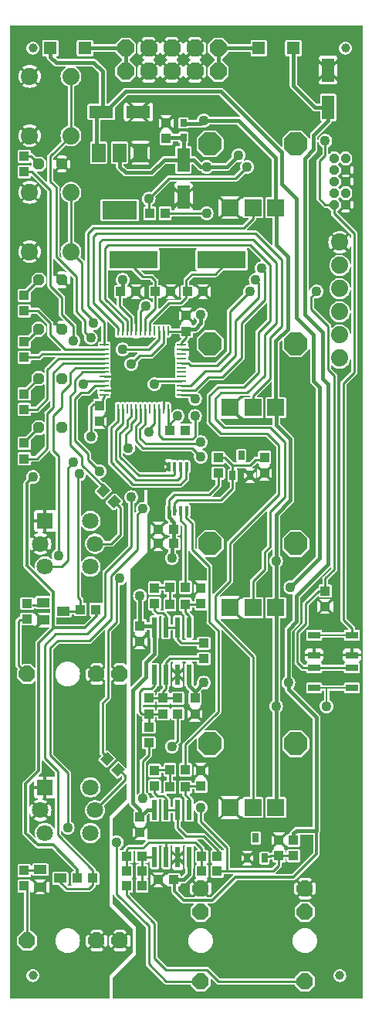
<source format=gbr>
%TF.GenerationSoftware,KiCad,Pcbnew,7.0.5-0*%
%TF.CreationDate,2023-09-10T13:25:37+02:00*%
%TF.ProjectId,peaks,7065616b-732e-46b6-9963-61645f706362,rev?*%
%TF.SameCoordinates,Original*%
%TF.FileFunction,Copper,L1,Top*%
%TF.FilePolarity,Positive*%
%FSLAX46Y46*%
G04 Gerber Fmt 4.6, Leading zero omitted, Abs format (unit mm)*
G04 Created by KiCad (PCBNEW 7.0.5-0) date 2023-09-10 13:25:37*
%MOMM*%
%LPD*%
G01*
G04 APERTURE LIST*
G04 Aperture macros list*
%AMRoundRect*
0 Rectangle with rounded corners*
0 $1 Rounding radius*
0 $2 $3 $4 $5 $6 $7 $8 $9 X,Y pos of 4 corners*
0 Add a 4 corners polygon primitive as box body*
4,1,4,$2,$3,$4,$5,$6,$7,$8,$9,$2,$3,0*
0 Add four circle primitives for the rounded corners*
1,1,$1+$1,$2,$3*
1,1,$1+$1,$4,$5*
1,1,$1+$1,$6,$7*
1,1,$1+$1,$8,$9*
0 Add four rect primitives between the rounded corners*
20,1,$1+$1,$2,$3,$4,$5,0*
20,1,$1+$1,$4,$5,$6,$7,0*
20,1,$1+$1,$6,$7,$8,$9,0*
20,1,$1+$1,$8,$9,$2,$3,0*%
%AMRotRect*
0 Rectangle, with rotation*
0 The origin of the aperture is its center*
0 $1 length*
0 $2 width*
0 $3 Rotation angle, in degrees counterclockwise*
0 Add horizontal line*
21,1,$1,$2,0,0,$3*%
%AMOutline5P*
0 Free polygon, 5 corners , with rotation*
0 The origin of the aperture is its center*
0 number of corners: always 5*
0 $1 to $10 corner X, Y*
0 $11 Rotation angle, in degrees counterclockwise*
0 create outline with 5 corners*
4,1,5,$1,$2,$3,$4,$5,$6,$7,$8,$9,$10,$1,$2,$11*%
%AMOutline6P*
0 Free polygon, 6 corners , with rotation*
0 The origin of the aperture is its center*
0 number of corners: always 6*
0 $1 to $12 corner X, Y*
0 $13 Rotation angle, in degrees counterclockwise*
0 create outline with 6 corners*
4,1,6,$1,$2,$3,$4,$5,$6,$7,$8,$9,$10,$11,$12,$1,$2,$13*%
%AMOutline7P*
0 Free polygon, 7 corners , with rotation*
0 The origin of the aperture is its center*
0 number of corners: always 7*
0 $1 to $14 corner X, Y*
0 $15 Rotation angle, in degrees counterclockwise*
0 create outline with 7 corners*
4,1,7,$1,$2,$3,$4,$5,$6,$7,$8,$9,$10,$11,$12,$13,$14,$1,$2,$15*%
%AMOutline8P*
0 Free polygon, 8 corners , with rotation*
0 The origin of the aperture is its center*
0 number of corners: always 8*
0 $1 to $16 corner X, Y*
0 $17 Rotation angle, in degrees counterclockwise*
0 create outline with 8 corners*
4,1,8,$1,$2,$3,$4,$5,$6,$7,$8,$9,$10,$11,$12,$13,$14,$15,$16,$1,$2,$17*%
G04 Aperture macros list end*
%TA.AperFunction,SMDPad,CuDef*%
%ADD10R,1.000000X1.100000*%
%TD*%
%TA.AperFunction,SMDPad,CuDef*%
%ADD11R,0.600000X2.200000*%
%TD*%
%TA.AperFunction,SMDPad,CuDef*%
%ADD12R,1.100000X1.000000*%
%TD*%
%TA.AperFunction,ComponentPad*%
%ADD13Outline8P,-0.889000X0.368236X-0.368236X0.889000X0.368236X0.889000X0.889000X0.368236X0.889000X-0.368236X0.368236X-0.889000X-0.368236X-0.889000X-0.889000X-0.368236X90.000000*%
%TD*%
%TA.AperFunction,SMDPad,CuDef*%
%ADD14R,0.254000X1.000000*%
%TD*%
%TA.AperFunction,SMDPad,CuDef*%
%ADD15R,1.000000X0.254000*%
%TD*%
%TA.AperFunction,SMDPad,CuDef*%
%ADD16RotRect,1.000000X1.100000X135.000000*%
%TD*%
%TA.AperFunction,ComponentPad*%
%ADD17Outline8P,-0.609600X0.252505X-0.252505X0.609600X0.252505X0.609600X0.609600X0.252505X0.609600X-0.252505X0.252505X-0.609600X-0.252505X-0.609600X-0.609600X-0.252505X0.000000*%
%TD*%
%TA.AperFunction,SMDPad,CuDef*%
%ADD18RoundRect,0.500000X0.000000X0.000000X0.000000X0.000000X0.000000X0.000000X0.000000X0.000000X0*%
%TD*%
%TA.AperFunction,SMDPad,CuDef*%
%ADD19R,1.350000X0.800000*%
%TD*%
%TA.AperFunction,SMDPad,CuDef*%
%ADD20R,2.600000X1.400000*%
%TD*%
%TA.AperFunction,ComponentPad*%
%ADD21C,1.800000*%
%TD*%
%TA.AperFunction,ComponentPad*%
%ADD22R,1.800000X1.800000*%
%TD*%
%TA.AperFunction,SMDPad,CuDef*%
%ADD23R,0.700000X0.850000*%
%TD*%
%TA.AperFunction,SMDPad,CuDef*%
%ADD24R,1.400000X2.600000*%
%TD*%
%TA.AperFunction,SMDPad,CuDef*%
%ADD25R,0.700000X1.000000*%
%TD*%
%TA.AperFunction,SMDPad,CuDef*%
%ADD26R,1.400000X1.400000*%
%TD*%
%TA.AperFunction,ComponentPad*%
%ADD27C,1.879600*%
%TD*%
%TA.AperFunction,SMDPad,CuDef*%
%ADD28R,1.498600X2.006600*%
%TD*%
%TA.AperFunction,SMDPad,CuDef*%
%ADD29R,3.810000X2.006600*%
%TD*%
%TA.AperFunction,SMDPad,CuDef*%
%ADD30R,0.410000X1.020000*%
%TD*%
%TA.AperFunction,SMDPad,CuDef*%
%ADD31R,1.400000X1.000000*%
%TD*%
%TA.AperFunction,SMDPad,CuDef*%
%ADD32R,5.334000X1.930400*%
%TD*%
%TA.AperFunction,ComponentPad*%
%ADD33R,1.879600X1.879600*%
%TD*%
%TA.AperFunction,ComponentPad*%
%ADD34Outline8P,-1.270000X0.526051X-0.526051X1.270000X0.526051X1.270000X1.270000X0.526051X1.270000X-0.526051X0.526051X-1.270000X-0.526051X-1.270000X-1.270000X-0.526051X90.000000*%
%TD*%
%TA.AperFunction,ComponentPad*%
%ADD35Outline8P,-0.889000X0.368236X-0.368236X0.889000X0.368236X0.889000X0.889000X0.368236X0.889000X-0.368236X0.368236X-0.889000X-0.368236X-0.889000X-0.889000X-0.368236X180.000000*%
%TD*%
%TA.AperFunction,ComponentPad*%
%ADD36Outline8P,-0.533400X0.220942X-0.220942X0.533400X0.220942X0.533400X0.533400X0.220942X0.533400X-0.220942X0.220942X-0.533400X-0.220942X-0.533400X-0.533400X-0.220942X270.000000*%
%TD*%
%TA.AperFunction,ComponentPad*%
%ADD37Outline8P,-0.939800X0.389278X-0.389278X0.939800X0.389278X0.939800X0.939800X0.389278X0.939800X-0.389278X0.389278X-0.939800X-0.389278X-0.939800X-0.939800X-0.389278X0.000000*%
%TD*%
%TA.AperFunction,ViaPad*%
%ADD38C,1.108000*%
%TD*%
%TA.AperFunction,Conductor*%
%ADD39C,0.254000*%
%TD*%
%TA.AperFunction,Conductor*%
%ADD40C,0.304800*%
%TD*%
%TA.AperFunction,Conductor*%
%ADD41C,0.406400*%
%TD*%
%TA.AperFunction,Conductor*%
%ADD42C,0.200000*%
%TD*%
G04 APERTURE END LIST*
D10*
%TO.P,R12,1,1*%
%TO.N,Net-(C14-Pad1)*%
X146708600Y-113258600D03*
%TO.P,R12,2,2*%
%TO.N,B*%
X148408600Y-113258600D03*
%TD*%
%TO.P,C21,1,1*%
%TO.N,VCC*%
X143431100Y-138443600D03*
%TO.P,C21,2,2*%
%TO.N,GND*%
X143431100Y-140143600D03*
%TD*%
D11*
%TO.P,IC5,1,OUT*%
%TO.N,Net-(IC5A-OUT)*%
X145018600Y-142846100D03*
%TO.P,IC5,2,-IN*%
%TO.N,Net-(IC5A--IN)*%
X146288600Y-142846100D03*
%TO.P,IC5,3,+IN*%
%TO.N,GND*%
X147558600Y-142846100D03*
%TO.P,IC5,4,V-*%
%TO.N,VEE*%
X148828600Y-142846100D03*
%TO.P,IC5,5,+IN*%
%TO.N,Net-(IC5B-+IN)*%
X148828600Y-137646100D03*
%TO.P,IC5,6,-IN*%
%TO.N,Net-(IC5B--IN)*%
X147558600Y-137646100D03*
%TO.P,IC5,7,OUT*%
X146288600Y-137646100D03*
%TO.P,IC5,8,V+*%
%TO.N,VCC*%
X145018600Y-137646100D03*
%TD*%
D12*
%TO.P,C12,1,1*%
%TO.N,+3V3_A*%
X147138600Y-106908600D03*
%TO.P,C12,2,2*%
%TO.N,GND*%
X145438600Y-106908600D03*
%TD*%
D13*
%TO.P,J1,P1,1*%
%TO.N,GND*%
X141208600Y-122783600D03*
%TO.P,J1,P2,2*%
X138668600Y-122783600D03*
%TO.P,J1,P3,3*%
%TO.N,Net-(J1-3)*%
X131048600Y-122783600D03*
%TD*%
D10*
%TO.P,C17,1,1*%
%TO.N,Net-(IC4A--IN)*%
X144383600Y-125426100D03*
%TO.P,C17,2,2*%
%TO.N,Net-(IC4A-OUT)*%
X144383600Y-127126100D03*
%TD*%
D12*
%TO.P,R17,1,1*%
%TO.N,Net-(IC4A--IN)*%
X150416100Y-121093600D03*
%TO.P,R17,2,2*%
%TO.N,Net-(IC4B--IN)*%
X150416100Y-119393600D03*
%TD*%
D14*
%TO.P,UC1,1,VBAT*%
%TO.N,+3V3*%
X146498600Y-85196100D03*
%TO.P,UC1,2,PC13-TAMPER-RTC*%
%TO.N,/peaks_1/SW_MODE*%
X145998600Y-85196100D03*
%TO.P,UC1,3,PC14-OSC32_IN*%
%TO.N,/peaks_1/SW_DUAL*%
X145498600Y-85196100D03*
%TO.P,UC1,4,PC15-OSC32_OUT*%
%TO.N,unconnected-(UC1-PC15-OSC32_OUT-Pad4)*%
X144998600Y-85196100D03*
%TO.P,UC1,5,PD0-OSC_IN*%
%TO.N,Net-(UC1-PD0-OSC_IN)*%
X144498600Y-85196100D03*
%TO.P,UC1,6,PD1-OSC_OUT*%
%TO.N,Net-(UC1-PD1-OSC_OUT)*%
X143998600Y-85196100D03*
%TO.P,UC1,7,NRST*%
%TO.N,/peaks_1/RESET*%
X143498600Y-85196100D03*
%TO.P,UC1,8,VSS_A*%
%TO.N,GND*%
X142998600Y-85196100D03*
%TO.P,UC1,9,VDD_A*%
%TO.N,+3V3_A*%
X142498600Y-85196100D03*
%TO.P,UC1,10,PA0_WKUP/USART2_CTS/ADC12_IN0/TIM2_CH1_ETR*%
%TO.N,/peaks_1/POT_4*%
X141998600Y-85196100D03*
%TO.P,UC1,11,PA1/USART2_RTS/ADC12_IN1/TIM2_CH2*%
%TO.N,/peaks_1/POT_3*%
X141498600Y-85196100D03*
%TO.P,UC1,12,PA2/USART2_TX/ADC12_IN2/TIM2_CH3*%
%TO.N,/peaks_1/POT_2*%
X140998600Y-85196100D03*
D15*
%TO.P,UC1,13,PA3/USART2_RX/ADC12_IN3/TIM2_CH4*%
%TO.N,/peaks_1/POT_1*%
X139498600Y-86696100D03*
%TO.P,UC1,14,PA4/SPI1_NSS/USART2_CK/ADC12_IN4*%
%TO.N,Net-(UC1-PA4{slash}SPI1_NSS{slash}USART2_CK{slash}ADC12_IN4)*%
X139498600Y-87196100D03*
%TO.P,UC1,15,PA5/SPI1_SCK/ADC12_IN5*%
%TO.N,Net-(UC1-PA5{slash}SPI1_SCK{slash}ADC12_IN5)*%
X139498600Y-87696100D03*
%TO.P,UC1,16,PA6/SPI1_MISO/ADC12_IN6/TIM3_CH1*%
%TO.N,Net-(UC1-PA6{slash}SPI1_MISO{slash}ADC12_IN6{slash}TIM3_CH1)*%
X139498600Y-88196100D03*
%TO.P,UC1,17,PA7/SPI1_MOSI/ADC12_IN7/TIM3_CH2*%
%TO.N,Net-(UC1-PA7{slash}SPI1_MOSI{slash}ADC12_IN7{slash}TIM3_CH2)*%
X139498600Y-88696100D03*
%TO.P,UC1,18,PB0/ADC12_IN8/TIM3_CH3*%
%TO.N,Net-(UC1-PB0{slash}ADC12_IN8{slash}TIM3_CH3)*%
X139498600Y-89196100D03*
%TO.P,UC1,19,PB1/ADC12_IN9/TIM3_CH4*%
%TO.N,Net-(UC1-PB1{slash}ADC12_IN9{slash}TIM3_CH4)*%
X139498600Y-89696100D03*
%TO.P,UC1,20,PB2/BOOT1*%
%TO.N,GND*%
X139498600Y-90196100D03*
%TO.P,UC1,21,PB10/I2C2_SCL/USART3_TX*%
%TO.N,Net-(UC1-PB10{slash}I2C2_SCL{slash}USART3_TX)*%
X139498600Y-90696100D03*
%TO.P,UC1,22,PB11/I2C2_SDA/USART3_RX*%
%TO.N,/peaks_1/TRIG_2*%
X139498600Y-91196100D03*
%TO.P,UC1,23,VSS_1*%
%TO.N,GND*%
X139498600Y-91696100D03*
%TO.P,UC1,24,VDD_1*%
%TO.N,+3V3*%
X139498600Y-92196100D03*
D14*
%TO.P,UC1,25,PB12/SPI2_NSS/I2C2_SMBA/USART3_CK/TIM1_BKIN*%
%TO.N,/peaks_1/DAC_SS*%
X140998600Y-93696100D03*
%TO.P,UC1,26,PB13/SPI2_SCK/USART3_CTS/TIM1_CH1N*%
%TO.N,/peaks_1/DAC_SCK*%
X141498600Y-93696100D03*
%TO.P,UC1,27,PB14/SPI2_MISO/USART3_RTS/TIM1_CH2N*%
%TO.N,unconnected-(UC1-PB14{slash}SPI2_MISO{slash}USART3_RTS{slash}TIM1_CH2N-Pad27)*%
X141998600Y-93696100D03*
%TO.P,UC1,28,PB15/SPI2_MOSI/TIM1_CH3N*%
%TO.N,/peaks_1/DAC_MOSI*%
X142498600Y-93696100D03*
%TO.P,UC1,29,PA8/USART1_CK/TIM1_CH1/MCO*%
%TO.N,/peaks_1/SW_TRIG_2*%
X142998600Y-93696100D03*
%TO.P,UC1,30,PA9/USART1_TX/TIM1_CH2*%
%TO.N,/peaks_1/TX*%
X143498600Y-93696100D03*
%TO.P,UC1,31,PA10/USART1_RX/TIM1_CH3*%
%TO.N,/peaks_1/RX*%
X143998600Y-93696100D03*
%TO.P,UC1,32,PA11/USART1_CTS/CAN_RX/TIM1_CH4/USBDM*%
%TO.N,unconnected-(UC1-PA11{slash}USART1_CTS{slash}CAN_RX{slash}TIM1_CH4{slash}USBDM-Pad32)*%
X144498600Y-93696100D03*
%TO.P,UC1,33,PA12/USART1_RTS/CAN_TX/TIM1_ETR/USBDP*%
%TO.N,/peaks_1/TRIG_1*%
X144998600Y-93696100D03*
%TO.P,UC1,34,PA13/JTMS/SWDIO*%
%TO.N,/peaks_1/JTMS*%
X145498600Y-93696100D03*
%TO.P,UC1,35,VSS_2*%
%TO.N,GND*%
X145998600Y-93696100D03*
%TO.P,UC1,36,VDD_2*%
%TO.N,+3V3*%
X146498600Y-93696100D03*
D15*
%TO.P,UC1,37,PA14/JTCK/SWCLK*%
%TO.N,/peaks_1/JTCK*%
X147998600Y-92196100D03*
%TO.P,UC1,38,PA15/JTDI*%
%TO.N,/peaks_1/JTDI*%
X147998600Y-91696100D03*
%TO.P,UC1,39,PB3/JTDO*%
%TO.N,/peaks_1/JTDO*%
X147998600Y-91196100D03*
%TO.P,UC1,40,PB4/NJTRST*%
%TO.N,/peaks_1/SW_TRIG_1*%
X147998600Y-90696100D03*
%TO.P,UC1,41,PB5/I2C1_SMBA*%
%TO.N,unconnected-(UC1-PB5{slash}I2C1_SMBA-Pad41)*%
X147998600Y-90196100D03*
%TO.P,UC1,42,PB6/I2C1_SCL/TIM4_CH1*%
%TO.N,unconnected-(UC1-PB6{slash}I2C1_SCL{slash}TIM4_CH1-Pad42)*%
X147998600Y-89696100D03*
%TO.P,UC1,43,PB7/I2C1_SDA/TIM4_CH2*%
%TO.N,unconnected-(UC1-PB7{slash}I2C1_SDA{slash}TIM4_CH2-Pad43)*%
X147998600Y-89196100D03*
%TO.P,UC1,44,BOOT0*%
%TO.N,/peaks_1/BOOT_FLASH*%
X147998600Y-88696100D03*
%TO.P,UC1,45,PB8/TIM4_CH3*%
%TO.N,unconnected-(UC1-PB8{slash}TIM4_CH3-Pad45)*%
X147998600Y-88196100D03*
%TO.P,UC1,46,PB9/TIM4_CH4*%
%TO.N,GND*%
X147998600Y-87696100D03*
%TO.P,UC1,47,VSS_3*%
X147998600Y-87196100D03*
%TO.P,UC1,48,VDD_3*%
%TO.N,+3V3*%
X147998600Y-86696100D03*
%TD*%
D10*
%TO.P,R16,1,1*%
%TO.N,/peaks_1/TRIG_2*%
X136866100Y-115700000D03*
%TO.P,R16,2,2*%
%TO.N,+3V3*%
X138566100Y-115700000D03*
%TD*%
D16*
%TO.P,R10,1,1*%
%TO.N,/peaks_1/LED_TRIG_2*%
X140601041Y-103901041D03*
%TO.P,R10,2,2*%
%TO.N,Net-(UC1-PB1{slash}ADC12_IN9{slash}TIM3_CH4)*%
X139398959Y-102698959D03*
%TD*%
D12*
%TO.P,R4,1,1*%
%TO.N,Net-(LED2-PadA)*%
X130731100Y-81293600D03*
%TO.P,R4,2,2*%
%TO.N,Net-(UC1-PA4{slash}SPI1_NSS{slash}USART2_CK{slash}ADC12_IN4)*%
X130731100Y-82993600D03*
%TD*%
%TO.P,R27,1,1*%
%TO.N,Net-(J2-3)*%
X130731100Y-145997500D03*
%TO.P,R27,2,2*%
%TO.N,Net-(Q3-PadB)*%
X130731100Y-144297500D03*
%TD*%
D17*
%TO.P,LED4,A,A*%
%TO.N,Net-(LED4-PadA)*%
X132318600Y-90398600D03*
%TO.P,LED4,K,C*%
%TO.N,GND*%
X134858600Y-90398600D03*
%TD*%
D18*
%TO.P,F4,1*%
%TO.N,N/C*%
X165338600Y-155803600D03*
%TD*%
%TO.P,F2,1*%
%TO.N,N/C*%
X165973600Y-54203600D03*
%TD*%
D10*
%TO.P,R29,1,1*%
%TO.N,Net-(IC5A-OUT)*%
X143646100Y-144373600D03*
%TO.P,R29,2,2*%
%TO.N,Net-(IC5A--IN)*%
X141946100Y-144373600D03*
%TD*%
%TO.P,C3,1,1*%
%TO.N,+3V3*%
X146288600Y-64102300D03*
%TO.P,C3,2,2*%
%TO.N,GND*%
X146288600Y-62402300D03*
%TD*%
D12*
%TO.P,C10,1,1*%
%TO.N,+3V3*%
X146708600Y-96113600D03*
%TO.P,C10,2,2*%
%TO.N,GND*%
X148408600Y-96113600D03*
%TD*%
D17*
%TO.P,LED3,A,A*%
%TO.N,Net-(LED3-PadA)*%
X132318600Y-85001100D03*
%TO.P,LED3,K,C*%
%TO.N,GND*%
X134858600Y-85001100D03*
%TD*%
D19*
%TO.P,SW3,A,P*%
%TO.N,GND*%
X162525000Y-120700000D03*
%TO.P,SW3,A',P1*%
X166675000Y-120700000D03*
%TO.P,SW3,B,S*%
%TO.N,/peaks_1/RESET*%
X162525000Y-118500000D03*
%TO.P,SW3,B',S1*%
X166675000Y-118500000D03*
%TD*%
%TO.P,SW5,A,P*%
%TO.N,/peaks_1/BOOT_FLASH*%
X166675000Y-122100000D03*
%TO.P,SW5,A',P1*%
X162525000Y-122100000D03*
%TO.P,SW5,B,S*%
%TO.N,+3V3_A*%
X166675000Y-124300000D03*
%TO.P,SW5,B',S1*%
X162525000Y-124300000D03*
%TD*%
D13*
%TO.P,J2,P1,1*%
%TO.N,GND*%
X141208600Y-151993600D03*
%TO.P,J2,P2,2*%
X138668600Y-151993600D03*
%TO.P,J2,P3,3*%
%TO.N,Net-(J2-3)*%
X131048600Y-151993600D03*
%TD*%
D12*
%TO.P,R7,1,1*%
%TO.N,Net-(LED4-PadA)*%
X130731100Y-92088600D03*
%TO.P,R7,2,2*%
%TO.N,Net-(UC1-PA6{slash}SPI1_MISO{slash}ADC12_IN6{slash}TIM3_CH1)*%
X130731100Y-93788600D03*
%TD*%
%TO.P,C24,1,1*%
%TO.N,GND*%
X145438600Y-145326100D03*
%TO.P,C24,2,2*%
%TO.N,VEE*%
X147138600Y-145326100D03*
%TD*%
D10*
%TO.P,C8,1,1*%
%TO.N,+3V3*%
X148511100Y-85216100D03*
%TO.P,C8,2,2*%
%TO.N,GND*%
X148511100Y-83516100D03*
%TD*%
D17*
%TO.P,LED2,A,A*%
%TO.N,Net-(LED2-PadA)*%
X132318600Y-79603600D03*
%TO.P,LED2,K,C*%
%TO.N,GND*%
X134858600Y-79603600D03*
%TD*%
D20*
%TO.P,C2,+,+*%
%TO.N,VCC*%
X139158600Y-61188600D03*
%TO.P,C2,-,-*%
%TO.N,GND*%
X143258600Y-61188600D03*
%TD*%
D12*
%TO.P,R19,1,1*%
%TO.N,Net-(IC4A--IN)*%
X147558600Y-125426100D03*
%TO.P,R19,2,2*%
%TO.N,AREF_-10*%
X147558600Y-127126100D03*
%TD*%
%TO.P,C23,1,1*%
%TO.N,Net-(IC5A--IN)*%
X141946100Y-142786100D03*
%TO.P,C23,2,2*%
%TO.N,Net-(IC5A-OUT)*%
X143646100Y-142786100D03*
%TD*%
D10*
%TO.P,C19,1,1*%
%TO.N,Net-(C19-Pad1)*%
X145018600Y-133363600D03*
%TO.P,C19,2,2*%
%TO.N,Net-(IC5B--IN)*%
X145018600Y-135063600D03*
%TD*%
D18*
%TO.P,F1,1*%
%TO.N,N/C*%
X131683600Y-54203600D03*
%TD*%
D12*
%TO.P,R15,1,1*%
%TO.N,Net-(J1-3)*%
X131048600Y-116750000D03*
%TO.P,R15,2,2*%
%TO.N,Net-(Q2-PadB)*%
X131048600Y-115050000D03*
%TD*%
D17*
%TO.P,LED1,A,A*%
%TO.N,Net-(LED1-PadA)*%
X132318600Y-66903600D03*
%TO.P,LED1,K,C*%
%TO.N,GND*%
X134858600Y-66903600D03*
%TD*%
D21*
%TO.P,SW7,*%
%TO.N,*%
X138000000Y-135200000D03*
X138000000Y-140200000D03*
D22*
%TO.P,SW7,1,1*%
%TO.N,GND*%
X133000000Y-135200000D03*
D21*
%TO.P,SW7,2,2*%
X132500000Y-137700000D03*
%TO.P,SW7,3,3*%
%TO.N,/peaks_1/LED_TRIG_1*%
X138500000Y-137700000D03*
%TO.P,SW7,4,4*%
%TO.N,/peaks_1/SW_TRIG_1*%
X133000000Y-140200000D03*
%TD*%
D23*
%TO.P,L1,1,1*%
%TO.N,+3V3*%
X148193600Y-63993600D03*
%TO.P,L1,2,2*%
%TO.N,+3V3_A*%
X148193600Y-62393600D03*
%TD*%
D12*
%TO.P,C7,1,1*%
%TO.N,GND*%
X150313600Y-80873600D03*
%TO.P,C7,2,2*%
%TO.N,Net-(UC1-PD0-OSC_IN)*%
X148613600Y-80873600D03*
%TD*%
D10*
%TO.P,C22,1,1*%
%TO.N,AREF_-10*%
X158671100Y-142683600D03*
%TO.P,C22,2,2*%
%TO.N,GND*%
X158671100Y-140983600D03*
%TD*%
D24*
%TO.P,C1,+,+*%
%TO.N,GND*%
X164068600Y-56598600D03*
%TO.P,C1,-,-*%
%TO.N,VEE*%
X164068600Y-60698600D03*
%TD*%
D25*
%TO.P,IC2,1,C*%
%TO.N,AREF_2.5*%
X153593600Y-101023600D03*
%TO.P,IC2,2,A*%
%TO.N,GND*%
X155493600Y-101023600D03*
%TO.P,IC2,3*%
%TO.N,N/C*%
X154543600Y-98823600D03*
%TD*%
D10*
%TO.P,R31,1,1*%
%TO.N,Net-(J4-3)*%
X141946100Y-145961100D03*
%TO.P,R31,2,2*%
%TO.N,Net-(IC5A-OUT)*%
X143646100Y-145961100D03*
%TD*%
D26*
%TO.P,D2,A,A*%
%TO.N,VEE*%
X160253600Y-54203600D03*
%TO.P,D2,C,C*%
%TO.N,Net-(D2-PadC)*%
X156453600Y-54203600D03*
%TD*%
D10*
%TO.P,R28,1,1*%
%TO.N,/peaks_1/TRIG_1*%
X138248600Y-145147500D03*
%TO.P,R28,2,2*%
%TO.N,+3V3*%
X136548600Y-145147500D03*
%TD*%
%TO.P,C15,1,1*%
%TO.N,Net-(IC4B-+IN)*%
X150098600Y-115061100D03*
%TO.P,C15,2,2*%
%TO.N,GND*%
X150098600Y-113361100D03*
%TD*%
D12*
%TO.P,R20,1,1*%
%TO.N,Net-(J3-3)*%
X144383600Y-130301100D03*
%TO.P,R20,2,2*%
%TO.N,Net-(IC4A-OUT)*%
X144383600Y-128601100D03*
%TD*%
D27*
%TO.P,SW2,1,1*%
%TO.N,GND*%
X131328000Y-76504800D03*
%TO.P,SW2,2,2*%
X131328000Y-70002400D03*
%TO.P,SW2,3,3*%
%TO.N,/peaks_1/SW_DUAL*%
X135849200Y-76504800D03*
%TO.P,SW2,4,4*%
X135849200Y-70002400D03*
%TD*%
D28*
%TO.P,IC1,1,GND*%
%TO.N,GND*%
X143469200Y-65659000D03*
%TO.P,IC1,2,VOUT*%
%TO.N,+3V3*%
X141183200Y-65659000D03*
%TO.P,IC1,3,VIN*%
%TO.N,VCC*%
X138897200Y-65659000D03*
D29*
%TO.P,IC1,4*%
%TO.N,N/C*%
X141208600Y-71958200D03*
%TD*%
D26*
%TO.P,D1,A,A*%
%TO.N,Net-(D1-PadA)*%
X137393600Y-54203600D03*
%TO.P,D1,C,C*%
%TO.N,VCC*%
X133593600Y-54203600D03*
%TD*%
D10*
%TO.P,C11,1,1*%
%TO.N,AREF_2.5*%
X157083600Y-99073600D03*
%TO.P,C11,2,2*%
%TO.N,GND*%
X157083600Y-100773600D03*
%TD*%
D21*
%TO.P,SW8,*%
%TO.N,*%
X138000000Y-106000000D03*
X138000000Y-111000000D03*
D22*
%TO.P,SW8,1,1*%
%TO.N,GND*%
X133000000Y-106000000D03*
D21*
%TO.P,SW8,2,2*%
X132500000Y-108500000D03*
%TO.P,SW8,3,3*%
%TO.N,/peaks_1/LED_TRIG_2*%
X138500000Y-108500000D03*
%TO.P,SW8,4,4*%
%TO.N,/peaks_1/SW_TRIG_2*%
X133000000Y-111000000D03*
%TD*%
D12*
%TO.P,C6,1,1*%
%TO.N,GND*%
X146821100Y-80873600D03*
%TO.P,C6,2,2*%
%TO.N,Net-(UC1-PD1-OSC_OUT)*%
X145121100Y-80873600D03*
%TD*%
D10*
%TO.P,R22,1,1*%
%TO.N,Net-(C19-Pad1)*%
X146708600Y-133261100D03*
%TO.P,R22,2,2*%
%TO.N,A*%
X148408600Y-133261100D03*
%TD*%
%TO.P,C18,1,1*%
%TO.N,GND*%
X149463600Y-127126100D03*
%TO.P,C18,2,2*%
%TO.N,VEE*%
X149463600Y-125426100D03*
%TD*%
D30*
%TO.P,IC3,1,VDD*%
%TO.N,+3V3_A*%
X146583600Y-104863600D03*
%TO.P,IC3,2,VREF*%
%TO.N,AREF_2.5*%
X147233600Y-104863600D03*
%TO.P,IC3,3,OUTB*%
%TO.N,B*%
X147883600Y-104863600D03*
%TO.P,IC3,4,OUTA*%
%TO.N,A*%
X148533600Y-104863600D03*
%TO.P,IC3,5,~{SYNC}*%
%TO.N,/peaks_1/DAC_SS*%
X148533600Y-100063600D03*
%TO.P,IC3,6,SCLK*%
%TO.N,/peaks_1/DAC_SCK*%
X147883600Y-100063600D03*
%TO.P,IC3,7,DIN*%
%TO.N,/peaks_1/DAC_MOSI*%
X147233600Y-100063600D03*
%TO.P,IC3,8,GND*%
%TO.N,GND*%
X146583600Y-100063600D03*
%TD*%
D31*
%TO.P,Q3,B,B*%
%TO.N,Net-(Q3-PadB)*%
X132488600Y-144197500D03*
%TO.P,Q3,C,C*%
%TO.N,/peaks_1/TRIG_1*%
X134688600Y-145147500D03*
%TO.P,Q3,E,E*%
%TO.N,GND*%
X132488600Y-146097500D03*
%TD*%
D12*
%TO.P,R18,1,1*%
%TO.N,Net-(IC4A-OUT)*%
X145971100Y-127126100D03*
%TO.P,R18,2,2*%
%TO.N,Net-(IC4A--IN)*%
X145971100Y-125426100D03*
%TD*%
D32*
%TO.P,Q1,1,1*%
%TO.N,Net-(UC1-PD1-OSC_OUT)*%
X142732600Y-77381100D03*
%TO.P,Q1,2,2*%
%TO.N,Net-(UC1-PD0-OSC_IN)*%
X152384600Y-77381100D03*
%TD*%
D33*
%TO.P,R21,P$1,E*%
%TO.N,+3V3_A*%
X158313600Y-137403600D03*
%TO.P,R21,P$2,S*%
%TO.N,/peaks_1/POT_4*%
X155813600Y-137403600D03*
%TO.P,R21,P$3,A*%
%TO.N,GND*%
X153313600Y-137403600D03*
D34*
%TO.P,R21,P$4*%
%TO.N,N/C*%
X160513600Y-130403600D03*
%TO.P,R21,P$5*%
X151113600Y-130403600D03*
%TD*%
D12*
%TO.P,R2,1,1*%
%TO.N,Net-(LED1-PadA)*%
X130731100Y-66053600D03*
%TO.P,R2,2,2*%
%TO.N,Net-(UC1-PB10{slash}I2C2_SCL{slash}USART3_TX)*%
X130731100Y-67753600D03*
%TD*%
D10*
%TO.P,C14,1,1*%
%TO.N,Net-(C14-Pad1)*%
X145018600Y-113361100D03*
%TO.P,C14,2,2*%
%TO.N,Net-(IC4B--IN)*%
X145018600Y-115061100D03*
%TD*%
D25*
%TO.P,IC6,1,C*%
%TO.N,GND*%
X155181100Y-142933600D03*
%TO.P,IC6,2,A*%
%TO.N,AREF_-10*%
X157081100Y-142933600D03*
%TO.P,IC6,3*%
%TO.N,N/C*%
X156131100Y-140733600D03*
%TD*%
D10*
%TO.P,R26,1,1*%
%TO.N,Net-(IC5A--IN)*%
X150201100Y-142786100D03*
%TO.P,R26,2,2*%
%TO.N,Net-(IC5B--IN)*%
X151901100Y-142786100D03*
%TD*%
D33*
%TO.P,R11,P$1,E*%
%TO.N,+3V3_A*%
X158313600Y-115496100D03*
%TO.P,R11,P$2,S*%
%TO.N,/peaks_1/POT_3*%
X155813600Y-115496100D03*
%TO.P,R11,P$3,A*%
%TO.N,GND*%
X153313600Y-115496100D03*
D34*
%TO.P,R11,P$4*%
%TO.N,N/C*%
X160513600Y-108496100D03*
%TO.P,R11,P$5*%
X151113600Y-108496100D03*
%TD*%
D10*
%TO.P,C9,1,1*%
%TO.N,+3V3*%
X138986100Y-93358600D03*
%TO.P,C9,2,2*%
%TO.N,GND*%
X138986100Y-95058600D03*
%TD*%
D17*
%TO.P,LED5,A,A*%
%TO.N,Net-(LED5-PadA)*%
X132318600Y-95796100D03*
%TO.P,LED5,K,C*%
%TO.N,GND*%
X134858600Y-95796100D03*
%TD*%
D16*
%TO.P,R23,1,1*%
%TO.N,/peaks_1/LED_TRIG_1*%
X141001041Y-133301041D03*
%TO.P,R23,2,2*%
%TO.N,Net-(UC1-PB0{slash}ADC12_IN8{slash}TIM3_CH3)*%
X139798959Y-132098959D03*
%TD*%
D10*
%TO.P,C20,1,1*%
%TO.N,Net-(IC5B-+IN)*%
X150098600Y-135063600D03*
%TO.P,C20,2,2*%
%TO.N,GND*%
X150098600Y-133363600D03*
%TD*%
D24*
%TO.P,C4,+,+*%
%TO.N,+3V3*%
X148193600Y-66441100D03*
%TO.P,C4,-,-*%
%TO.N,GND*%
X148193600Y-70541100D03*
%TD*%
D10*
%TO.P,R30,1,1*%
%TO.N,Net-(IC5A--IN)*%
X150201100Y-144373600D03*
%TO.P,R30,2,2*%
%TO.N,AREF_-10*%
X151901100Y-144373600D03*
%TD*%
D33*
%TO.P,R1,P$1,E*%
%TO.N,+3V3_A*%
X158313600Y-71681100D03*
%TO.P,R1,P$2,S*%
%TO.N,/peaks_1/POT_1*%
X155813600Y-71681100D03*
%TO.P,R1,P$3,A*%
%TO.N,GND*%
X153313600Y-71681100D03*
D34*
%TO.P,R1,P$4*%
%TO.N,N/C*%
X160513600Y-64681100D03*
%TO.P,R1,P$5*%
X151113600Y-64681100D03*
%TD*%
D27*
%TO.P,SW1,1,1*%
%TO.N,GND*%
X131328000Y-63804800D03*
%TO.P,SW1,2,2*%
X131328000Y-57302400D03*
%TO.P,SW1,3,3*%
%TO.N,/peaks_1/SW_MODE*%
X135849200Y-63804800D03*
%TO.P,SW1,4,4*%
X135849200Y-57302400D03*
%TD*%
D10*
%TO.P,R3,1,1*%
%TO.N,/peaks_1/RESET*%
X144486100Y-72301100D03*
%TO.P,R3,2,2*%
%TO.N,+3V3*%
X146186100Y-72301100D03*
%TD*%
%TO.P,R24,1,1*%
%TO.N,Net-(IC5B-+IN)*%
X148408600Y-135166100D03*
%TO.P,R24,2,2*%
%TO.N,Net-(C19-Pad1)*%
X146708600Y-135166100D03*
%TD*%
D18*
%TO.P,F3,1*%
%TO.N,N/C*%
X131683600Y-155803600D03*
%TD*%
D35*
%TO.P,J4,P1,1*%
%TO.N,GND*%
X161528600Y-146278600D03*
%TO.P,J4,P2,2*%
%TO.N,unconnected-(J4-2-PadP2)*%
X161528600Y-148818600D03*
%TO.P,J4,P3,3*%
%TO.N,Net-(J4-3)*%
X161528600Y-156438600D03*
%TD*%
D12*
%TO.P,R25,1,1*%
%TO.N,VEE*%
X160258600Y-140983600D03*
%TO.P,R25,2,2*%
%TO.N,AREF_-10*%
X160258600Y-142683600D03*
%TD*%
D10*
%TO.P,R14,1,1*%
%TO.N,Net-(IC4B-+IN)*%
X148408600Y-115163600D03*
%TO.P,R14,2,2*%
%TO.N,Net-(C14-Pad1)*%
X146708600Y-115163600D03*
%TD*%
D12*
%TO.P,R6,1,1*%
%TO.N,Net-(LED3-PadA)*%
X130731100Y-86373600D03*
%TO.P,R6,2,2*%
%TO.N,Net-(UC1-PA5{slash}SPI1_SCK{slash}ADC12_IN5)*%
X130731100Y-88073600D03*
%TD*%
%TO.P,C13,1,1*%
%TO.N,+3V3_A*%
X147138600Y-108496100D03*
%TO.P,C13,2,2*%
%TO.N,GND*%
X145438600Y-108496100D03*
%TD*%
%TO.P,C5,1,1*%
%TO.N,+3V3_A*%
X141311100Y-80873600D03*
%TO.P,C5,2,2*%
%TO.N,GND*%
X143011100Y-80873600D03*
%TD*%
D10*
%TO.P,C16,1,1*%
%TO.N,VCC*%
X143431100Y-117488600D03*
%TO.P,C16,2,2*%
%TO.N,GND*%
X143431100Y-119188600D03*
%TD*%
D35*
%TO.P,J3,P1,1*%
%TO.N,GND*%
X150098600Y-146278600D03*
%TO.P,J3,P2,2*%
%TO.N,unconnected-(J3-2-PadP2)*%
X150098600Y-148818600D03*
%TO.P,J3,P3,3*%
%TO.N,Net-(J3-3)*%
X150098600Y-156438600D03*
%TD*%
D31*
%TO.P,Q2,B,B*%
%TO.N,Net-(Q2-PadB)*%
X132800000Y-114950000D03*
%TO.P,Q2,C,C*%
%TO.N,/peaks_1/TRIG_2*%
X135000000Y-115900000D03*
%TO.P,Q2,E,E*%
%TO.N,GND*%
X132800000Y-116850000D03*
%TD*%
D12*
%TO.P,R8,1,1*%
%TO.N,Net-(LED5-PadA)*%
X130731100Y-97486100D03*
%TO.P,R8,2,2*%
%TO.N,Net-(UC1-PA7{slash}SPI1_MOSI{slash}ADC12_IN7{slash}TIM3_CH2)*%
X130731100Y-99186100D03*
%TD*%
%TO.P,R13,1,1*%
%TO.N,GND*%
X163751100Y-115378600D03*
%TO.P,R13,2,2*%
%TO.N,/peaks_1/BOOT_FLASH*%
X163751100Y-113678600D03*
%TD*%
D11*
%TO.P,IC4,1,OUT*%
%TO.N,Net-(IC4A-OUT)*%
X145018600Y-122843600D03*
%TO.P,IC4,2,-IN*%
%TO.N,Net-(IC4A--IN)*%
X146288600Y-122843600D03*
%TO.P,IC4,3,+IN*%
%TO.N,GND*%
X147558600Y-122843600D03*
%TO.P,IC4,4,V-*%
%TO.N,VEE*%
X148828600Y-122843600D03*
%TO.P,IC4,5,+IN*%
%TO.N,Net-(IC4B-+IN)*%
X148828600Y-117643600D03*
%TO.P,IC4,6,-IN*%
%TO.N,Net-(IC4B--IN)*%
X147558600Y-117643600D03*
%TO.P,IC4,7,OUT*%
X146288600Y-117643600D03*
%TO.P,IC4,8,V+*%
%TO.N,VCC*%
X145018600Y-117643600D03*
%TD*%
D12*
%TO.P,R9,1,1*%
%TO.N,+3V3_A*%
X152003600Y-100773600D03*
%TO.P,R9,2,2*%
%TO.N,AREF_2.5*%
X152003600Y-99073600D03*
%TD*%
D33*
%TO.P,R5,P$1,E*%
%TO.N,+3V3_A*%
X158313600Y-93588600D03*
%TO.P,R5,P$2,S*%
%TO.N,/peaks_1/POT_2*%
X155813600Y-93588600D03*
%TO.P,R5,P$3,A*%
%TO.N,GND*%
X153313600Y-93588600D03*
D34*
%TO.P,R5,P$4*%
%TO.N,N/C*%
X160513600Y-86588600D03*
%TO.P,R5,P$5*%
X151113600Y-86588600D03*
%TD*%
D36*
%TO.P,JP2,1,1*%
%TO.N,+3V3*%
X165973600Y-66268600D03*
%TO.P,JP2,2,2*%
%TO.N,/peaks_1/JTMS*%
X164703600Y-66268600D03*
%TO.P,JP2,3,3*%
%TO.N,GND*%
X165973600Y-67538600D03*
%TO.P,JP2,4,4*%
%TO.N,/peaks_1/JTCK*%
X164703600Y-67538600D03*
%TO.P,JP2,5,5*%
%TO.N,GND*%
X165973600Y-68808600D03*
%TO.P,JP2,6,6*%
%TO.N,/peaks_1/JTDO*%
X164703600Y-68808600D03*
%TO.P,JP2,7,7*%
%TO.N,unconnected-(JP2-Pad7)*%
X165973600Y-70078600D03*
%TO.P,JP2,8,8*%
%TO.N,/peaks_1/JTDI*%
X164703600Y-70078600D03*
%TO.P,JP2,9,9*%
%TO.N,GND*%
X165973600Y-71348600D03*
%TO.P,JP2,10,10*%
%TO.N,/peaks_1/RESET*%
X164703600Y-71348600D03*
%TD*%
D27*
%TO.P,JP1,1,1*%
%TO.N,GND*%
X165338600Y-75476100D03*
%TO.P,JP1,2,2*%
%TO.N,unconnected-(JP1-Pad2)*%
X165338600Y-78016100D03*
%TO.P,JP1,3,3*%
%TO.N,unconnected-(JP1-Pad3)*%
X165338600Y-80556100D03*
%TO.P,JP1,4,4*%
%TO.N,/peaks_1/RX*%
X165338600Y-83096100D03*
%TO.P,JP1,5,5*%
%TO.N,/peaks_1/TX*%
X165338600Y-85636100D03*
%TO.P,JP1,6,6*%
%TO.N,unconnected-(JP1-Pad6)*%
X165338600Y-88176100D03*
%TD*%
D37*
%TO.P,JP3,1,1*%
%TO.N,Net-(D1-PadA)*%
X141843600Y-54203600D03*
%TO.P,JP3,2,2*%
X141843600Y-56743600D03*
%TO.P,JP3,3,3*%
%TO.N,GND*%
X144383600Y-54203600D03*
%TO.P,JP3,4,4*%
X144383600Y-56743600D03*
%TO.P,JP3,5,5*%
X146923600Y-54203600D03*
%TO.P,JP3,6,6*%
X146923600Y-56743600D03*
%TO.P,JP3,7,7*%
X149463600Y-54203600D03*
%TO.P,JP3,8,8*%
X149463600Y-56743600D03*
%TO.P,JP3,9,9*%
%TO.N,Net-(D2-PadC)*%
X152003600Y-54203600D03*
%TO.P,JP3,10,10*%
X152003600Y-56743600D03*
%TD*%
D38*
%TO.N,GND*%
X131400000Y-118700000D03*
X140500000Y-101200000D03*
X141843600Y-139928600D03*
X139938600Y-63093600D03*
X145653600Y-131673600D03*
X138033600Y-71031100D03*
X150098600Y-101193600D03*
X146288600Y-70713600D03*
X147558600Y-78651100D03*
X139621100Y-69443600D03*
X164800000Y-128700000D03*
X145653600Y-60236100D03*
X153908600Y-130403600D03*
X138986100Y-98018600D03*
X151368600Y-105638600D03*
X144701100Y-63093600D03*
X152321100Y-111671100D03*
X153273600Y-139928600D03*
X133200000Y-147900000D03*
X141526100Y-63093600D03*
X140573600Y-127863600D03*
X153908600Y-121513600D03*
X152638600Y-97701100D03*
X164300000Y-117100000D03*
X142637400Y-82302300D03*
X143113600Y-63093600D03*
X145018600Y-110718600D03*
X164600000Y-119600000D03*
X145336100Y-146913600D03*
X165973600Y-56743600D03*
X146288600Y-91986100D03*
X141843600Y-91668600D03*
X141208600Y-69443600D03*
X149146100Y-128498600D03*
X143431100Y-120561100D03*
X131300000Y-142400000D03*
X138033600Y-72618600D03*
X154543600Y-111671100D03*
X154543600Y-108813600D03*
X149781100Y-111671100D03*
X153908600Y-125006100D03*
X149463600Y-88017300D03*
X146288600Y-139611100D03*
X161528600Y-98018600D03*
X157083600Y-102146100D03*
X156766100Y-83413600D03*
X164068600Y-54203600D03*
X138033600Y-67856100D03*
X146923600Y-83413600D03*
X138033600Y-69443600D03*
X139621100Y-67856100D03*
%TO.N,+3V3*%
X147558600Y-94526100D03*
X138033600Y-96748600D03*
X150733600Y-67221100D03*
X154226100Y-65951100D03*
X150098600Y-83413600D03*
X131683600Y-101193600D03*
X150733600Y-72301100D03*
%TO.N,VCC*%
X159941100Y-113258600D03*
X143431100Y-114211100D03*
%TO.N,VEE*%
X159700000Y-123736100D03*
X150416100Y-123736100D03*
%TO.N,+3V3_A*%
X158353600Y-110401100D03*
X150416100Y-62141100D03*
X141526100Y-79603600D03*
X163900000Y-126300000D03*
X146923600Y-110083600D03*
X158353600Y-126300000D03*
%TO.N,Net-(J3-3)*%
X143748600Y-136436100D03*
X140891100Y-141198600D03*
%TO.N,/peaks_1/RX*%
X150098600Y-97383600D03*
%TO.N,/peaks_1/TX*%
X150098600Y-98971100D03*
%TO.N,/peaks_1/JTMS*%
X149463600Y-94526100D03*
%TO.N,/peaks_1/JTCK*%
X149463600Y-92621100D03*
%TO.N,/peaks_1/JTDO*%
X156131100Y-79603600D03*
%TO.N,/peaks_1/JTDI*%
X156766100Y-78333600D03*
%TO.N,/peaks_1/RESET*%
X144383600Y-70713600D03*
X155178600Y-67221100D03*
X144066100Y-82461100D03*
X163751100Y-64363600D03*
%TO.N,AREF_-10*%
X146923600Y-130721100D03*
X150098600Y-137388600D03*
%TO.N,/peaks_1/TRIG_2*%
X136763600Y-100876100D03*
X138986100Y-100558600D03*
%TO.N,/peaks_1/TRIG_1*%
X142478600Y-103416100D03*
X144383600Y-96272400D03*
%TO.N,Net-(UC1-PB10{slash}I2C2_SCL{slash}USART3_TX)*%
X137239800Y-91033600D03*
X136128600Y-86271100D03*
%TO.N,/peaks_1/BOOT_FLASH*%
X162798600Y-80873600D03*
X155496100Y-80873600D03*
%TO.N,Net-(UC1-PB0{slash}ADC12_IN8{slash}TIM3_CH3)*%
X134500000Y-109800000D03*
X141208600Y-112306100D03*
%TO.N,/peaks_1/SW_MODE*%
X138033600Y-85953600D03*
X142478600Y-88811100D03*
%TO.N,/peaks_1/SW_DUAL*%
X141526100Y-87223600D03*
X138351100Y-84366100D03*
%TO.N,/peaks_1/SW_TRIG_2*%
X136128600Y-99606100D03*
X142161100Y-98018600D03*
%TO.N,/peaks_1/SW_TRIG_1*%
X145018600Y-91033600D03*
X135493600Y-139593600D03*
X143748600Y-104686100D03*
%TD*%
D39*
%TO.N,GND*%
X140891100Y-91668600D02*
X140863600Y-91696100D01*
X140371100Y-90196100D02*
X140891100Y-90716100D01*
X139498600Y-90196100D02*
X140371100Y-90196100D01*
X140863600Y-91696100D02*
X139498600Y-91696100D01*
X145998600Y-92276100D02*
X146288600Y-91986100D01*
X142998600Y-85196100D02*
X142998600Y-82663500D01*
X148026100Y-87223600D02*
X149146100Y-87223600D01*
X140891100Y-90716100D02*
X140891100Y-91668600D01*
X147998600Y-87196100D02*
X148026100Y-87223600D01*
X145998600Y-93696100D02*
X145998600Y-92276100D01*
X142998600Y-82663500D02*
X142637400Y-82302300D01*
D40*
%TO.N,+3V3*%
X131000000Y-110900000D02*
X131000000Y-101877200D01*
D39*
X139088600Y-93256100D02*
X139303600Y-93256100D01*
D41*
X150733600Y-67221100D02*
X150098600Y-67221100D01*
X149318600Y-66441100D02*
X148193600Y-66441100D01*
X146397300Y-63993600D02*
X146288600Y-64102300D01*
X149463600Y-85001100D02*
X148726100Y-85001100D01*
D39*
X148511100Y-85216100D02*
X148511100Y-85953600D01*
D41*
X144701100Y-67856100D02*
X141843600Y-67856100D01*
X141208600Y-65684400D02*
X141183200Y-65659000D01*
D40*
X133906100Y-117068600D02*
X133906100Y-113806100D01*
D39*
X139088600Y-93256100D02*
X138986100Y-93358600D01*
X148511100Y-85216100D02*
X146518600Y-85216100D01*
D40*
X133906100Y-141516100D02*
X132216100Y-141516100D01*
D39*
X146498600Y-95903600D02*
X146498600Y-93696100D01*
X150733600Y-72301100D02*
X146186100Y-72301100D01*
X138033600Y-96748600D02*
X138033600Y-93573600D01*
D41*
X148193600Y-66441100D02*
X146116100Y-66441100D01*
X152956100Y-67221100D02*
X154226100Y-65951100D01*
D40*
X136548600Y-144158600D02*
X133906100Y-141516100D01*
X138668600Y-115583600D02*
X138566100Y-115481100D01*
D39*
X147998600Y-86466100D02*
X147998600Y-86696100D01*
D40*
X134100000Y-117700000D02*
X137402200Y-117700000D01*
D39*
X146708600Y-95376100D02*
X146708600Y-96113600D01*
D40*
X132318600Y-119381400D02*
X133906100Y-117793900D01*
D39*
X148511100Y-85953600D02*
X147998600Y-86466100D01*
X139498600Y-92426100D02*
X139498600Y-92196100D01*
D40*
X132216100Y-141516100D02*
X130900000Y-140200000D01*
X131000000Y-101877200D02*
X131683600Y-101193600D01*
X133906100Y-117068600D02*
X133906100Y-117506100D01*
D39*
X139303600Y-93256100D02*
X139303600Y-92621100D01*
D41*
X148726100Y-85001100D02*
X148511100Y-85216100D01*
X141843600Y-67856100D02*
X141208600Y-67221100D01*
D40*
X132318600Y-133370200D02*
X132318600Y-119381400D01*
D39*
X147558600Y-94526100D02*
X146708600Y-95376100D01*
D41*
X150098600Y-84366100D02*
X149463600Y-85001100D01*
D40*
X136548600Y-145147500D02*
X136548600Y-144158600D01*
D39*
X146708600Y-96113600D02*
X146498600Y-95903600D01*
D40*
X130900000Y-140200000D02*
X130900000Y-134788800D01*
D41*
X148193600Y-66441100D02*
X148193600Y-63993600D01*
D39*
X146518600Y-85216100D02*
X146498600Y-85196100D01*
D41*
X150733600Y-67221100D02*
X152956100Y-67221100D01*
D40*
X138668600Y-116433600D02*
X138668600Y-115583600D01*
D41*
X148193600Y-63993600D02*
X146397300Y-63993600D01*
D39*
X139303600Y-92621100D02*
X139498600Y-92426100D01*
X138351100Y-93256100D02*
X139088600Y-93256100D01*
D41*
X150098600Y-67221100D02*
X149318600Y-66441100D01*
X141208600Y-67221100D02*
X141208600Y-65684400D01*
D40*
X137402200Y-117700000D02*
X138668600Y-116433600D01*
D41*
X146116100Y-66441100D02*
X144701100Y-67856100D01*
D40*
X133906100Y-117506100D02*
X134100000Y-117700000D01*
X133906100Y-117793900D02*
X133906100Y-117068600D01*
X133906100Y-113806100D02*
X131000000Y-110900000D01*
D39*
X138033600Y-93573600D02*
X138351100Y-93256100D01*
D41*
X150098600Y-83413600D02*
X150098600Y-84366100D01*
D40*
X130900000Y-134788800D02*
X132318600Y-133370200D01*
D39*
%TO.N,Net-(UC1-PD1-OSC_OUT)*%
X145121100Y-82676100D02*
X145121100Y-80873600D01*
X145121100Y-80873600D02*
X145121100Y-79706100D01*
X143998600Y-83798600D02*
X145121100Y-82676100D01*
X143998600Y-85196100D02*
X143998600Y-83798600D01*
X142796100Y-78333600D02*
X142796100Y-77444600D01*
X142796100Y-77444600D02*
X142732600Y-77381100D01*
X145121100Y-79706100D02*
X144701100Y-79286100D01*
X144701100Y-79286100D02*
X143748600Y-79286100D01*
X143748600Y-79286100D02*
X142796100Y-78333600D01*
%TO.N,Net-(UC1-PD0-OSC_IN)*%
X149146100Y-78968600D02*
X151686100Y-78968600D01*
X148613600Y-80873600D02*
X148511100Y-80771100D01*
X148511100Y-80976100D02*
X148613600Y-80873600D01*
X148511100Y-79603600D02*
X149146100Y-78968600D01*
X144498600Y-84251100D02*
X146606100Y-82143600D01*
X147876100Y-82143600D02*
X148511100Y-81508600D01*
X148511100Y-81508600D02*
X148511100Y-80976100D01*
X148511100Y-80771100D02*
X148511100Y-79603600D01*
X152384600Y-78270100D02*
X152384600Y-77381100D01*
X144498600Y-85196100D02*
X144498600Y-84251100D01*
X146606100Y-82143600D02*
X147876100Y-82143600D01*
X151686100Y-78968600D02*
X152384600Y-78270100D01*
%TO.N,Net-(C14-Pad1)*%
X145121100Y-113258600D02*
X146708600Y-113258600D01*
X146708600Y-113258600D02*
X146708600Y-115163600D01*
X145018600Y-113361100D02*
X145121100Y-113258600D01*
%TO.N,Net-(IC4B--IN)*%
X147558600Y-118973600D02*
X147978600Y-119393600D01*
X146288600Y-117643600D02*
X147558600Y-117643600D01*
X146288600Y-116433600D02*
X145971100Y-116116100D01*
X145336100Y-116116100D02*
X145018600Y-115798600D01*
X147558600Y-117643600D02*
X147558600Y-118973600D01*
X147978600Y-119393600D02*
X150416100Y-119393600D01*
X145971100Y-116116100D02*
X145336100Y-116116100D01*
X145018600Y-115798600D02*
X145018600Y-115061100D01*
X146288600Y-117643600D02*
X146288600Y-116433600D01*
%TO.N,Net-(IC4B-+IN)*%
X148828600Y-116433600D02*
X148408600Y-116013600D01*
X149996100Y-115163600D02*
X150098600Y-115061100D01*
X148408600Y-116013600D02*
X148408600Y-115163600D01*
X148828600Y-117643600D02*
X148828600Y-116433600D01*
X148408600Y-115163600D02*
X149996100Y-115163600D01*
%TO.N,Net-(IC4A--IN)*%
X145971100Y-125426100D02*
X147558600Y-125426100D01*
X146288600Y-121513600D02*
X146708600Y-121093600D01*
X146288600Y-124371100D02*
X146288600Y-122843600D01*
X146288600Y-122843600D02*
X146288600Y-121513600D01*
X145971100Y-125426100D02*
X145971100Y-124688600D01*
X144383600Y-125426100D02*
X145971100Y-125426100D01*
X146708600Y-121093600D02*
X150416100Y-121093600D01*
X145971100Y-124688600D02*
X146288600Y-124371100D01*
%TO.N,Net-(IC4A-OUT)*%
X145018600Y-124053600D02*
X145018600Y-122843600D01*
X144383600Y-128601100D02*
X144383600Y-127126100D01*
X143748600Y-124371100D02*
X144701100Y-124371100D01*
X144701100Y-124371100D02*
X145018600Y-124053600D01*
X144383600Y-127126100D02*
X143646100Y-127126100D01*
X143646100Y-127126100D02*
X143431100Y-126911100D01*
X144383600Y-127126100D02*
X145971100Y-127126100D01*
X143431100Y-124688600D02*
X143748600Y-124371100D01*
X143431100Y-126911100D02*
X143431100Y-124688600D01*
%TO.N,Net-(C19-Pad1)*%
X145121100Y-133261100D02*
X146708600Y-133261100D01*
X145018600Y-133363600D02*
X145121100Y-133261100D01*
X146708600Y-133261100D02*
X146708600Y-135166100D01*
%TO.N,Net-(IC5B--IN)*%
X147558600Y-137646100D02*
X146288600Y-137646100D01*
X151901100Y-142786100D02*
X152003600Y-142683600D01*
X145336100Y-136118600D02*
X145018600Y-135801100D01*
X148511100Y-140563600D02*
X147558600Y-139611100D01*
X146288600Y-136436100D02*
X145971100Y-136118600D01*
X146288600Y-137646100D02*
X146288600Y-136436100D01*
X152003600Y-142683600D02*
X152003600Y-142151100D01*
X147558600Y-139611100D02*
X147558600Y-137646100D01*
X152003600Y-142151100D02*
X150416100Y-140563600D01*
X150416100Y-140563600D02*
X148511100Y-140563600D01*
X145971100Y-136118600D02*
X145336100Y-136118600D01*
X145018600Y-135801100D02*
X145018600Y-135063600D01*
%TO.N,Net-(IC5B-+IN)*%
X148828600Y-136436100D02*
X148408600Y-136016100D01*
X148511100Y-135063600D02*
X150098600Y-135063600D01*
X148828600Y-137646100D02*
X148828600Y-136436100D01*
X148408600Y-135166100D02*
X148511100Y-135063600D01*
X148408600Y-136016100D02*
X148408600Y-135166100D01*
%TO.N,Net-(IC5A--IN)*%
X146288600Y-141198600D02*
X149463600Y-141198600D01*
X150201100Y-142786100D02*
X150201100Y-144373600D01*
X141946100Y-142786100D02*
X141946100Y-142048600D01*
X150201100Y-141936100D02*
X150201100Y-142786100D01*
X146288600Y-141198600D02*
X146288600Y-142846100D01*
X143748600Y-141833600D02*
X144383600Y-141198600D01*
X142161100Y-141833600D02*
X143748600Y-141833600D01*
X144383600Y-141198600D02*
X146288600Y-141198600D01*
X141946100Y-142048600D02*
X142161100Y-141833600D01*
X149463600Y-141198600D02*
X150201100Y-141936100D01*
X141946100Y-144373600D02*
X141946100Y-142786100D01*
%TO.N,Net-(IC5A-OUT)*%
X143706100Y-142846100D02*
X145018600Y-142846100D01*
X143646100Y-142786100D02*
X143706100Y-142846100D01*
X143646100Y-145961100D02*
X143646100Y-144373600D01*
X143646100Y-144373600D02*
X143646100Y-142786100D01*
D41*
%TO.N,VCC*%
X159941100Y-113258600D02*
X163116100Y-110083600D01*
X160576100Y-70713600D02*
X158988600Y-69126100D01*
X139158600Y-61188600D02*
X139158600Y-61333600D01*
X144066100Y-123101000D02*
X144066100Y-121513600D01*
X139077100Y-65316100D02*
X139158600Y-65397600D01*
X139303600Y-60698600D02*
X139303600Y-56743600D01*
X139303600Y-56743600D02*
X138351100Y-55791100D01*
X139158600Y-65397600D02*
X138897200Y-65659000D01*
X138986100Y-65316100D02*
X139077100Y-65316100D01*
X138986100Y-61016100D02*
X139158600Y-61188600D01*
X139131100Y-60871100D02*
X138986100Y-61016100D01*
X144863600Y-117488600D02*
X143431100Y-117488600D01*
X143431100Y-117488600D02*
X143431100Y-114211100D01*
X143431100Y-138443600D02*
X143431100Y-137706100D01*
X145018600Y-120561100D02*
X145018600Y-117643600D01*
X160576100Y-83731100D02*
X160576100Y-70713600D01*
X139131100Y-60871100D02*
X139303600Y-60698600D01*
X138668600Y-61823600D02*
X138668600Y-64998600D01*
X143431100Y-137706100D02*
X142637300Y-136912300D01*
X139158600Y-61333600D02*
X138668600Y-61823600D01*
X139938600Y-60871100D02*
X139131100Y-60871100D01*
X134223600Y-55791100D02*
X133593600Y-55161100D01*
X145018600Y-117643600D02*
X144863600Y-117488600D01*
X158988600Y-69126100D02*
X158988600Y-65633600D01*
X163116100Y-110083600D02*
X163116100Y-91351100D01*
X163116100Y-91351100D02*
X162481100Y-90716100D01*
X152321100Y-58966100D02*
X141843600Y-58966100D01*
X138668600Y-64998600D02*
X138986100Y-65316100D01*
X162481100Y-85636100D02*
X160576100Y-83731100D01*
X138351100Y-55791100D02*
X134223600Y-55791100D01*
X142637300Y-136912300D02*
X142637300Y-124529800D01*
X144228600Y-137646100D02*
X145018600Y-137646100D01*
X158988600Y-65633600D02*
X152321100Y-58966100D01*
X142637300Y-124529800D02*
X144066100Y-123101000D01*
X144066100Y-121513600D02*
X145018600Y-120561100D01*
X133593600Y-55161100D02*
X133593600Y-54203600D01*
X141843600Y-58966100D02*
X139938600Y-60871100D01*
X162481100Y-90716100D02*
X162481100Y-85636100D01*
X143431100Y-138443600D02*
X144228600Y-137646100D01*
%TO.N,Net-(D1-PadA)*%
X141843600Y-54203600D02*
X141843600Y-56743600D01*
X137393600Y-54203600D02*
X141843600Y-54203600D01*
%TO.N,Net-(D2-PadC)*%
X152003600Y-54203600D02*
X156453600Y-54203600D01*
X152003600Y-56743600D02*
X152003600Y-54203600D01*
%TO.N,VEE*%
X162798600Y-139928600D02*
X160576100Y-139928600D01*
X162481100Y-63728600D02*
X164068600Y-62141100D01*
X164068600Y-62141100D02*
X164068600Y-60698600D01*
D40*
X148193600Y-147548600D02*
X151368600Y-147548600D01*
X153908600Y-145008600D02*
X160258600Y-145008600D01*
D41*
X163433600Y-90398600D02*
X163433600Y-85318600D01*
X160576100Y-114211100D02*
X164068600Y-110718600D01*
X147138600Y-145326100D02*
X147138600Y-145541100D01*
X164068600Y-91033600D02*
X163433600Y-90398600D01*
X162481100Y-65316100D02*
X162481100Y-63728600D01*
X148193600Y-145326100D02*
X148828600Y-144691100D01*
X161528600Y-66268600D02*
X162481100Y-65316100D01*
D40*
X147241100Y-146596100D02*
X147241100Y-145428600D01*
D41*
X147138600Y-145541100D02*
X147241100Y-145643600D01*
X159700000Y-117900000D02*
X160576100Y-117023900D01*
X147241100Y-145428600D02*
X147138600Y-145326100D01*
X160258600Y-140246100D02*
X160258600Y-140983600D01*
X149463600Y-124688600D02*
X149463600Y-125426100D01*
X164068600Y-60698600D02*
X162626100Y-60698600D01*
X160258600Y-58331100D02*
X160258600Y-54208600D01*
X160576100Y-117023900D02*
X160576100Y-114211100D01*
X150416100Y-123736100D02*
X149463600Y-124688600D01*
X160258600Y-54208600D02*
X160253600Y-54203600D01*
D40*
X160258600Y-145008600D02*
X162798600Y-142468600D01*
X162798600Y-142468600D02*
X162798600Y-139928600D01*
D41*
X159700000Y-123736100D02*
X159700000Y-117900000D01*
X161528600Y-83413600D02*
X161528600Y-66268600D01*
X159700000Y-124447500D02*
X162798600Y-127546100D01*
D40*
X151368600Y-147548600D02*
X153908600Y-145008600D01*
D41*
X148828600Y-144691100D02*
X148828600Y-142846100D01*
X163433600Y-85318600D02*
X161528600Y-83413600D01*
X159700000Y-123736100D02*
X159700000Y-124447500D01*
X162626100Y-60698600D02*
X160258600Y-58331100D01*
X162798600Y-127546100D02*
X162798600Y-139928600D01*
X147138600Y-145326100D02*
X148193600Y-145326100D01*
X164068600Y-110718600D02*
X164068600Y-91033600D01*
D40*
X148193600Y-147548600D02*
X147241100Y-146596100D01*
D41*
X148828600Y-124053600D02*
X148828600Y-122843600D01*
X149463600Y-124688600D02*
X148828600Y-124053600D01*
X160576100Y-139928600D02*
X160258600Y-140246100D01*
D39*
%TO.N,/peaks_1/DAC_SS*%
X148511100Y-100086100D02*
X148533600Y-100063600D01*
X140998600Y-95053600D02*
X140998600Y-93696100D01*
X148511100Y-101352300D02*
X148511100Y-100086100D01*
X140256100Y-99606000D02*
X140256100Y-95796100D01*
X142637400Y-101987300D02*
X147876100Y-101987300D01*
X140256100Y-99606000D02*
X142637400Y-101987300D01*
X147876100Y-101987300D02*
X148511100Y-101352300D01*
X140256100Y-95796100D02*
X140998600Y-95053600D01*
%TO.N,/peaks_1/DAC_SCK*%
X147558600Y-101511100D02*
X147876100Y-101193600D01*
X147876100Y-101193600D02*
X147876100Y-100071100D01*
X147876100Y-100071100D02*
X147883600Y-100063600D01*
X140732400Y-99288600D02*
X140732400Y-96113500D01*
X140732400Y-96113500D02*
X141498600Y-95347300D01*
X141498600Y-95347300D02*
X141498600Y-93696100D01*
X140732400Y-99288600D02*
X142954900Y-101511100D01*
X142954900Y-101511100D02*
X147558600Y-101511100D01*
%TO.N,+3V3_A*%
X146606100Y-103733600D02*
X147241100Y-103098600D01*
D41*
X158353600Y-116116100D02*
X158313600Y-116076100D01*
X159623600Y-85001100D02*
X159623600Y-77063600D01*
X158353600Y-75793600D02*
X158353600Y-71721100D01*
X158353600Y-95478600D02*
X158353600Y-93628600D01*
D39*
X146606100Y-104886100D02*
X146606100Y-103733600D01*
D41*
X141526100Y-80658600D02*
X141311100Y-80873600D01*
X150098600Y-62458600D02*
X148258600Y-62458600D01*
X141526100Y-79603600D02*
X141526100Y-80658600D01*
X159941100Y-97066100D02*
X158353600Y-95478600D01*
X158313600Y-71681100D02*
X158313600Y-66228600D01*
X158353600Y-110401100D02*
X158353600Y-105321100D01*
X146583600Y-105616100D02*
X146583600Y-104863600D01*
X158313600Y-86311100D02*
X159623600Y-85001100D01*
X158353600Y-126300000D02*
X158353600Y-137363600D01*
X147138600Y-106908600D02*
X147138600Y-106171100D01*
X158353600Y-126300000D02*
X158353600Y-116116100D01*
X158353600Y-93628600D02*
X158313600Y-93588600D01*
X158313600Y-93588600D02*
X158313600Y-86311100D01*
D39*
X152003600Y-102146100D02*
X152003600Y-100773600D01*
X147241100Y-103098600D02*
X151051100Y-103098600D01*
D41*
X147138600Y-106171100D02*
X146583600Y-105616100D01*
X158313600Y-115496100D02*
X158313600Y-114568600D01*
X159623600Y-77063600D02*
X158353600Y-75793600D01*
D39*
X151051100Y-103098600D02*
X152003600Y-102146100D01*
D41*
X147138600Y-108496100D02*
X147138600Y-106908600D01*
X158353600Y-137363600D02*
X158313600Y-137403600D01*
X158353600Y-105321100D02*
X159941100Y-103733600D01*
X146923600Y-110083600D02*
X146923600Y-108711100D01*
D39*
X142498600Y-83751100D02*
X142498600Y-85196100D01*
D42*
X163900000Y-124300000D02*
X163900000Y-126300000D01*
D41*
X148258600Y-62458600D02*
X148193600Y-62393600D01*
D42*
X163900000Y-124300000D02*
X166675000Y-124300000D01*
D41*
X158313600Y-66228600D02*
X154226100Y-62141100D01*
X146583600Y-104863600D02*
X146606100Y-104886100D01*
X150416100Y-62141100D02*
X150098600Y-62458600D01*
D42*
X162525000Y-124300000D02*
X163900000Y-124300000D01*
D39*
X141311100Y-80873600D02*
X141208600Y-80976100D01*
D41*
X158313600Y-116076100D02*
X158313600Y-115496100D01*
D39*
X141208600Y-80976100D02*
X141208600Y-82461100D01*
D41*
X158353600Y-71721100D02*
X158313600Y-71681100D01*
X158353600Y-114528600D02*
X158353600Y-110401100D01*
X158313600Y-114568600D02*
X158353600Y-114528600D01*
D39*
X141208600Y-82461100D02*
X142498600Y-83751100D01*
D41*
X146923600Y-108711100D02*
X147138600Y-108496100D01*
X154226100Y-62141100D02*
X150416100Y-62141100D01*
X159941100Y-103733600D02*
X159941100Y-97066100D01*
D39*
%TO.N,/peaks_1/DAC_MOSI*%
X142498600Y-94506100D02*
X142498600Y-93696100D01*
X141208600Y-98971100D02*
X141208600Y-96431000D01*
X142002400Y-95637200D02*
X142002400Y-95002300D01*
X142002400Y-95002300D02*
X142498600Y-94506100D01*
X147241100Y-100071100D02*
X147233600Y-100063600D01*
X147082400Y-101034800D02*
X147241100Y-100876100D01*
X141208600Y-98971100D02*
X143272300Y-101034800D01*
X147241100Y-100876100D02*
X147241100Y-100071100D01*
X143272300Y-101034800D02*
X147082400Y-101034800D01*
X141208600Y-96431000D02*
X142002400Y-95637200D01*
%TO.N,Net-(J1-3)*%
X130100000Y-117000000D02*
X130250000Y-116850000D01*
X130250000Y-116850000D02*
X131048600Y-116850000D01*
X131048600Y-122783600D02*
X130100000Y-121835000D01*
X130100000Y-121835000D02*
X130100000Y-117000000D01*
%TO.N,Net-(J2-3)*%
X131048600Y-146315000D02*
X130731100Y-145997500D01*
X131048600Y-151993600D02*
X131048600Y-146315000D01*
%TO.N,Net-(J3-3)*%
X146288600Y-156438600D02*
X150098600Y-156438600D01*
X140891100Y-146913600D02*
X140891100Y-141198600D01*
X144383600Y-154533600D02*
X144383600Y-150406100D01*
X143748600Y-136436100D02*
X143748600Y-132308600D01*
X144383600Y-131673600D02*
X144383600Y-130301100D01*
X144383600Y-150406100D02*
X140891100Y-146913600D01*
X143748600Y-132308600D02*
X144383600Y-131673600D01*
X146288600Y-156438600D02*
X144383600Y-154533600D01*
%TO.N,Net-(J4-3)*%
X150733600Y-155168600D02*
X152003600Y-156438600D01*
X145018600Y-153898600D02*
X145018600Y-150088600D01*
X146288600Y-155168600D02*
X145018600Y-153898600D01*
X152003600Y-156438600D02*
X161528600Y-156438600D01*
X141946100Y-147016100D02*
X141946100Y-145961100D01*
X145018600Y-150088600D02*
X141946100Y-147016100D01*
X146288600Y-155168600D02*
X150733600Y-155168600D01*
%TO.N,/peaks_1/RX*%
X143431100Y-96907300D02*
X143431100Y-95954700D01*
X143431100Y-95954700D02*
X143998600Y-95387200D01*
X149939900Y-97542300D02*
X150098600Y-97383600D01*
X144066100Y-97542300D02*
X143431100Y-96907300D01*
X143998600Y-95387200D02*
X143998600Y-93696100D01*
X144066100Y-97542300D02*
X149939900Y-97542300D01*
%TO.N,/peaks_1/TX*%
X143498600Y-95093600D02*
X143498600Y-93696100D01*
X143748600Y-98018600D02*
X149146100Y-98018600D01*
X142954900Y-97224800D02*
X142954900Y-95637300D01*
X143748600Y-98018600D02*
X142954900Y-97224800D01*
X149146100Y-98018600D02*
X150098600Y-98971100D01*
X142954900Y-95637300D02*
X143498600Y-95093600D01*
%TO.N,AREF_2.5*%
X156131100Y-99288600D02*
X156868600Y-99288600D01*
X152741100Y-99073600D02*
X152003600Y-99073600D01*
X147241100Y-104856100D02*
X147241100Y-104051100D01*
X155496100Y-99923600D02*
X156131100Y-99288600D01*
X153593600Y-101023600D02*
X153591100Y-101021100D01*
X153591100Y-101021100D02*
X153591100Y-99923600D01*
D41*
X147233600Y-104863600D02*
X147241100Y-104856100D01*
D39*
X147558600Y-103733600D02*
X152321100Y-103733600D01*
X152321100Y-103733600D02*
X153593600Y-102461100D01*
X153593600Y-102461100D02*
X153593600Y-101023600D01*
X156868600Y-99288600D02*
X157083600Y-99073600D01*
X153591100Y-99923600D02*
X155496100Y-99923600D01*
X153591100Y-99923600D02*
X152741100Y-99073600D01*
X147241100Y-104051100D02*
X147558600Y-103733600D01*
%TO.N,A*%
X149146100Y-109131100D02*
X149146100Y-106273600D01*
X149146100Y-106273600D02*
X148511100Y-105638600D01*
X152003600Y-126911100D02*
X152003600Y-118021100D01*
X151051100Y-117068600D02*
X151051100Y-111036100D01*
X148408600Y-133261100D02*
X148408600Y-130506100D01*
X148511100Y-104886100D02*
X148533600Y-104863600D01*
X148511100Y-105638600D02*
X148511100Y-104886100D01*
X148408600Y-130506100D02*
X152003600Y-126911100D01*
X151051100Y-111036100D02*
X149146100Y-109131100D01*
X152003600Y-118021100D02*
X151051100Y-117068600D01*
%TO.N,B*%
X147876100Y-105956100D02*
X147876100Y-104871100D01*
X148408600Y-113258600D02*
X148408600Y-106488600D01*
X148408600Y-106488600D02*
X147876100Y-105956100D01*
X147876100Y-104871100D02*
X147883600Y-104863600D01*
%TO.N,/peaks_1/JTMS*%
X145498600Y-96593600D02*
X145971100Y-97066100D01*
X149146100Y-97066100D02*
X149463600Y-96748600D01*
X149463600Y-96748600D02*
X149463600Y-94526100D01*
X145498600Y-96593600D02*
X145498600Y-93696100D01*
X145971100Y-97066100D02*
X149146100Y-97066100D01*
%TO.N,/peaks_1/JTCK*%
X147998600Y-92196100D02*
X149038600Y-92196100D01*
X149038600Y-92196100D02*
X149463600Y-92621100D01*
%TO.N,/peaks_1/JTDO*%
X153908600Y-87858600D02*
X153908600Y-84048600D01*
X156448600Y-81508600D02*
X156448600Y-79921100D01*
X150574800Y-89604800D02*
X152162300Y-89604800D01*
X147998600Y-91196100D02*
X148983600Y-91196100D01*
X148983600Y-91196100D02*
X150574800Y-89604800D01*
X156448600Y-79921100D02*
X156131100Y-79603600D01*
X153908600Y-84048600D02*
X156448600Y-81508600D01*
X152162300Y-89604800D02*
X153908600Y-87858600D01*
%TO.N,/peaks_1/JTDI*%
X147998600Y-91696100D02*
X148026100Y-91668600D01*
X150892400Y-90239800D02*
X152479900Y-90239800D01*
X157083600Y-81826100D02*
X157083600Y-78651100D01*
X157083600Y-78651100D02*
X156766100Y-78333600D01*
X152479900Y-90239800D02*
X154543600Y-88176100D01*
X154543600Y-88176100D02*
X154543600Y-84366100D01*
X154543600Y-84366100D02*
X157083600Y-81826100D01*
X148026100Y-91668600D02*
X149463600Y-91668600D01*
X149463600Y-91668600D02*
X150892400Y-90239800D01*
%TO.N,/peaks_1/RESET*%
X144383600Y-70713600D02*
X144383600Y-72198600D01*
X146606100Y-68491100D02*
X153908600Y-68491100D01*
X144383600Y-70713600D02*
X146606100Y-68491100D01*
X164703600Y-72301100D02*
X166926100Y-74523600D01*
X163751100Y-64363600D02*
X163751100Y-65951100D01*
X165751100Y-116851100D02*
X166675000Y-117775000D01*
X165751100Y-90938600D02*
X165751100Y-116851100D01*
X144383600Y-72198600D02*
X144486100Y-72301100D01*
X163751100Y-65951100D02*
X163116100Y-66586100D01*
D42*
X162525000Y-118500000D02*
X166675000Y-118500000D01*
D39*
X163751100Y-71348600D02*
X164703600Y-71348600D01*
X166675000Y-117775000D02*
X166675000Y-118500000D01*
X153908600Y-68491100D02*
X155178600Y-67221100D01*
X163116100Y-66586100D02*
X163116100Y-70713600D01*
X166926100Y-89763600D02*
X165751100Y-90938600D01*
X143498600Y-85196100D02*
X143498600Y-83028600D01*
X163116100Y-70713600D02*
X163751100Y-71348600D01*
X166926100Y-74523600D02*
X166926100Y-89763600D01*
X143498600Y-83028600D02*
X144066100Y-82461100D01*
X164703600Y-71348600D02*
X164703600Y-72301100D01*
%TO.N,Net-(LED1-PadA)*%
X131468600Y-66053600D02*
X132318600Y-66903600D01*
X130731100Y-66053600D02*
X131468600Y-66053600D01*
%TO.N,Net-(LED2-PadA)*%
X130731100Y-81293600D02*
X130731100Y-81191100D01*
X130731100Y-81191100D02*
X132318600Y-79603600D01*
%TO.N,Net-(LED3-PadA)*%
X130731100Y-86373600D02*
X130946100Y-86373600D01*
X130946100Y-86373600D02*
X132318600Y-85001100D01*
%TO.N,Net-(LED4-PadA)*%
X130731100Y-91986100D02*
X132318600Y-90398600D01*
X130731100Y-92088600D02*
X130731100Y-91986100D01*
%TO.N,Net-(LED5-PadA)*%
X130731100Y-97383600D02*
X132318600Y-95796100D01*
X130731100Y-97486100D02*
X130731100Y-97383600D01*
%TO.N,AREF_-10*%
X157718600Y-142786100D02*
X157228600Y-142786100D01*
X152956100Y-144373600D02*
X158036100Y-144373600D01*
X158036100Y-144373600D02*
X158671100Y-143738600D01*
X146923600Y-130721100D02*
X147558600Y-130086100D01*
X158671100Y-142683600D02*
X157821100Y-142683600D01*
X147558600Y-130086100D02*
X147558600Y-127126100D01*
X152956100Y-144373600D02*
X152956100Y-141833600D01*
X158671100Y-142683600D02*
X160258600Y-142683600D01*
X150098600Y-138976100D02*
X150098600Y-137388600D01*
X152956100Y-141833600D02*
X150098600Y-138976100D01*
X157821100Y-142683600D02*
X157718600Y-142786100D01*
X157228600Y-142786100D02*
X157081100Y-142933600D01*
X158671100Y-143738600D02*
X158671100Y-142683600D01*
X151901100Y-144373600D02*
X152956100Y-144373600D01*
%TO.N,Net-(Q2-PadB)*%
X131617500Y-115200000D02*
X132237200Y-115200000D01*
X132237200Y-115200000D02*
X132806100Y-114631100D01*
%TO.N,/peaks_1/TRIG_2*%
X138506100Y-91196100D02*
X139498600Y-91196100D01*
X136287400Y-97224900D02*
X136287400Y-92621100D01*
X136866100Y-115900000D02*
X136866100Y-114631100D01*
X136866100Y-114631100D02*
X136600000Y-114365000D01*
X135425000Y-115900000D02*
X136866100Y-115900000D01*
X138986100Y-100558600D02*
X137716100Y-99288600D01*
X136600000Y-101039700D02*
X136763600Y-100876100D01*
X137716100Y-91986100D02*
X138506100Y-91196100D01*
X137716100Y-99288600D02*
X137716100Y-98653600D01*
X136287400Y-92621100D02*
X136922400Y-91986100D01*
X136600000Y-114365000D02*
X136600000Y-101039700D01*
X136922400Y-91986100D02*
X137716100Y-91986100D01*
X137716100Y-98653600D02*
X136287400Y-97224900D01*
%TO.N,Net-(Q3-PadB)*%
X130731100Y-144297500D02*
X132488600Y-144297500D01*
%TO.N,/peaks_1/TRIG_1*%
X139621100Y-111671100D02*
X142478600Y-108813600D01*
X144998600Y-95339700D02*
X144998600Y-93696100D01*
X134162200Y-118400000D02*
X137654700Y-118400000D01*
X144383600Y-95954700D02*
X144998600Y-95339700D01*
X137833600Y-146300000D02*
X138248600Y-145885000D01*
X134400000Y-133437500D02*
X132953600Y-131991100D01*
X132953600Y-131991100D02*
X132953600Y-119608600D01*
X135400000Y-146300000D02*
X137833600Y-146300000D01*
X134688600Y-145588600D02*
X135400000Y-146300000D01*
X132953600Y-119608600D02*
X134162200Y-118400000D01*
X144383600Y-96272400D02*
X144383600Y-95954700D01*
X142478600Y-108813600D02*
X142478600Y-103416100D01*
X137654700Y-118400000D02*
X139621100Y-116433600D01*
X134400000Y-140400000D02*
X134400000Y-133437500D01*
X138248600Y-145885000D02*
X138248600Y-145147500D01*
X138248600Y-145147500D02*
X138248600Y-144248600D01*
X138248600Y-144248600D02*
X134400000Y-140400000D01*
X139621100Y-116433600D02*
X139621100Y-111671100D01*
X134688600Y-145147500D02*
X134688600Y-145588600D01*
%TO.N,/peaks_1/POT_1*%
X154861100Y-73888600D02*
X155813600Y-72936100D01*
X139498600Y-86696100D02*
X139498600Y-84243600D01*
X139498600Y-84243600D02*
X137716100Y-82461100D01*
X155813600Y-72936100D02*
X155813600Y-71681100D01*
X138351100Y-73888600D02*
X154861100Y-73888600D01*
X137716100Y-74523600D02*
X138351100Y-73888600D01*
X137716100Y-82461100D02*
X137716100Y-74523600D01*
%TO.N,Net-(UC1-PB10{slash}I2C2_SCL{slash}USART3_TX)*%
X133588600Y-80238600D02*
X133588600Y-69761100D01*
X133588600Y-69761100D02*
X131581100Y-67753600D01*
X137239800Y-91033600D02*
X137577300Y-90696100D01*
X134858600Y-81508600D02*
X133588600Y-80238600D01*
X131581100Y-67753600D02*
X130731100Y-67753600D01*
X136128600Y-84683600D02*
X134858600Y-83413600D01*
X134858600Y-83413600D02*
X134858600Y-81508600D01*
X137577300Y-90696100D02*
X139498600Y-90696100D01*
X136128600Y-86271100D02*
X136128600Y-84683600D01*
%TO.N,Net-(UC1-PA4{slash}SPI1_NSS{slash}USART2_CK{slash}ADC12_IN4)*%
X132216100Y-82993600D02*
X133588600Y-84366100D01*
X133588600Y-85636100D02*
X135148600Y-87196100D01*
X133588600Y-84366100D02*
X133588600Y-85636100D01*
X135148600Y-87196100D02*
X139498600Y-87196100D01*
X130731100Y-82993600D02*
X132216100Y-82993600D01*
%TO.N,/peaks_1/POT_2*%
X158988600Y-77381100D02*
X158988600Y-84683600D01*
X155813600Y-92303600D02*
X155813600Y-93588600D01*
X157718600Y-85953600D02*
X157718600Y-90398600D01*
X156131100Y-74523600D02*
X158988600Y-77381100D01*
X138668600Y-74523600D02*
X156131100Y-74523600D01*
X138351100Y-82143600D02*
X138351100Y-74841100D01*
X138351100Y-74841100D02*
X138668600Y-74523600D01*
X157718600Y-90398600D02*
X155813600Y-92303600D01*
X140998600Y-84791100D02*
X138351100Y-82143600D01*
X140998600Y-85196100D02*
X140998600Y-84791100D01*
X158988600Y-84683600D02*
X157718600Y-85953600D01*
%TO.N,Net-(UC1-PA5{slash}SPI1_SCK{slash}ADC12_IN5)*%
X130731100Y-88073600D02*
X132311100Y-88073600D01*
X132311100Y-88073600D02*
X132688600Y-87696100D01*
X132688600Y-87696100D02*
X139498600Y-87696100D01*
%TO.N,Net-(UC1-PA6{slash}SPI1_MISO{slash}ADC12_IN6{slash}TIM3_CH1)*%
X133271100Y-92621100D02*
X133271100Y-89446100D01*
X132103600Y-93788600D02*
X133271100Y-92621100D01*
X133271100Y-89446100D02*
X134521100Y-88196100D01*
X134521100Y-88196100D02*
X139498600Y-88196100D01*
X130731100Y-93788600D02*
X132103600Y-93788600D01*
%TO.N,Net-(UC1-PA7{slash}SPI1_MOSI{slash}ADC12_IN7{slash}TIM3_CH2)*%
X133271100Y-94208600D02*
X133906100Y-93573600D01*
X134973600Y-88696100D02*
X139498600Y-88696100D01*
X132103600Y-99186100D02*
X133271100Y-98018600D01*
X133271100Y-98018600D02*
X133271100Y-94208600D01*
X133906100Y-89763600D02*
X134973600Y-88696100D01*
X133906100Y-93573600D02*
X133906100Y-89763600D01*
X130731100Y-99186100D02*
X132103600Y-99186100D01*
%TO.N,Net-(UC1-PB1{slash}ADC12_IN9{slash}TIM3_CH4)*%
X137148600Y-89696100D02*
X139498600Y-89696100D01*
X137081100Y-98971100D02*
X135811100Y-97701100D01*
X135811100Y-97701100D02*
X135811100Y-92303600D01*
X139398959Y-102221907D02*
X137081100Y-99904048D01*
X139398959Y-102698959D02*
X139398959Y-102221907D01*
X137081100Y-99904048D02*
X137081100Y-98971100D01*
X136287300Y-90557300D02*
X137148600Y-89696100D01*
X136287300Y-91827300D02*
X136287300Y-90557300D01*
X135811100Y-92303600D02*
X136287300Y-91827300D01*
%TO.N,/peaks_1/POT_3*%
X158353600Y-77698600D02*
X155813600Y-75158600D01*
X157718600Y-95796100D02*
X152638600Y-95796100D01*
X151686100Y-92621100D02*
X152321100Y-91986100D01*
X157718600Y-105003600D02*
X159306100Y-103416100D01*
X155813600Y-112623600D02*
X157083600Y-111353600D01*
X159306100Y-97383600D02*
X157718600Y-95796100D01*
X141498600Y-84338600D02*
X141498600Y-85196100D01*
X157083600Y-90081100D02*
X157083600Y-85636100D01*
X152321100Y-91986100D02*
X155178600Y-91986100D01*
X159306100Y-103416100D02*
X159306100Y-97383600D01*
X139303600Y-75158600D02*
X138986100Y-75476100D01*
X151686100Y-94843600D02*
X151686100Y-92621100D01*
X158353600Y-84366100D02*
X158353600Y-77698600D01*
X157083600Y-85636100D02*
X158353600Y-84366100D01*
X157083600Y-109448600D02*
X157718600Y-108813600D01*
X138986100Y-75476100D02*
X138986100Y-81826100D01*
X157083600Y-111353600D02*
X157083600Y-109448600D01*
X155813600Y-75158600D02*
X139303600Y-75158600D01*
X138986100Y-81826100D02*
X141498600Y-84338600D01*
X152638600Y-95796100D02*
X151686100Y-94843600D01*
X157718600Y-108813600D02*
X157718600Y-105003600D01*
X155178600Y-91986100D02*
X157083600Y-90081100D01*
X155813600Y-115496100D02*
X155813600Y-112623600D01*
%TO.N,/peaks_1/BOOT_FLASH*%
X163751100Y-112306100D02*
X164703600Y-111353600D01*
X153273600Y-83096100D02*
X153273600Y-87541100D01*
X163751100Y-113678600D02*
X163751100Y-112306100D01*
X155496100Y-80873600D02*
X153273600Y-83096100D01*
X153273600Y-87541100D02*
X151844900Y-88969800D01*
X162525000Y-122100000D02*
X161300000Y-122100000D01*
X161300000Y-122100000D02*
X160700000Y-121500000D01*
X160700000Y-118200000D02*
X161600000Y-117300000D01*
X161600000Y-115100000D02*
X163021400Y-113678600D01*
X164068600Y-89446100D02*
X164068600Y-84683600D01*
X164703600Y-111353600D02*
X164703600Y-90081100D01*
X161600000Y-117300000D02*
X161600000Y-115100000D01*
X163021400Y-113678600D02*
X163751100Y-113678600D01*
X162163600Y-81508600D02*
X162798600Y-80873600D01*
X148713700Y-88696100D02*
X147998600Y-88696100D01*
X148987400Y-88969800D02*
X148713700Y-88696100D01*
X164703600Y-90081100D02*
X164068600Y-89446100D01*
X162525000Y-122100000D02*
X166675000Y-122100000D01*
X160700000Y-121500000D02*
X160700000Y-118200000D01*
X151844900Y-88969800D02*
X148987400Y-88969800D01*
X164068600Y-84683600D02*
X162163600Y-82778600D01*
X162163600Y-82778600D02*
X162163600Y-81508600D01*
%TO.N,/peaks_1/POT_4*%
X151051100Y-92303600D02*
X152003600Y-91351100D01*
X154861100Y-91351100D02*
X156448600Y-89763600D01*
X152003600Y-91351100D02*
X154861100Y-91351100D01*
X152321100Y-96431100D02*
X151051100Y-95161100D01*
X151051100Y-95161100D02*
X151051100Y-92303600D01*
X157401100Y-96431100D02*
X152321100Y-96431100D01*
X156448600Y-85318600D02*
X157718600Y-84048600D01*
X139621100Y-76111100D02*
X139621100Y-81667300D01*
X155813600Y-120878600D02*
X151686100Y-116751100D01*
X158671100Y-103098600D02*
X158671100Y-97701100D01*
X153273600Y-112623600D02*
X153273600Y-108496100D01*
X157718600Y-84048600D02*
X157718600Y-78016100D01*
X139621100Y-81667300D02*
X141998600Y-84044800D01*
X151686100Y-114211100D02*
X153273600Y-112623600D01*
X153273600Y-108496100D02*
X158671100Y-103098600D01*
X139938600Y-75793600D02*
X139621100Y-76111100D01*
X158671100Y-97701100D02*
X157401100Y-96431100D01*
X151686100Y-116751100D02*
X151686100Y-114211100D01*
X155813600Y-137403600D02*
X155813600Y-120878600D01*
X156448600Y-89763600D02*
X156448600Y-85318600D01*
X155496100Y-75793600D02*
X139938600Y-75793600D01*
X141998600Y-84044800D02*
X141998600Y-85196100D01*
X157718600Y-78016100D02*
X155496100Y-75793600D01*
%TO.N,Net-(UC1-PB0{slash}ADC12_IN8{slash}TIM3_CH3)*%
X134500000Y-98930000D02*
X133906100Y-98336100D01*
X133906100Y-98336100D02*
X133906100Y-94526100D01*
X140891100Y-112623600D02*
X141208600Y-112306100D01*
X134500000Y-109800000D02*
X134500000Y-98930000D01*
X135811100Y-89763600D02*
X136378600Y-89196100D01*
X136378600Y-89196100D02*
X139498600Y-89196100D01*
X140891100Y-117068600D02*
X140891100Y-112623600D01*
X135811100Y-91033600D02*
X135811100Y-89763600D01*
X134858600Y-91986100D02*
X135811100Y-91033600D01*
X133906100Y-94526100D02*
X134858600Y-93573600D01*
X140000000Y-132100000D02*
X139303600Y-131403600D01*
X134858600Y-93573600D02*
X134858600Y-91986100D01*
X139303600Y-131403600D02*
X139303600Y-125958600D01*
X139938600Y-118021100D02*
X140891100Y-117068600D01*
X139938600Y-125323600D02*
X139938600Y-118021100D01*
X139303600Y-125958600D02*
X139938600Y-125323600D01*
%TO.N,/peaks_1/SW_MODE*%
X134223600Y-77063600D02*
X134223600Y-69443600D01*
X143431100Y-87858600D02*
X144701100Y-87858600D01*
X134223600Y-69443600D02*
X133588600Y-68808600D01*
X138033600Y-85953600D02*
X137398600Y-85318600D01*
X136446100Y-79286100D02*
X134223600Y-77063600D01*
X137398600Y-85318600D02*
X137398600Y-84048600D01*
X136446100Y-83096100D02*
X136446100Y-79286100D01*
X142478600Y-88811100D02*
X143431100Y-87858600D01*
X144701100Y-87858600D02*
X145998600Y-86561100D01*
X137398600Y-84048600D02*
X136446100Y-83096100D01*
X135849200Y-63804800D02*
X135849200Y-57302400D01*
X145998600Y-86561100D02*
X145998600Y-85196100D01*
X133588600Y-68808600D02*
X133588600Y-66065400D01*
X133588600Y-66065400D02*
X135849200Y-63804800D01*
%TO.N,/peaks_1/SW_DUAL*%
X138351100Y-84366100D02*
X138351100Y-84048600D01*
X135849200Y-76504800D02*
X135849200Y-70002400D01*
X145498600Y-86108600D02*
X145498600Y-85196100D01*
X144383600Y-87223600D02*
X145498600Y-86108600D01*
X141526100Y-87223600D02*
X144383600Y-87223600D01*
X137081100Y-82778600D02*
X137081100Y-77736700D01*
X138351100Y-84048600D02*
X137081100Y-82778600D01*
X137081100Y-77736700D02*
X135849200Y-76504800D01*
%TO.N,/peaks_1/SW_TRIG_2*%
X135493600Y-100241100D02*
X136128600Y-99606100D01*
X142161100Y-98018600D02*
X142161100Y-98018500D01*
X142478600Y-95954800D02*
X142478600Y-95319800D01*
X142998600Y-94799800D02*
X142998600Y-93696100D01*
X134800000Y-111000000D02*
X135493600Y-110306400D01*
X133000000Y-111000000D02*
X134800000Y-111000000D01*
X142161100Y-98018600D02*
X141843600Y-97701100D01*
X141843600Y-97701100D02*
X141843600Y-96589800D01*
X142478600Y-95319800D02*
X142998600Y-94799800D01*
X135493600Y-110306400D02*
X135493600Y-100241100D01*
X141843600Y-96589800D02*
X142478600Y-95954800D01*
%TO.N,/peaks_1/SW_TRIG_1*%
X135493600Y-139593600D02*
X135493600Y-133578600D01*
X145356100Y-90696100D02*
X147998600Y-90696100D01*
X137907200Y-119100000D02*
X140256100Y-116751100D01*
X134414700Y-119100000D02*
X137907200Y-119100000D01*
X140256100Y-116751100D02*
X140256100Y-111988600D01*
X135493600Y-133578600D02*
X133588600Y-131673600D01*
X143113600Y-105321100D02*
X143748600Y-104686100D01*
X145018600Y-91033600D02*
X145356100Y-90696100D01*
X133588600Y-131673600D02*
X133588600Y-119926100D01*
X143113600Y-109131100D02*
X143113600Y-105321100D01*
X140256100Y-111988600D02*
X143113600Y-109131100D01*
X133588600Y-119926100D02*
X134414700Y-119100000D01*
%TO.N,/peaks_1/LED_TRIG_2*%
X141300000Y-107500000D02*
X141300000Y-104600000D01*
X140300000Y-108500000D02*
X141300000Y-107500000D01*
X138500000Y-108500000D02*
X140300000Y-108500000D01*
X141300000Y-104600000D02*
X140601041Y-103901041D01*
%TO.N,/peaks_1/LED_TRIG_1*%
X141800000Y-133900000D02*
X141202082Y-133302082D01*
X138500000Y-137700000D02*
X141800000Y-134400000D01*
X141800000Y-134400000D02*
X141800000Y-133900000D01*
%TD*%
%TA.AperFunction,Conductor*%
%TO.N,GND*%
G36*
X146535731Y-54539690D02*
G01*
X146646130Y-54635352D01*
X146687784Y-54654375D01*
X146151581Y-55190579D01*
X146355045Y-55394045D01*
X146355054Y-55394053D01*
X146365483Y-55402511D01*
X146397702Y-55415857D01*
X146431526Y-55449682D01*
X146431527Y-55497518D01*
X146397702Y-55531342D01*
X146365491Y-55544684D01*
X146365483Y-55544689D01*
X146355060Y-55553142D01*
X146355050Y-55553151D01*
X146151581Y-55756620D01*
X146687785Y-56292824D01*
X146646130Y-56311848D01*
X146535731Y-56407510D01*
X146471889Y-56506850D01*
X145936620Y-55971581D01*
X145733146Y-56175054D01*
X145724687Y-56185484D01*
X145711341Y-56217703D01*
X145677515Y-56251527D01*
X145629680Y-56251526D01*
X145595856Y-56217701D01*
X145582513Y-56185487D01*
X145582510Y-56185483D01*
X145574057Y-56175060D01*
X145574048Y-56175050D01*
X145370579Y-55971581D01*
X144835310Y-56506848D01*
X144771469Y-56407510D01*
X144661070Y-56311848D01*
X144619413Y-56292824D01*
X145155618Y-55756620D01*
X145155618Y-55756619D01*
X144952154Y-55553154D01*
X144952145Y-55553146D01*
X144941714Y-55544686D01*
X144909497Y-55531341D01*
X144875672Y-55497516D01*
X144875673Y-55449681D01*
X144909498Y-55415856D01*
X144941713Y-55402512D01*
X144941716Y-55402510D01*
X144952139Y-55394057D01*
X144952148Y-55394048D01*
X145155618Y-55190579D01*
X145155618Y-55190578D01*
X144619415Y-54654375D01*
X144661070Y-54635352D01*
X144771469Y-54539690D01*
X144835310Y-54440349D01*
X145370579Y-54975618D01*
X145574045Y-54772154D01*
X145574053Y-54772145D01*
X145582512Y-54761715D01*
X145595857Y-54729498D01*
X145629682Y-54695673D01*
X145677517Y-54695672D01*
X145711342Y-54729497D01*
X145724684Y-54761709D01*
X145724689Y-54761716D01*
X145733142Y-54772139D01*
X145733151Y-54772149D01*
X145936620Y-54975618D01*
X146471888Y-54440348D01*
X146535731Y-54539690D01*
G37*
%TD.AperFunction*%
%TA.AperFunction,Conductor*%
G36*
X149075731Y-54539690D02*
G01*
X149186130Y-54635352D01*
X149227784Y-54654375D01*
X148691581Y-55190579D01*
X148895045Y-55394045D01*
X148895054Y-55394053D01*
X148905483Y-55402511D01*
X148937702Y-55415857D01*
X148971526Y-55449682D01*
X148971527Y-55497518D01*
X148937702Y-55531342D01*
X148905491Y-55544684D01*
X148905483Y-55544689D01*
X148895060Y-55553142D01*
X148895050Y-55553151D01*
X148691581Y-55756620D01*
X149227785Y-56292824D01*
X149186130Y-56311848D01*
X149075731Y-56407510D01*
X149011889Y-56506849D01*
X148476620Y-55971581D01*
X148273146Y-56175054D01*
X148264687Y-56185484D01*
X148251341Y-56217703D01*
X148217515Y-56251527D01*
X148169680Y-56251526D01*
X148135856Y-56217701D01*
X148122513Y-56185487D01*
X148122510Y-56185483D01*
X148114057Y-56175060D01*
X148114048Y-56175050D01*
X147910579Y-55971581D01*
X147375310Y-56506848D01*
X147311469Y-56407510D01*
X147201070Y-56311848D01*
X147159413Y-56292824D01*
X147695618Y-55756620D01*
X147695618Y-55756619D01*
X147492154Y-55553154D01*
X147492145Y-55553146D01*
X147481714Y-55544686D01*
X147449497Y-55531341D01*
X147415672Y-55497516D01*
X147415673Y-55449681D01*
X147449498Y-55415856D01*
X147481713Y-55402512D01*
X147481716Y-55402510D01*
X147492139Y-55394057D01*
X147492148Y-55394048D01*
X147695618Y-55190579D01*
X147695618Y-55190578D01*
X147159415Y-54654375D01*
X147201070Y-54635352D01*
X147311469Y-54539690D01*
X147375310Y-54440349D01*
X147910579Y-54975618D01*
X148114045Y-54772154D01*
X148114053Y-54772145D01*
X148122512Y-54761715D01*
X148135857Y-54729498D01*
X148169682Y-54695673D01*
X148217517Y-54695672D01*
X148251342Y-54729497D01*
X148264684Y-54761709D01*
X148264689Y-54761716D01*
X148273142Y-54772139D01*
X148273151Y-54772149D01*
X148476620Y-54975618D01*
X149011888Y-54440348D01*
X149075731Y-54539690D01*
G37*
%TD.AperFunction*%
%TA.AperFunction,Conductor*%
G36*
X167814794Y-51707406D02*
G01*
X167833100Y-51751600D01*
X167833100Y-158255600D01*
X167814794Y-158299794D01*
X167770600Y-158318100D01*
X140509100Y-158318100D01*
X140464906Y-158299794D01*
X140446600Y-158255600D01*
X140446600Y-156094383D01*
X140464906Y-156050189D01*
X142986600Y-153528495D01*
X142986600Y-150458705D01*
X140464906Y-147937011D01*
X140446600Y-147892817D01*
X140446600Y-147011524D01*
X140464906Y-146967330D01*
X140509100Y-146949024D01*
X140553294Y-146967330D01*
X140570650Y-147000671D01*
X140575548Y-147028449D01*
X140578821Y-147034118D01*
X140585065Y-147049192D01*
X140586760Y-147055516D01*
X140611145Y-147090341D01*
X140612604Y-147092632D01*
X140633861Y-147129449D01*
X140666429Y-147156777D01*
X140668440Y-147158620D01*
X144034594Y-150524774D01*
X144052900Y-150568968D01*
X144052900Y-154517793D01*
X144052781Y-154520518D01*
X144049075Y-154562867D01*
X144060074Y-154603911D01*
X144060665Y-154606574D01*
X144068048Y-154648450D01*
X144071321Y-154654118D01*
X144077565Y-154669192D01*
X144079260Y-154675516D01*
X144103645Y-154710341D01*
X144105104Y-154712632D01*
X144126361Y-154749449D01*
X144158929Y-154776777D01*
X144160940Y-154778620D01*
X146043573Y-156661253D01*
X146045416Y-156663263D01*
X146072751Y-156695839D01*
X146109560Y-156717090D01*
X146111851Y-156718549D01*
X146146684Y-156742940D01*
X146149893Y-156743799D01*
X146153002Y-156744633D01*
X146168081Y-156750878D01*
X146173749Y-156754151D01*
X146215629Y-156761534D01*
X146218269Y-156762120D01*
X146259333Y-156773124D01*
X146301684Y-156769418D01*
X146304406Y-156769300D01*
X148943579Y-156769300D01*
X148987773Y-156787606D01*
X149004966Y-156823955D01*
X149005300Y-156823889D01*
X149005565Y-156825222D01*
X149005778Y-156825672D01*
X149005899Y-156826900D01*
X149017718Y-156886316D01*
X149017718Y-156886317D01*
X149051374Y-156936686D01*
X149600512Y-157485824D01*
X149600518Y-157485829D01*
X149650882Y-157519480D01*
X149650884Y-157519481D01*
X149710300Y-157531300D01*
X150486901Y-157531301D01*
X150546316Y-157519482D01*
X150596687Y-157485825D01*
X151145826Y-156936686D01*
X151179481Y-156886316D01*
X151191300Y-156826900D01*
X151191300Y-156244868D01*
X151209606Y-156200674D01*
X151253800Y-156182368D01*
X151297994Y-156200674D01*
X151758573Y-156661253D01*
X151760416Y-156663263D01*
X151787751Y-156695839D01*
X151824560Y-156717090D01*
X151826851Y-156718549D01*
X151861684Y-156742940D01*
X151864893Y-156743799D01*
X151868002Y-156744633D01*
X151883081Y-156750878D01*
X151888749Y-156754151D01*
X151930629Y-156761534D01*
X151933269Y-156762120D01*
X151974333Y-156773124D01*
X152016684Y-156769418D01*
X152019406Y-156769300D01*
X160373579Y-156769300D01*
X160417773Y-156787606D01*
X160434966Y-156823955D01*
X160435300Y-156823889D01*
X160435565Y-156825222D01*
X160435778Y-156825672D01*
X160435899Y-156826900D01*
X160447718Y-156886316D01*
X160447718Y-156886317D01*
X160481374Y-156936686D01*
X161030512Y-157485824D01*
X161030518Y-157485829D01*
X161080882Y-157519480D01*
X161080884Y-157519481D01*
X161140300Y-157531300D01*
X161916901Y-157531301D01*
X161976316Y-157519482D01*
X162026687Y-157485825D01*
X162575826Y-156936686D01*
X162609481Y-156886316D01*
X162621300Y-156826900D01*
X162621301Y-156050299D01*
X162609482Y-155990884D01*
X162575825Y-155940513D01*
X162495781Y-155860469D01*
X164634900Y-155860469D01*
X164637932Y-155893840D01*
X164641343Y-155931377D01*
X164692183Y-156094529D01*
X164780591Y-156240772D01*
X164901428Y-156361609D01*
X165047671Y-156450017D01*
X165210818Y-156500855D01*
X165210819Y-156500856D01*
X165210820Y-156500856D01*
X165210823Y-156500857D01*
X165281727Y-156507300D01*
X165395472Y-156507299D01*
X165466377Y-156500857D01*
X165629529Y-156450017D01*
X165775772Y-156361609D01*
X165896609Y-156240772D01*
X165985017Y-156094529D01*
X166035857Y-155931377D01*
X166042300Y-155860473D01*
X166042299Y-155746728D01*
X166035857Y-155675823D01*
X165985017Y-155512671D01*
X165896609Y-155366428D01*
X165775772Y-155245591D01*
X165629529Y-155157183D01*
X165629528Y-155157183D01*
X165466381Y-155106344D01*
X165466380Y-155106343D01*
X165423834Y-155102477D01*
X165395473Y-155099900D01*
X165395471Y-155099900D01*
X165281730Y-155099900D01*
X165244191Y-155103311D01*
X165210823Y-155106343D01*
X165210820Y-155106344D01*
X165210819Y-155106344D01*
X165047670Y-155157183D01*
X164901427Y-155245591D01*
X164780591Y-155366427D01*
X164692183Y-155512670D01*
X164641344Y-155675818D01*
X164641343Y-155675819D01*
X164634900Y-155746728D01*
X164634900Y-155860469D01*
X162495781Y-155860469D01*
X162026686Y-155391374D01*
X162026684Y-155391373D01*
X162026681Y-155391370D01*
X161976317Y-155357719D01*
X161916899Y-155345899D01*
X161140299Y-155345899D01*
X161080883Y-155357718D01*
X161080882Y-155357718D01*
X161030513Y-155391374D01*
X160481375Y-155940512D01*
X160481370Y-155940518D01*
X160447719Y-155990882D01*
X160435900Y-156050299D01*
X160435779Y-156051530D01*
X160435582Y-156051898D01*
X160435301Y-156053312D01*
X160434871Y-156053226D01*
X160413227Y-156093716D01*
X160373580Y-156107900D01*
X152166468Y-156107900D01*
X152122274Y-156089594D01*
X150978620Y-154945940D01*
X150976777Y-154943929D01*
X150949449Y-154911361D01*
X150912632Y-154890104D01*
X150910341Y-154888645D01*
X150875516Y-154864260D01*
X150875515Y-154864259D01*
X150875514Y-154864259D01*
X150869192Y-154862565D01*
X150854118Y-154856321D01*
X150848450Y-154853048D01*
X150806574Y-154845665D01*
X150803919Y-154845075D01*
X150790132Y-154841381D01*
X150762866Y-154834075D01*
X150725817Y-154837317D01*
X150720515Y-154837781D01*
X150717794Y-154837900D01*
X146451468Y-154837900D01*
X146407274Y-154819594D01*
X145367606Y-153779926D01*
X145349300Y-153735732D01*
X145349300Y-151993602D01*
X148742941Y-151993602D01*
X148763536Y-152229004D01*
X148763539Y-152229020D01*
X148824695Y-152457259D01*
X148824696Y-152457261D01*
X148924564Y-152671428D01*
X149060105Y-152865002D01*
X149227197Y-153032094D01*
X149239668Y-153040826D01*
X149420771Y-153167635D01*
X149420770Y-153167635D01*
X149461441Y-153186600D01*
X149634937Y-153267503D01*
X149634939Y-153267503D01*
X149634940Y-153267504D01*
X149863179Y-153328660D01*
X149863185Y-153328661D01*
X149863192Y-153328663D01*
X149969057Y-153337925D01*
X150039632Y-153344100D01*
X150039634Y-153344100D01*
X150157568Y-153344100D01*
X150216380Y-153338954D01*
X150334008Y-153328663D01*
X150334017Y-153328660D01*
X150334020Y-153328660D01*
X150562259Y-153267504D01*
X150562258Y-153267504D01*
X150562263Y-153267503D01*
X150776429Y-153167635D01*
X150970001Y-153032095D01*
X151137095Y-152865001D01*
X151272635Y-152671430D01*
X151372503Y-152457263D01*
X151392696Y-152381900D01*
X151433660Y-152229020D01*
X151433660Y-152229017D01*
X151433663Y-152229008D01*
X151454259Y-151993602D01*
X160172941Y-151993602D01*
X160193536Y-152229004D01*
X160193539Y-152229020D01*
X160254695Y-152457259D01*
X160254696Y-152457261D01*
X160354564Y-152671428D01*
X160490105Y-152865002D01*
X160657197Y-153032094D01*
X160669668Y-153040826D01*
X160850771Y-153167635D01*
X160850770Y-153167635D01*
X160891441Y-153186600D01*
X161064937Y-153267503D01*
X161064939Y-153267503D01*
X161064940Y-153267504D01*
X161293179Y-153328660D01*
X161293185Y-153328661D01*
X161293192Y-153328663D01*
X161399057Y-153337925D01*
X161469632Y-153344100D01*
X161469634Y-153344100D01*
X161587568Y-153344100D01*
X161646380Y-153338954D01*
X161764008Y-153328663D01*
X161764017Y-153328660D01*
X161764020Y-153328660D01*
X161992259Y-153267504D01*
X161992258Y-153267504D01*
X161992263Y-153267503D01*
X162206429Y-153167635D01*
X162400001Y-153032095D01*
X162567095Y-152865001D01*
X162702635Y-152671430D01*
X162802503Y-152457263D01*
X162822696Y-152381900D01*
X162863660Y-152229020D01*
X162863660Y-152229017D01*
X162863663Y-152229008D01*
X162884259Y-151993600D01*
X162863663Y-151758192D01*
X162822696Y-151605300D01*
X162802504Y-151529940D01*
X162802503Y-151529938D01*
X162786450Y-151495513D01*
X162702635Y-151315771D01*
X162567095Y-151122199D01*
X162567094Y-151122197D01*
X162400002Y-150955105D01*
X162255542Y-150853954D01*
X162206429Y-150819565D01*
X162206427Y-150819564D01*
X162206429Y-150819564D01*
X161992261Y-150719696D01*
X161992259Y-150719695D01*
X161764020Y-150658539D01*
X161764004Y-150658536D01*
X161587568Y-150643100D01*
X161587566Y-150643100D01*
X161469634Y-150643100D01*
X161469632Y-150643100D01*
X161293195Y-150658536D01*
X161293179Y-150658539D01*
X161064940Y-150719695D01*
X161064938Y-150719696D01*
X160850771Y-150819564D01*
X160657197Y-150955105D01*
X160490105Y-151122197D01*
X160354564Y-151315770D01*
X160254696Y-151529938D01*
X160254695Y-151529940D01*
X160193539Y-151758179D01*
X160193536Y-151758195D01*
X160172941Y-151993597D01*
X160172941Y-151993602D01*
X151454259Y-151993602D01*
X151454259Y-151993600D01*
X151433663Y-151758192D01*
X151392696Y-151605300D01*
X151372504Y-151529940D01*
X151372503Y-151529938D01*
X151356450Y-151495513D01*
X151272635Y-151315771D01*
X151137095Y-151122199D01*
X151137094Y-151122197D01*
X150970002Y-150955105D01*
X150825542Y-150853954D01*
X150776429Y-150819565D01*
X150776427Y-150819564D01*
X150776429Y-150819564D01*
X150562261Y-150719696D01*
X150562259Y-150719695D01*
X150334020Y-150658539D01*
X150334004Y-150658536D01*
X150157568Y-150643100D01*
X150157566Y-150643100D01*
X150039634Y-150643100D01*
X150039632Y-150643100D01*
X149863195Y-150658536D01*
X149863179Y-150658539D01*
X149634940Y-150719695D01*
X149634938Y-150719696D01*
X149420771Y-150819564D01*
X149227197Y-150955105D01*
X149060105Y-151122197D01*
X148924564Y-151315770D01*
X148824696Y-151529938D01*
X148824695Y-151529940D01*
X148763539Y-151758179D01*
X148763536Y-151758195D01*
X148742941Y-151993597D01*
X148742941Y-151993602D01*
X145349300Y-151993602D01*
X145349300Y-150104405D01*
X145349419Y-150101680D01*
X145353124Y-150059333D01*
X145353124Y-150059332D01*
X145342120Y-150018269D01*
X145341534Y-150015629D01*
X145334151Y-149973749D01*
X145330878Y-149968081D01*
X145324633Y-149953002D01*
X145322940Y-149946685D01*
X145322941Y-149946685D01*
X145298552Y-149911855D01*
X145297087Y-149909554D01*
X145291272Y-149899482D01*
X145275839Y-149872751D01*
X145243263Y-149845416D01*
X145241253Y-149843573D01*
X142295106Y-146897426D01*
X142276800Y-146853232D01*
X142276800Y-146777300D01*
X142295106Y-146733106D01*
X142339300Y-146714800D01*
X142466163Y-146714800D01*
X142466164Y-146714800D01*
X142525580Y-146702981D01*
X142592960Y-146657960D01*
X142637981Y-146590580D01*
X142649800Y-146531164D01*
X142649800Y-145391036D01*
X142637981Y-145331620D01*
X142633949Y-145325586D01*
X142616524Y-145299507D01*
X142592960Y-145264240D01*
X142525727Y-145219317D01*
X142499151Y-145179543D01*
X142508483Y-145132627D01*
X142525727Y-145115383D01*
X142533571Y-145110141D01*
X142592960Y-145070460D01*
X142637981Y-145003080D01*
X142649800Y-144943664D01*
X142649800Y-143803536D01*
X142637981Y-143744120D01*
X142631653Y-143734650D01*
X142620541Y-143718019D01*
X142592960Y-143676740D01*
X142525580Y-143631719D01*
X142466164Y-143619900D01*
X142466163Y-143619900D01*
X142339300Y-143619900D01*
X142295106Y-143601594D01*
X142276800Y-143557400D01*
X142276800Y-143552300D01*
X142295106Y-143508106D01*
X142339300Y-143489800D01*
X142516163Y-143489800D01*
X142516164Y-143489800D01*
X142575580Y-143477981D01*
X142642960Y-143432960D01*
X142687981Y-143365580D01*
X142699800Y-143306164D01*
X142699800Y-142266036D01*
X142694420Y-142238993D01*
X142703753Y-142192077D01*
X142743527Y-142165501D01*
X142755720Y-142164300D01*
X142836480Y-142164300D01*
X142880674Y-142182606D01*
X142898980Y-142226800D01*
X142897779Y-142238993D01*
X142892400Y-142266034D01*
X142892400Y-143306163D01*
X142892399Y-143306163D01*
X142904219Y-143365580D01*
X142904219Y-143365581D01*
X142921800Y-143391892D01*
X142949240Y-143432960D01*
X143016620Y-143477981D01*
X143076036Y-143489800D01*
X143252900Y-143489800D01*
X143297094Y-143508106D01*
X143315400Y-143552300D01*
X143315400Y-143557400D01*
X143297094Y-143601594D01*
X143252900Y-143619900D01*
X143126036Y-143619900D01*
X143097979Y-143625481D01*
X143066619Y-143631719D01*
X143066618Y-143631719D01*
X142999240Y-143676740D01*
X142954219Y-143744118D01*
X142954219Y-143744119D01*
X142942400Y-143803536D01*
X142942400Y-144943663D01*
X142942399Y-144943663D01*
X142954219Y-145003080D01*
X142954219Y-145003081D01*
X142976729Y-145036769D01*
X142999240Y-145070460D01*
X143021901Y-145085601D01*
X143066472Y-145115383D01*
X143093048Y-145155157D01*
X143083716Y-145202073D01*
X143066472Y-145219317D01*
X142999240Y-145264240D01*
X142954219Y-145331618D01*
X142954219Y-145331619D01*
X142942400Y-145391036D01*
X142942400Y-146531163D01*
X142942399Y-146531163D01*
X142954219Y-146590580D01*
X142954219Y-146590581D01*
X142970328Y-146614690D01*
X142999240Y-146657960D01*
X143066620Y-146702981D01*
X143126036Y-146714800D01*
X143126037Y-146714800D01*
X144166163Y-146714800D01*
X144166164Y-146714800D01*
X144225580Y-146702981D01*
X144292960Y-146657960D01*
X144337981Y-146590580D01*
X144349800Y-146531164D01*
X144349800Y-146130098D01*
X144849559Y-146130098D01*
X144849560Y-146130099D01*
X146027639Y-146130099D01*
X146027639Y-146130098D01*
X145438600Y-145541060D01*
X144849559Y-146130098D01*
X144349800Y-146130098D01*
X144349800Y-145871488D01*
X144584600Y-145871488D01*
X144587549Y-145896907D01*
X144587549Y-145896908D01*
X144607545Y-145942193D01*
X145223639Y-145326099D01*
X144607545Y-144710005D01*
X144587548Y-144755294D01*
X144587547Y-144755295D01*
X144584600Y-144780701D01*
X144584600Y-145871488D01*
X144349800Y-145871488D01*
X144349800Y-145391036D01*
X144337981Y-145331620D01*
X144333949Y-145325586D01*
X144316524Y-145299507D01*
X144292960Y-145264240D01*
X144225727Y-145219317D01*
X144199151Y-145179543D01*
X144208483Y-145132627D01*
X144225727Y-145115383D01*
X144233571Y-145110141D01*
X144292960Y-145070460D01*
X144337981Y-145003080D01*
X144349800Y-144943664D01*
X144349800Y-144522100D01*
X144849559Y-144522100D01*
X145438599Y-145111140D01*
X146027639Y-144522100D01*
X144849559Y-144522100D01*
X144349800Y-144522100D01*
X144349800Y-143803536D01*
X144337981Y-143744120D01*
X144331653Y-143734650D01*
X144320541Y-143718019D01*
X144292960Y-143676740D01*
X144225580Y-143631719D01*
X144166164Y-143619900D01*
X144166163Y-143619900D01*
X144039300Y-143619900D01*
X143995106Y-143601594D01*
X143976800Y-143557400D01*
X143976800Y-143552300D01*
X143995106Y-143508106D01*
X144039300Y-143489800D01*
X144216163Y-143489800D01*
X144216164Y-143489800D01*
X144275580Y-143477981D01*
X144342960Y-143432960D01*
X144387981Y-143365580D01*
X144391101Y-143349894D01*
X144417677Y-143310121D01*
X144464593Y-143300789D01*
X144504367Y-143327365D01*
X144514900Y-143362088D01*
X144514900Y-143966163D01*
X144514899Y-143966163D01*
X144526719Y-144025580D01*
X144526719Y-144025581D01*
X144546768Y-144055586D01*
X144571740Y-144092960D01*
X144639120Y-144137981D01*
X144698536Y-144149800D01*
X144698537Y-144149800D01*
X145338663Y-144149800D01*
X145338664Y-144149800D01*
X145398080Y-144137981D01*
X145465460Y-144092960D01*
X145510481Y-144025580D01*
X145522300Y-143966164D01*
X145522300Y-141726036D01*
X145510481Y-141666620D01*
X145503213Y-141655742D01*
X145483690Y-141626523D01*
X145474358Y-141579606D01*
X145500934Y-141539833D01*
X145535657Y-141529300D01*
X145771543Y-141529300D01*
X145815737Y-141547606D01*
X145834043Y-141591800D01*
X145823510Y-141626523D01*
X145796719Y-141666618D01*
X145796719Y-141666619D01*
X145784900Y-141726036D01*
X145784900Y-143966163D01*
X145784899Y-143966163D01*
X145796719Y-144025580D01*
X145796719Y-144025581D01*
X145816768Y-144055586D01*
X145841740Y-144092960D01*
X145909120Y-144137981D01*
X145968536Y-144149800D01*
X145968537Y-144149800D01*
X146608663Y-144149800D01*
X146608664Y-144149800D01*
X146668080Y-144137981D01*
X146735460Y-144092960D01*
X146780481Y-144025580D01*
X146787263Y-143991488D01*
X146954600Y-143991488D01*
X146957549Y-144016907D01*
X146957549Y-144016908D01*
X147003457Y-144120878D01*
X147083821Y-144201242D01*
X147187794Y-144247151D01*
X147213211Y-144250099D01*
X147903988Y-144250099D01*
X147929407Y-144247150D01*
X147929408Y-144247150D01*
X148033378Y-144201242D01*
X148113742Y-144120878D01*
X148159651Y-144016905D01*
X148162599Y-143991488D01*
X148162599Y-143665059D01*
X147558600Y-143061060D01*
X146954600Y-143665058D01*
X146954600Y-143991488D01*
X146787263Y-143991488D01*
X146792300Y-143966164D01*
X146792300Y-142457059D01*
X146954600Y-142457059D01*
X146954600Y-143235139D01*
X147343639Y-142846100D01*
X147773560Y-142846100D01*
X148162598Y-143235139D01*
X148162599Y-143235139D01*
X148162599Y-142457059D01*
X148162598Y-142457059D01*
X147773560Y-142846099D01*
X147773560Y-142846100D01*
X147343639Y-142846100D01*
X147343640Y-142846099D01*
X146954600Y-142457059D01*
X146792300Y-142457059D01*
X146792300Y-141726036D01*
X146780481Y-141666620D01*
X146773213Y-141655742D01*
X146753690Y-141626523D01*
X146744358Y-141579606D01*
X146770934Y-141539833D01*
X146805657Y-141529300D01*
X146926094Y-141529300D01*
X146970288Y-141547606D01*
X146988594Y-141591800D01*
X146983268Y-141617045D01*
X146957549Y-141675291D01*
X146954600Y-141700711D01*
X146954600Y-142027140D01*
X147558599Y-142631139D01*
X148162599Y-142027140D01*
X148162599Y-141700711D01*
X148159650Y-141675292D01*
X148159650Y-141675291D01*
X148133932Y-141617045D01*
X148132828Y-141569222D01*
X148165862Y-141534625D01*
X148191107Y-141529300D01*
X148311543Y-141529300D01*
X148355737Y-141547606D01*
X148374043Y-141591800D01*
X148363510Y-141626523D01*
X148336719Y-141666618D01*
X148336719Y-141666619D01*
X148324900Y-141726036D01*
X148324900Y-143966163D01*
X148324899Y-143966163D01*
X148336719Y-144025580D01*
X148336719Y-144025581D01*
X148381739Y-144092959D01*
X148381743Y-144092963D01*
X148393921Y-144101099D01*
X148420499Y-144140871D01*
X148421700Y-144153067D01*
X148421700Y-144496668D01*
X148403394Y-144540862D01*
X148043363Y-144900894D01*
X147999169Y-144919200D01*
X147954800Y-144919200D01*
X147910606Y-144900894D01*
X147892300Y-144856700D01*
X147892300Y-144806036D01*
X147887459Y-144781699D01*
X147880481Y-144746620D01*
X147835460Y-144679240D01*
X147768080Y-144634219D01*
X147708664Y-144622400D01*
X146568536Y-144622400D01*
X146543219Y-144627436D01*
X146509119Y-144634219D01*
X146509118Y-144634219D01*
X146441740Y-144679240D01*
X146393299Y-144751738D01*
X146390420Y-144749814D01*
X146364948Y-144775134D01*
X146317113Y-144774989D01*
X146284031Y-144742564D01*
X146269654Y-144710005D01*
X145653559Y-145326099D01*
X146269653Y-145942193D01*
X146284030Y-145909634D01*
X146318627Y-145876599D01*
X146366450Y-145877704D01*
X146390519Y-145902319D01*
X146393299Y-145900462D01*
X146397534Y-145906800D01*
X146441740Y-145972960D01*
X146509120Y-146017981D01*
X146568536Y-146029800D01*
X146822500Y-146029800D01*
X146866694Y-146048106D01*
X146885000Y-146092300D01*
X146885000Y-146552682D01*
X146883670Y-146565508D01*
X146880384Y-146581179D01*
X146880383Y-146581182D01*
X146883271Y-146604340D01*
X146884668Y-146615550D01*
X146884760Y-146616282D01*
X146885000Y-146620151D01*
X146885000Y-146625608D01*
X146888539Y-146646823D01*
X146888725Y-146648099D01*
X146895085Y-146699115D01*
X146896563Y-146704078D01*
X146896450Y-146704111D01*
X146897845Y-146708462D01*
X146897955Y-146708425D01*
X146899636Y-146713320D01*
X146899637Y-146713324D01*
X146917810Y-146746906D01*
X146924118Y-146758562D01*
X146924709Y-146759710D01*
X146947279Y-146805880D01*
X146950290Y-146810096D01*
X146950193Y-146810165D01*
X146952929Y-146813834D01*
X146953022Y-146813762D01*
X146956202Y-146817848D01*
X146994044Y-146852682D01*
X146994976Y-146853577D01*
X147911101Y-147769703D01*
X147919226Y-147779707D01*
X147927986Y-147793115D01*
X147955906Y-147814845D01*
X147958793Y-147817395D01*
X147962664Y-147821266D01*
X147980179Y-147833771D01*
X147981199Y-147834532D01*
X148021772Y-147866111D01*
X148021776Y-147866112D01*
X148026329Y-147868577D01*
X148026272Y-147868681D01*
X148030335Y-147870772D01*
X148030387Y-147870666D01*
X148035035Y-147872938D01*
X148035037Y-147872938D01*
X148035039Y-147872940D01*
X148062793Y-147881202D01*
X148084336Y-147887617D01*
X148085539Y-147888002D01*
X148134177Y-147904700D01*
X148134179Y-147904700D01*
X148139286Y-147905553D01*
X148139266Y-147905669D01*
X148143793Y-147906329D01*
X148143808Y-147906212D01*
X148148940Y-147906852D01*
X148148943Y-147906851D01*
X148148944Y-147906852D01*
X148158868Y-147906441D01*
X148200331Y-147904727D01*
X148201623Y-147904700D01*
X149316300Y-147904700D01*
X149360494Y-147923006D01*
X149378800Y-147967200D01*
X149360494Y-148011394D01*
X149051375Y-148320512D01*
X149051370Y-148320518D01*
X149017719Y-148370882D01*
X149005899Y-148430300D01*
X149005899Y-149206900D01*
X149017718Y-149266316D01*
X149017718Y-149266317D01*
X149051374Y-149316686D01*
X149600512Y-149865824D01*
X149600518Y-149865829D01*
X149650882Y-149899480D01*
X149650884Y-149899481D01*
X149710300Y-149911300D01*
X150486901Y-149911301D01*
X150546316Y-149899482D01*
X150596687Y-149865825D01*
X151145826Y-149316686D01*
X151179481Y-149266316D01*
X151191300Y-149206900D01*
X160435899Y-149206900D01*
X160447718Y-149266316D01*
X160447718Y-149266317D01*
X160481374Y-149316686D01*
X161030512Y-149865824D01*
X161030518Y-149865829D01*
X161080882Y-149899480D01*
X161080884Y-149899481D01*
X161140300Y-149911300D01*
X161916901Y-149911301D01*
X161976316Y-149899482D01*
X162026687Y-149865825D01*
X162575826Y-149316686D01*
X162609481Y-149266316D01*
X162621300Y-149206900D01*
X162621301Y-148430299D01*
X162609482Y-148370884D01*
X162575825Y-148320513D01*
X162026686Y-147771374D01*
X162026684Y-147771373D01*
X162026681Y-147771370D01*
X161976317Y-147737719D01*
X161916899Y-147725899D01*
X161140299Y-147725899D01*
X161080883Y-147737718D01*
X161080882Y-147737718D01*
X161030513Y-147771374D01*
X160481375Y-148320512D01*
X160481370Y-148320518D01*
X160447719Y-148370882D01*
X160435899Y-148430300D01*
X160435899Y-149206900D01*
X151191300Y-149206900D01*
X151191301Y-148430299D01*
X151179482Y-148370884D01*
X151145825Y-148320513D01*
X150836706Y-148011394D01*
X150818400Y-147967200D01*
X150836706Y-147923006D01*
X150880900Y-147904700D01*
X151325183Y-147904700D01*
X151338009Y-147906030D01*
X151353681Y-147909316D01*
X151353681Y-147909315D01*
X151353682Y-147909316D01*
X151373447Y-147906852D01*
X151388787Y-147904939D01*
X151392654Y-147904700D01*
X151398103Y-147904700D01*
X151398108Y-147904700D01*
X151419325Y-147901158D01*
X151420568Y-147900977D01*
X151471613Y-147894615D01*
X151471617Y-147894612D01*
X151476578Y-147893136D01*
X151476612Y-147893252D01*
X151480960Y-147891859D01*
X151480922Y-147891746D01*
X151485820Y-147890063D01*
X151485824Y-147890063D01*
X151531072Y-147865575D01*
X151532183Y-147865002D01*
X151578382Y-147842419D01*
X151578384Y-147842416D01*
X151582597Y-147839409D01*
X151582667Y-147839507D01*
X151586332Y-147836774D01*
X151586259Y-147836680D01*
X151590344Y-147833500D01*
X151590346Y-147833499D01*
X151625187Y-147795648D01*
X151626054Y-147794745D01*
X152723492Y-146697308D01*
X160335600Y-146697308D01*
X160335601Y-146697330D01*
X160336993Y-146710667D01*
X160336995Y-146710674D01*
X160380484Y-146815667D01*
X160380489Y-146815674D01*
X160388942Y-146826097D01*
X160388951Y-146826107D01*
X160577541Y-147014697D01*
X161076888Y-146515348D01*
X161140731Y-146614690D01*
X161251130Y-146710352D01*
X161292784Y-146729375D01*
X160792502Y-147229658D01*
X160981087Y-147418245D01*
X160981096Y-147418253D01*
X160991526Y-147426712D01*
X161096532Y-147470206D01*
X161096529Y-147470206D01*
X161109894Y-147471600D01*
X161947309Y-147471600D01*
X161947330Y-147471598D01*
X161960667Y-147470206D01*
X161960674Y-147470204D01*
X162065667Y-147426715D01*
X162065674Y-147426710D01*
X162076097Y-147418257D01*
X162076106Y-147418249D01*
X162264697Y-147229658D01*
X162264697Y-147229657D01*
X161764415Y-146729375D01*
X161806070Y-146710352D01*
X161916469Y-146614690D01*
X161980310Y-146515349D01*
X162479658Y-147014697D01*
X162668245Y-146826112D01*
X162668253Y-146826103D01*
X162676712Y-146815673D01*
X162720206Y-146710668D01*
X162721600Y-146697305D01*
X162721600Y-145859891D01*
X162721598Y-145859869D01*
X162720206Y-145846532D01*
X162720204Y-145846525D01*
X162676715Y-145741532D01*
X162676710Y-145741525D01*
X162668257Y-145731102D01*
X162668248Y-145731092D01*
X162479658Y-145542502D01*
X161980310Y-146041848D01*
X161916469Y-145942510D01*
X161806070Y-145846848D01*
X161764413Y-145827824D01*
X162264697Y-145327541D01*
X162264697Y-145327540D01*
X162076112Y-145138954D01*
X162076103Y-145138946D01*
X162065673Y-145130487D01*
X161960667Y-145086993D01*
X161960670Y-145086993D01*
X161947306Y-145085600D01*
X161109891Y-145085600D01*
X161109869Y-145085601D01*
X161096532Y-145086993D01*
X161096525Y-145086995D01*
X160991532Y-145130484D01*
X160991525Y-145130489D01*
X160981102Y-145138942D01*
X160981092Y-145138951D01*
X160792502Y-145327541D01*
X161292785Y-145827824D01*
X161251130Y-145846848D01*
X161140731Y-145942510D01*
X161076889Y-146041850D01*
X160577541Y-145542502D01*
X160388946Y-145731096D01*
X160380487Y-145741526D01*
X160336993Y-145846531D01*
X160335600Y-145859894D01*
X160335600Y-146697308D01*
X152723492Y-146697308D01*
X154037795Y-145383006D01*
X154081990Y-145364700D01*
X160215183Y-145364700D01*
X160228009Y-145366030D01*
X160243681Y-145369316D01*
X160243681Y-145369315D01*
X160243682Y-145369316D01*
X160256698Y-145367693D01*
X160278787Y-145364939D01*
X160282654Y-145364700D01*
X160288103Y-145364700D01*
X160288108Y-145364700D01*
X160309325Y-145361158D01*
X160310568Y-145360977D01*
X160361613Y-145354615D01*
X160361617Y-145354612D01*
X160366578Y-145353136D01*
X160366612Y-145353252D01*
X160370960Y-145351859D01*
X160370922Y-145351746D01*
X160375820Y-145350063D01*
X160375824Y-145350063D01*
X160421072Y-145325575D01*
X160422183Y-145325002D01*
X160468382Y-145302419D01*
X160468384Y-145302416D01*
X160472597Y-145299409D01*
X160472667Y-145299507D01*
X160476332Y-145296774D01*
X160476259Y-145296680D01*
X160480344Y-145293500D01*
X160480346Y-145293499D01*
X160515187Y-145255648D01*
X160516054Y-145254745D01*
X163019707Y-142751093D01*
X163029708Y-142742972D01*
X163043115Y-142734214D01*
X163064845Y-142706293D01*
X163067397Y-142703403D01*
X163071266Y-142699536D01*
X163083779Y-142682008D01*
X163084519Y-142681015D01*
X163116111Y-142640428D01*
X163116112Y-142640423D01*
X163118575Y-142635874D01*
X163118681Y-142635931D01*
X163120775Y-142631864D01*
X163120666Y-142631811D01*
X163122941Y-142627158D01*
X163124133Y-142623151D01*
X163137627Y-142577824D01*
X163137989Y-142576696D01*
X163154700Y-142528023D01*
X163154700Y-142528020D01*
X163154701Y-142528018D01*
X163155553Y-142522914D01*
X163155670Y-142522933D01*
X163156329Y-142518406D01*
X163156212Y-142518392D01*
X163156852Y-142513259D01*
X163154727Y-142461868D01*
X163154700Y-142460576D01*
X163154700Y-140140993D01*
X163161512Y-140112618D01*
X163170852Y-140094288D01*
X163190409Y-140055906D01*
X163192656Y-140041719D01*
X163205882Y-139958213D01*
X163205884Y-139958197D01*
X163210572Y-139928600D01*
X163206269Y-139901430D01*
X163205500Y-139891654D01*
X163205500Y-127481655D01*
X163205500Y-127481653D01*
X163196999Y-127455493D01*
X163194711Y-127445965D01*
X163190409Y-127418794D01*
X163177922Y-127394286D01*
X163174170Y-127385228D01*
X163165671Y-127359072D01*
X163165670Y-127359068D01*
X163149499Y-127336811D01*
X163144382Y-127328463D01*
X163131892Y-127303949D01*
X163040751Y-127212808D01*
X160548006Y-124720063D01*
X161646299Y-124720063D01*
X161658119Y-124779480D01*
X161658119Y-124779481D01*
X161669571Y-124796620D01*
X161703140Y-124846860D01*
X161770520Y-124891881D01*
X161829936Y-124903700D01*
X161829937Y-124903700D01*
X163220063Y-124903700D01*
X163220064Y-124903700D01*
X163279480Y-124891881D01*
X163346860Y-124846860D01*
X163391881Y-124779480D01*
X163403700Y-124720064D01*
X163403700Y-124666199D01*
X163422006Y-124622006D01*
X163466200Y-124603700D01*
X163533800Y-124603700D01*
X163577994Y-124622006D01*
X163596300Y-124666200D01*
X163596300Y-125561424D01*
X163577994Y-125605618D01*
X163567052Y-125614344D01*
X163424594Y-125703856D01*
X163303856Y-125824594D01*
X163213019Y-125969161D01*
X163213017Y-125969165D01*
X163213017Y-125969166D01*
X163211184Y-125974405D01*
X163156622Y-126130330D01*
X163137506Y-126299999D01*
X163137506Y-126300000D01*
X163156622Y-126469669D01*
X163166053Y-126496620D01*
X163213017Y-126630834D01*
X163213018Y-126630836D01*
X163213019Y-126630838D01*
X163303856Y-126775405D01*
X163424594Y-126896143D01*
X163562415Y-126982741D01*
X163569166Y-126986983D01*
X163730329Y-127043377D01*
X163900000Y-127062494D01*
X164069671Y-127043377D01*
X164230834Y-126986983D01*
X164375407Y-126896142D01*
X164496142Y-126775407D01*
X164586983Y-126630834D01*
X164643377Y-126469671D01*
X164662494Y-126300000D01*
X164643377Y-126130329D01*
X164586983Y-125969166D01*
X164572529Y-125946163D01*
X164496143Y-125824594D01*
X164375405Y-125703856D01*
X164232948Y-125614344D01*
X164205267Y-125575331D01*
X164203700Y-125561424D01*
X164203700Y-124666200D01*
X164222006Y-124622006D01*
X164266200Y-124603700D01*
X165733800Y-124603700D01*
X165777994Y-124622006D01*
X165796300Y-124666200D01*
X165796300Y-124720063D01*
X165796299Y-124720063D01*
X165808119Y-124779480D01*
X165808119Y-124779481D01*
X165819571Y-124796620D01*
X165853140Y-124846860D01*
X165920520Y-124891881D01*
X165979936Y-124903700D01*
X165979937Y-124903700D01*
X167370063Y-124903700D01*
X167370064Y-124903700D01*
X167429480Y-124891881D01*
X167496860Y-124846860D01*
X167541881Y-124779480D01*
X167553700Y-124720064D01*
X167553700Y-123879936D01*
X167541881Y-123820520D01*
X167496860Y-123753140D01*
X167429480Y-123708119D01*
X167370064Y-123696300D01*
X165979936Y-123696300D01*
X165950228Y-123702209D01*
X165920519Y-123708119D01*
X165920518Y-123708119D01*
X165853140Y-123753140D01*
X165808119Y-123820518D01*
X165808119Y-123820519D01*
X165796300Y-123879936D01*
X165796300Y-123933800D01*
X165777994Y-123977994D01*
X165733800Y-123996300D01*
X163951083Y-123996300D01*
X163933980Y-123993914D01*
X163928507Y-123992357D01*
X163928503Y-123992356D01*
X163901420Y-123994866D01*
X163887381Y-123996167D01*
X163884512Y-123996300D01*
X163466200Y-123996300D01*
X163422006Y-123977994D01*
X163403700Y-123933800D01*
X163403700Y-123879936D01*
X163400626Y-123864482D01*
X163391881Y-123820520D01*
X163346860Y-123753140D01*
X163279480Y-123708119D01*
X163220064Y-123696300D01*
X161829936Y-123696300D01*
X161800228Y-123702209D01*
X161770519Y-123708119D01*
X161770518Y-123708119D01*
X161703140Y-123753140D01*
X161658119Y-123820518D01*
X161658119Y-123820519D01*
X161646300Y-123879936D01*
X161646300Y-124720063D01*
X161646299Y-124720063D01*
X160548006Y-124720063D01*
X160211990Y-124384047D01*
X160193684Y-124339853D01*
X160211990Y-124295659D01*
X160244768Y-124262881D01*
X160296142Y-124211507D01*
X160386983Y-124066934D01*
X160443377Y-123905771D01*
X160462494Y-123736100D01*
X160462331Y-123734657D01*
X160443377Y-123566430D01*
X160443192Y-123565900D01*
X160386983Y-123405266D01*
X160368923Y-123376523D01*
X160296143Y-123260694D01*
X160175406Y-123139957D01*
X160175404Y-123139956D01*
X160136148Y-123115289D01*
X160108467Y-123076276D01*
X160106900Y-123062369D01*
X160106900Y-118094431D01*
X160125206Y-118050237D01*
X160503138Y-117672305D01*
X160886466Y-117288977D01*
X160909392Y-117266051D01*
X160921881Y-117241537D01*
X160926995Y-117233193D01*
X160943170Y-117210932D01*
X160951674Y-117184755D01*
X160955417Y-117175719D01*
X160967909Y-117151206D01*
X160972213Y-117124028D01*
X160974502Y-117114499D01*
X160979906Y-117097867D01*
X160983000Y-117088346D01*
X160983000Y-116959453D01*
X160983000Y-116959452D01*
X160983000Y-114405530D01*
X161001306Y-114361336D01*
X162674106Y-112688536D01*
X164266207Y-111096435D01*
X164310400Y-111078130D01*
X164354594Y-111096436D01*
X164372900Y-111140630D01*
X164372900Y-111190731D01*
X164354594Y-111234925D01*
X163528439Y-112061079D01*
X163526429Y-112062921D01*
X163493860Y-112090251D01*
X163472608Y-112127058D01*
X163471144Y-112129356D01*
X163446758Y-112164186D01*
X163445063Y-112170512D01*
X163438825Y-112185573D01*
X163435549Y-112191247D01*
X163435548Y-112191249D01*
X163428167Y-112233113D01*
X163427576Y-112235774D01*
X163416575Y-112276833D01*
X163420281Y-112319180D01*
X163420400Y-112321905D01*
X163420400Y-112912400D01*
X163402094Y-112956594D01*
X163357900Y-112974900D01*
X163181036Y-112974900D01*
X163151328Y-112980809D01*
X163121619Y-112986719D01*
X163121618Y-112986719D01*
X163054240Y-113031740D01*
X163009219Y-113099118D01*
X163009219Y-113099119D01*
X162997400Y-113158536D01*
X162997400Y-113294586D01*
X162979094Y-113338780D01*
X162945755Y-113356135D01*
X162906549Y-113363049D01*
X162906547Y-113363049D01*
X162906546Y-113363050D01*
X162900873Y-113366325D01*
X162885812Y-113372563D01*
X162879486Y-113374258D01*
X162844656Y-113398644D01*
X162842358Y-113400108D01*
X162805551Y-113421360D01*
X162778221Y-113453929D01*
X162776379Y-113455939D01*
X161377339Y-114854979D01*
X161375329Y-114856821D01*
X161342760Y-114884151D01*
X161321508Y-114920958D01*
X161320044Y-114923256D01*
X161295658Y-114958086D01*
X161293963Y-114964412D01*
X161287725Y-114979473D01*
X161284449Y-114985147D01*
X161284448Y-114985149D01*
X161277067Y-115027013D01*
X161276476Y-115029674D01*
X161265475Y-115070733D01*
X161269181Y-115113080D01*
X161269300Y-115115805D01*
X161269300Y-117137131D01*
X161250994Y-117181325D01*
X160477339Y-117954979D01*
X160475329Y-117956821D01*
X160442760Y-117984151D01*
X160421508Y-118020958D01*
X160420044Y-118023256D01*
X160395658Y-118058086D01*
X160393963Y-118064412D01*
X160387725Y-118079473D01*
X160384449Y-118085147D01*
X160384448Y-118085149D01*
X160377067Y-118127013D01*
X160376476Y-118129674D01*
X160365475Y-118170733D01*
X160369181Y-118213080D01*
X160369300Y-118215805D01*
X160369300Y-121484193D01*
X160369181Y-121486914D01*
X160368689Y-121492531D01*
X160365475Y-121529267D01*
X160370225Y-121546992D01*
X160376074Y-121568821D01*
X160376474Y-121570311D01*
X160377065Y-121572974D01*
X160384448Y-121614850D01*
X160387721Y-121620518D01*
X160393965Y-121635592D01*
X160395660Y-121641916D01*
X160420045Y-121676741D01*
X160421504Y-121679032D01*
X160442761Y-121715849D01*
X160475329Y-121743177D01*
X160477340Y-121745020D01*
X161054973Y-122322653D01*
X161056816Y-122324663D01*
X161084151Y-122357239D01*
X161120960Y-122378490D01*
X161123251Y-122379949D01*
X161158084Y-122404340D01*
X161161293Y-122405199D01*
X161164402Y-122406033D01*
X161179481Y-122412278D01*
X161185149Y-122415551D01*
X161227029Y-122422934D01*
X161229669Y-122423520D01*
X161270733Y-122434524D01*
X161313084Y-122430818D01*
X161315806Y-122430700D01*
X161583800Y-122430700D01*
X161627994Y-122449006D01*
X161646300Y-122493200D01*
X161646300Y-122520063D01*
X161646299Y-122520063D01*
X161658119Y-122579480D01*
X161658119Y-122579481D01*
X161680629Y-122613170D01*
X161703140Y-122646860D01*
X161770520Y-122691881D01*
X161829936Y-122703700D01*
X161829937Y-122703700D01*
X163220063Y-122703700D01*
X163220064Y-122703700D01*
X163279480Y-122691881D01*
X163346860Y-122646860D01*
X163391881Y-122579480D01*
X163403700Y-122520064D01*
X163403700Y-122493200D01*
X163422006Y-122449006D01*
X163466200Y-122430700D01*
X165733800Y-122430700D01*
X165777994Y-122449006D01*
X165796300Y-122493200D01*
X165796300Y-122520063D01*
X165796299Y-122520063D01*
X165808119Y-122579480D01*
X165808119Y-122579481D01*
X165830629Y-122613170D01*
X165853140Y-122646860D01*
X165920520Y-122691881D01*
X165979936Y-122703700D01*
X165979937Y-122703700D01*
X167370063Y-122703700D01*
X167370064Y-122703700D01*
X167429480Y-122691881D01*
X167496860Y-122646860D01*
X167541881Y-122579480D01*
X167553700Y-122520064D01*
X167553700Y-121679936D01*
X167541881Y-121620520D01*
X167537299Y-121613663D01*
X167525992Y-121596740D01*
X167496860Y-121553140D01*
X167431842Y-121509697D01*
X167424362Y-121504699D01*
X167426292Y-121501809D01*
X167400993Y-121476415D01*
X167401082Y-121428580D01*
X167433535Y-121395430D01*
X167524778Y-121355142D01*
X167605142Y-121274778D01*
X167651051Y-121170805D01*
X167654000Y-121145388D01*
X167654000Y-120852000D01*
X165696001Y-120852000D01*
X165696001Y-121145388D01*
X165698949Y-121170807D01*
X165698949Y-121170808D01*
X165744857Y-121274778D01*
X165825221Y-121355142D01*
X165916465Y-121395430D01*
X165949499Y-121430027D01*
X165948395Y-121477850D01*
X165923791Y-121501935D01*
X165925638Y-121504699D01*
X165853140Y-121553140D01*
X165812701Y-121613663D01*
X165808119Y-121620520D01*
X165803863Y-121641916D01*
X165796300Y-121679936D01*
X165796300Y-121706800D01*
X165777994Y-121750994D01*
X165733800Y-121769300D01*
X163466200Y-121769300D01*
X163422006Y-121750994D01*
X163403700Y-121706800D01*
X163403700Y-121679936D01*
X163396137Y-121641916D01*
X163391881Y-121620520D01*
X163387299Y-121613663D01*
X163375992Y-121596740D01*
X163346860Y-121553140D01*
X163281842Y-121509697D01*
X163274362Y-121504699D01*
X163276292Y-121501809D01*
X163250993Y-121476415D01*
X163251082Y-121428580D01*
X163283535Y-121395430D01*
X163374778Y-121355142D01*
X163455142Y-121274778D01*
X163501051Y-121170805D01*
X163504000Y-121145388D01*
X163504000Y-120852000D01*
X161546001Y-120852000D01*
X161546001Y-121145388D01*
X161548949Y-121170807D01*
X161548949Y-121170808D01*
X161594857Y-121274778D01*
X161675221Y-121355142D01*
X161766465Y-121395430D01*
X161799499Y-121430027D01*
X161798395Y-121477850D01*
X161773791Y-121501935D01*
X161775638Y-121504699D01*
X161703140Y-121553140D01*
X161662701Y-121613663D01*
X161658119Y-121620520D01*
X161653863Y-121641916D01*
X161646300Y-121679936D01*
X161646300Y-121706800D01*
X161627994Y-121750994D01*
X161583800Y-121769300D01*
X161462868Y-121769300D01*
X161418674Y-121750994D01*
X161049006Y-121381326D01*
X161030700Y-121337132D01*
X161030700Y-120548000D01*
X161546000Y-120548000D01*
X162373000Y-120548000D01*
X162373000Y-119996000D01*
X162677000Y-119996000D01*
X162677000Y-120548000D01*
X163503999Y-120548000D01*
X165696000Y-120548000D01*
X166523000Y-120548000D01*
X166523000Y-119996000D01*
X166827000Y-119996000D01*
X166827000Y-120548000D01*
X167653999Y-120548000D01*
X167653999Y-120254611D01*
X167651050Y-120229192D01*
X167651050Y-120229191D01*
X167605142Y-120125221D01*
X167524778Y-120044857D01*
X167420805Y-119998948D01*
X167395389Y-119996000D01*
X166827000Y-119996000D01*
X166523000Y-119996000D01*
X165954611Y-119996000D01*
X165929192Y-119998949D01*
X165929191Y-119998949D01*
X165825221Y-120044857D01*
X165744857Y-120125221D01*
X165698948Y-120229194D01*
X165696000Y-120254611D01*
X165696000Y-120548000D01*
X163503999Y-120548000D01*
X163503999Y-120254611D01*
X163501050Y-120229192D01*
X163501050Y-120229191D01*
X163455142Y-120125221D01*
X163374778Y-120044857D01*
X163270805Y-119998948D01*
X163245389Y-119996000D01*
X162677000Y-119996000D01*
X162373000Y-119996000D01*
X161804611Y-119996000D01*
X161779192Y-119998949D01*
X161779191Y-119998949D01*
X161675221Y-120044857D01*
X161594857Y-120125221D01*
X161548948Y-120229194D01*
X161546000Y-120254611D01*
X161546000Y-120548000D01*
X161030700Y-120548000D01*
X161030700Y-118362867D01*
X161049006Y-118318673D01*
X161240666Y-118127013D01*
X161822681Y-117544997D01*
X161824656Y-117543187D01*
X161857239Y-117515849D01*
X161878499Y-117479024D01*
X161879955Y-117476739D01*
X161904340Y-117441916D01*
X161906032Y-117435597D01*
X161912279Y-117420517D01*
X161915551Y-117414851D01*
X161922936Y-117372959D01*
X161923516Y-117370343D01*
X161934524Y-117329267D01*
X161930818Y-117286914D01*
X161930700Y-117284193D01*
X161930700Y-116182598D01*
X163162059Y-116182598D01*
X163162060Y-116182599D01*
X164340139Y-116182599D01*
X164340139Y-116182598D01*
X163751100Y-115593560D01*
X163162059Y-116182598D01*
X161930700Y-116182598D01*
X161930700Y-115923988D01*
X162897100Y-115923988D01*
X162900049Y-115949407D01*
X162900049Y-115949408D01*
X162920045Y-115994693D01*
X163536139Y-115378599D01*
X163966060Y-115378599D01*
X164582154Y-115994693D01*
X164602150Y-115949407D01*
X164605099Y-115923988D01*
X164605099Y-114833211D01*
X164602150Y-114807792D01*
X164602149Y-114807788D01*
X164582154Y-114762505D01*
X164582153Y-114762505D01*
X163966060Y-115378599D01*
X163536139Y-115378599D01*
X162920045Y-114762505D01*
X162900048Y-114807794D01*
X162900047Y-114807795D01*
X162897100Y-114833201D01*
X162897100Y-115923988D01*
X161930700Y-115923988D01*
X161930700Y-115262868D01*
X161949006Y-115218674D01*
X162417907Y-114749773D01*
X162593080Y-114574600D01*
X163162059Y-114574600D01*
X163751099Y-115163640D01*
X164340139Y-114574600D01*
X163162059Y-114574600D01*
X162593080Y-114574600D01*
X162915467Y-114252212D01*
X162959660Y-114233907D01*
X163003854Y-114252213D01*
X163011627Y-114261684D01*
X163054240Y-114325460D01*
X163121620Y-114370481D01*
X163181036Y-114382300D01*
X163181037Y-114382300D01*
X164321163Y-114382300D01*
X164321164Y-114382300D01*
X164380580Y-114370481D01*
X164447960Y-114325460D01*
X164492981Y-114258080D01*
X164504800Y-114198664D01*
X164504800Y-113158536D01*
X164492981Y-113099120D01*
X164486172Y-113088930D01*
X164471590Y-113067106D01*
X164447960Y-113031740D01*
X164380580Y-112986719D01*
X164321164Y-112974900D01*
X164321163Y-112974900D01*
X164144300Y-112974900D01*
X164100106Y-112956594D01*
X164081800Y-112912400D01*
X164081800Y-112468967D01*
X164100105Y-112424774D01*
X164926281Y-111598597D01*
X164928256Y-111596787D01*
X164960839Y-111569449D01*
X164982097Y-111532628D01*
X164983555Y-111530340D01*
X164984363Y-111529186D01*
X165007940Y-111495517D01*
X165009633Y-111489193D01*
X165015879Y-111474117D01*
X165019151Y-111468451D01*
X165026536Y-111426559D01*
X165027119Y-111423933D01*
X165038123Y-111382867D01*
X165034418Y-111340518D01*
X165034300Y-111337805D01*
X165034300Y-90096905D01*
X165034419Y-90094180D01*
X165038124Y-90051833D01*
X165038123Y-90051832D01*
X165027120Y-90010769D01*
X165026534Y-90008129D01*
X165019151Y-89966249D01*
X165015878Y-89960581D01*
X165009633Y-89945502D01*
X165007940Y-89939184D01*
X164983554Y-89904356D01*
X164982096Y-89902069D01*
X164960839Y-89865251D01*
X164955993Y-89861185D01*
X164928269Y-89837921D01*
X164926259Y-89836078D01*
X164417606Y-89327425D01*
X164399300Y-89283231D01*
X164399300Y-89008705D01*
X164417606Y-88964511D01*
X164461800Y-88946205D01*
X164503903Y-88962516D01*
X164646534Y-89092541D01*
X164646533Y-89092541D01*
X164826711Y-89204103D01*
X164826713Y-89204104D01*
X164826715Y-89204105D01*
X165024326Y-89280660D01*
X165232639Y-89319600D01*
X165232642Y-89319600D01*
X165444558Y-89319600D01*
X165444561Y-89319600D01*
X165652874Y-89280660D01*
X165850485Y-89204105D01*
X166030665Y-89092542D01*
X166187277Y-88949771D01*
X166314989Y-88780654D01*
X166409450Y-88590950D01*
X166464699Y-88396769D01*
X166467444Y-88387122D01*
X166467446Y-88387110D01*
X166470667Y-88352353D01*
X166492972Y-88310037D01*
X166538667Y-88295887D01*
X166580983Y-88318192D01*
X166595400Y-88358120D01*
X166595400Y-89600731D01*
X166577094Y-89644925D01*
X165528439Y-90693579D01*
X165526429Y-90695421D01*
X165493860Y-90722751D01*
X165472608Y-90759558D01*
X165471144Y-90761856D01*
X165446758Y-90796686D01*
X165445063Y-90803012D01*
X165438825Y-90818073D01*
X165435549Y-90823747D01*
X165435548Y-90823749D01*
X165428167Y-90865613D01*
X165427576Y-90868274D01*
X165416575Y-90909333D01*
X165420281Y-90951680D01*
X165420400Y-90954405D01*
X165420400Y-116835293D01*
X165420281Y-116838018D01*
X165416575Y-116880367D01*
X165424603Y-116910327D01*
X165426803Y-116918536D01*
X165427574Y-116921411D01*
X165428165Y-116924074D01*
X165435548Y-116965950D01*
X165438821Y-116971618D01*
X165445065Y-116986692D01*
X165446760Y-116993016D01*
X165471145Y-117027841D01*
X165472604Y-117030132D01*
X165493861Y-117066949D01*
X165526429Y-117094277D01*
X165528440Y-117096120D01*
X166221926Y-117789606D01*
X166240232Y-117833800D01*
X166221926Y-117877994D01*
X166177732Y-117896300D01*
X165979936Y-117896300D01*
X165950228Y-117902209D01*
X165920519Y-117908119D01*
X165920518Y-117908119D01*
X165853140Y-117953140D01*
X165808119Y-118020518D01*
X165808119Y-118020519D01*
X165796300Y-118079936D01*
X165796300Y-118133800D01*
X165777994Y-118177994D01*
X165733800Y-118196300D01*
X163466200Y-118196300D01*
X163422006Y-118177994D01*
X163403700Y-118133800D01*
X163403700Y-118079936D01*
X163403608Y-118079473D01*
X163391881Y-118020520D01*
X163346860Y-117953140D01*
X163279480Y-117908119D01*
X163220064Y-117896300D01*
X161829936Y-117896300D01*
X161800228Y-117902209D01*
X161770519Y-117908119D01*
X161770518Y-117908119D01*
X161703140Y-117953140D01*
X161658119Y-118020518D01*
X161658119Y-118020519D01*
X161646300Y-118079936D01*
X161646300Y-118920063D01*
X161646299Y-118920063D01*
X161658119Y-118979480D01*
X161658119Y-118979481D01*
X161670106Y-118997420D01*
X161703140Y-119046860D01*
X161770520Y-119091881D01*
X161829936Y-119103700D01*
X161829937Y-119103700D01*
X163220063Y-119103700D01*
X163220064Y-119103700D01*
X163279480Y-119091881D01*
X163346860Y-119046860D01*
X163391881Y-118979480D01*
X163403700Y-118920064D01*
X163403700Y-118866199D01*
X163422006Y-118822006D01*
X163466200Y-118803700D01*
X165733800Y-118803700D01*
X165777994Y-118822006D01*
X165796300Y-118866200D01*
X165796300Y-118920063D01*
X165796299Y-118920063D01*
X165808119Y-118979480D01*
X165808119Y-118979481D01*
X165820106Y-118997420D01*
X165853140Y-119046860D01*
X165920520Y-119091881D01*
X165979936Y-119103700D01*
X165979937Y-119103700D01*
X167370063Y-119103700D01*
X167370064Y-119103700D01*
X167429480Y-119091881D01*
X167496860Y-119046860D01*
X167541881Y-118979480D01*
X167553700Y-118920064D01*
X167553700Y-118079936D01*
X167541881Y-118020520D01*
X167496860Y-117953140D01*
X167429480Y-117908119D01*
X167370064Y-117896300D01*
X167370063Y-117896300D01*
X167068200Y-117896300D01*
X167024006Y-117877994D01*
X167005700Y-117833802D01*
X167005700Y-117833800D01*
X167005700Y-117790783D01*
X167005816Y-117788109D01*
X167009524Y-117745733D01*
X166998520Y-117704669D01*
X166997934Y-117702029D01*
X166990551Y-117660149D01*
X166987278Y-117654481D01*
X166981033Y-117639402D01*
X166979340Y-117633085D01*
X166979341Y-117633085D01*
X166954952Y-117598255D01*
X166953487Y-117595954D01*
X166932239Y-117559151D01*
X166915397Y-117545019D01*
X166899663Y-117531816D01*
X166897653Y-117529973D01*
X166100106Y-116732425D01*
X166081800Y-116688231D01*
X166081800Y-91101467D01*
X166100106Y-91057273D01*
X166360695Y-90796684D01*
X167148781Y-90008597D01*
X167150756Y-90006787D01*
X167183339Y-89979449D01*
X167204599Y-89942624D01*
X167206055Y-89940339D01*
X167230440Y-89905516D01*
X167232132Y-89899197D01*
X167238379Y-89884117D01*
X167241651Y-89878451D01*
X167249036Y-89836559D01*
X167249616Y-89833943D01*
X167260624Y-89792867D01*
X167256918Y-89750514D01*
X167256800Y-89747793D01*
X167256800Y-74539405D01*
X167256919Y-74536680D01*
X167260624Y-74494333D01*
X167249620Y-74453269D01*
X167249034Y-74450629D01*
X167241651Y-74408749D01*
X167238378Y-74403081D01*
X167232133Y-74388002D01*
X167230440Y-74381684D01*
X167206054Y-74346856D01*
X167204596Y-74344569D01*
X167183339Y-74307751D01*
X167177492Y-74302845D01*
X167150776Y-74280427D01*
X167148765Y-74278584D01*
X165052606Y-72182425D01*
X165034300Y-72138231D01*
X165034300Y-72086205D01*
X165052606Y-72042011D01*
X165054389Y-72040227D01*
X165054393Y-72040225D01*
X165243064Y-71851553D01*
X165264608Y-71842629D01*
X165675223Y-71432013D01*
X165675357Y-71433457D01*
X165726151Y-71535465D01*
X165810364Y-71612235D01*
X165892936Y-71644223D01*
X165488949Y-72048210D01*
X165573390Y-72132653D01*
X165583820Y-72141112D01*
X165688826Y-72184606D01*
X165688823Y-72184606D01*
X165702188Y-72186000D01*
X166245015Y-72186000D01*
X166245036Y-72185998D01*
X166258373Y-72184606D01*
X166258380Y-72184604D01*
X166363373Y-72141115D01*
X166363384Y-72141108D01*
X166373798Y-72132663D01*
X166373803Y-72132658D01*
X166458250Y-72048210D01*
X166053739Y-71643699D01*
X166085614Y-71637741D01*
X166182500Y-71577752D01*
X166251172Y-71486815D01*
X166267918Y-71427957D01*
X166673210Y-71833249D01*
X166757653Y-71748809D01*
X166766112Y-71738379D01*
X166809606Y-71633374D01*
X166811000Y-71620011D01*
X166811000Y-71077185D01*
X166810998Y-71077163D01*
X166809606Y-71063826D01*
X166809604Y-71063819D01*
X166766115Y-70958826D01*
X166766110Y-70958819D01*
X166757657Y-70948396D01*
X166757648Y-70948386D01*
X166673211Y-70863949D01*
X166271976Y-71265182D01*
X166271843Y-71263743D01*
X166221049Y-71161735D01*
X166136836Y-71084965D01*
X166054261Y-71052975D01*
X166467629Y-70639608D01*
X166476553Y-70618064D01*
X166665226Y-70429392D01*
X166698881Y-70379022D01*
X166710700Y-70319606D01*
X166710701Y-69837593D01*
X166698882Y-69778178D01*
X166665225Y-69727807D01*
X166476555Y-69539137D01*
X166467630Y-69517591D01*
X166053739Y-69103699D01*
X166085614Y-69097741D01*
X166182500Y-69037752D01*
X166251172Y-68946815D01*
X166267918Y-68887957D01*
X166673210Y-69293249D01*
X166757653Y-69208809D01*
X166766112Y-69198379D01*
X166809606Y-69093374D01*
X166811000Y-69080011D01*
X166811000Y-68537185D01*
X166810998Y-68537163D01*
X166809606Y-68523826D01*
X166809604Y-68523819D01*
X166766115Y-68418826D01*
X166766110Y-68418819D01*
X166757657Y-68408396D01*
X166757648Y-68408386D01*
X166673211Y-68323949D01*
X166271976Y-68725182D01*
X166271843Y-68723743D01*
X166221049Y-68621735D01*
X166136836Y-68544965D01*
X166054262Y-68512975D01*
X166393639Y-68173599D01*
X166053739Y-67833699D01*
X166085614Y-67827741D01*
X166182500Y-67767752D01*
X166251172Y-67676815D01*
X166267918Y-67617957D01*
X166673210Y-68023249D01*
X166757653Y-67938809D01*
X166766112Y-67928379D01*
X166809606Y-67823374D01*
X166811000Y-67810011D01*
X166811000Y-67267185D01*
X166810998Y-67267163D01*
X166809606Y-67253826D01*
X166809604Y-67253819D01*
X166766115Y-67148826D01*
X166766110Y-67148819D01*
X166757657Y-67138396D01*
X166757648Y-67138386D01*
X166673211Y-67053949D01*
X166271976Y-67455182D01*
X166271843Y-67453743D01*
X166221049Y-67351735D01*
X166136836Y-67274965D01*
X166054261Y-67242975D01*
X166467629Y-66829608D01*
X166476553Y-66808064D01*
X166665226Y-66619392D01*
X166698881Y-66569022D01*
X166710700Y-66509606D01*
X166710701Y-66027593D01*
X166698882Y-65968178D01*
X166687101Y-65950547D01*
X166665225Y-65917807D01*
X166324393Y-65576975D01*
X166324387Y-65576970D01*
X166274023Y-65543319D01*
X166214605Y-65531499D01*
X165732593Y-65531499D01*
X165673177Y-65543318D01*
X165673176Y-65543318D01*
X165622807Y-65576974D01*
X165382794Y-65816987D01*
X165338600Y-65835293D01*
X165294406Y-65816987D01*
X165054393Y-65576975D01*
X165054387Y-65576970D01*
X165004023Y-65543319D01*
X164944605Y-65531499D01*
X164462593Y-65531499D01*
X164403177Y-65543318D01*
X164403176Y-65543318D01*
X164352807Y-65576974D01*
X164352805Y-65576976D01*
X164188494Y-65741288D01*
X164144300Y-65759594D01*
X164100106Y-65741288D01*
X164081800Y-65697094D01*
X164081800Y-65085209D01*
X164100106Y-65041015D01*
X164111044Y-65032291D01*
X164226507Y-64959742D01*
X164347242Y-64839007D01*
X164438083Y-64694434D01*
X164494477Y-64533271D01*
X164513594Y-64363600D01*
X164512585Y-64354649D01*
X164497375Y-64219650D01*
X164494477Y-64193929D01*
X164438083Y-64032766D01*
X164433330Y-64025201D01*
X164347243Y-63888194D01*
X164226505Y-63767456D01*
X164081938Y-63676619D01*
X164081936Y-63676618D01*
X164081934Y-63676617D01*
X163974491Y-63639020D01*
X163920769Y-63620222D01*
X163751100Y-63601106D01*
X163581430Y-63620222D01*
X163465078Y-63660936D01*
X163420266Y-63676617D01*
X163420265Y-63676617D01*
X163420261Y-63676619D01*
X163275694Y-63767456D01*
X163154956Y-63888194D01*
X163064119Y-64032761D01*
X163064117Y-64032765D01*
X163064117Y-64032766D01*
X163016716Y-64168228D01*
X163009493Y-64188871D01*
X162977617Y-64224539D01*
X162929857Y-64227221D01*
X162894189Y-64195345D01*
X162888000Y-64168228D01*
X162888000Y-63923030D01*
X162906306Y-63878836D01*
X163604617Y-63180525D01*
X164378966Y-62406177D01*
X164401892Y-62383251D01*
X164414381Y-62358737D01*
X164419495Y-62350393D01*
X164435670Y-62328132D01*
X164444174Y-62301955D01*
X164447917Y-62292919D01*
X164460409Y-62268406D01*
X164462528Y-62255023D01*
X164487522Y-62214237D01*
X164524259Y-62202300D01*
X164788663Y-62202300D01*
X164788664Y-62202300D01*
X164848080Y-62190481D01*
X164915460Y-62145460D01*
X164960481Y-62078080D01*
X164972300Y-62018664D01*
X164972300Y-59378536D01*
X164960481Y-59319120D01*
X164915460Y-59251740D01*
X164848080Y-59206719D01*
X164788664Y-59194900D01*
X163348536Y-59194900D01*
X163318827Y-59200809D01*
X163289119Y-59206719D01*
X163289118Y-59206719D01*
X163221740Y-59251740D01*
X163176719Y-59319118D01*
X163176719Y-59319119D01*
X163164900Y-59378536D01*
X163164900Y-60229200D01*
X163146594Y-60273394D01*
X163102400Y-60291700D01*
X162820531Y-60291700D01*
X162776337Y-60273394D01*
X160683806Y-58180862D01*
X160665500Y-58136668D01*
X160665500Y-57943988D01*
X163064600Y-57943988D01*
X163067549Y-57969407D01*
X163067549Y-57969408D01*
X163113457Y-58073378D01*
X163193821Y-58153742D01*
X163297794Y-58199651D01*
X163323211Y-58202599D01*
X164813988Y-58202599D01*
X164839407Y-58199650D01*
X164839408Y-58199650D01*
X164943378Y-58153742D01*
X165023742Y-58073378D01*
X165069651Y-57969405D01*
X165072599Y-57943988D01*
X165072599Y-57817559D01*
X164068600Y-56813560D01*
X163064600Y-57817558D01*
X163064600Y-57943988D01*
X160665500Y-57943988D01*
X160665500Y-55809559D01*
X163064600Y-55809559D01*
X163064600Y-57387639D01*
X163853639Y-56598600D01*
X164283560Y-56598600D01*
X165072598Y-57387639D01*
X165072599Y-57387639D01*
X165072599Y-55809559D01*
X165072598Y-55809559D01*
X164283560Y-56598599D01*
X164283560Y-56598600D01*
X163853639Y-56598600D01*
X163853640Y-56598599D01*
X163064600Y-55809559D01*
X160665500Y-55809559D01*
X160665500Y-55379639D01*
X163064600Y-55379639D01*
X164068599Y-56383639D01*
X165072599Y-55379640D01*
X165072599Y-55253211D01*
X165069650Y-55227792D01*
X165069650Y-55227791D01*
X165023742Y-55123821D01*
X164943378Y-55043457D01*
X164839405Y-54997548D01*
X164813988Y-54994600D01*
X163323211Y-54994600D01*
X163297792Y-54997549D01*
X163297791Y-54997549D01*
X163193821Y-55043457D01*
X163113457Y-55123821D01*
X163067548Y-55227794D01*
X163064600Y-55253211D01*
X163064600Y-55379639D01*
X160665500Y-55379639D01*
X160665500Y-55169800D01*
X160683806Y-55125606D01*
X160728000Y-55107300D01*
X160973663Y-55107300D01*
X160973664Y-55107300D01*
X161033080Y-55095481D01*
X161100460Y-55050460D01*
X161145481Y-54983080D01*
X161157300Y-54923664D01*
X161157300Y-54260469D01*
X165269900Y-54260469D01*
X165272932Y-54293840D01*
X165276343Y-54331377D01*
X165327183Y-54494529D01*
X165415591Y-54640772D01*
X165536428Y-54761609D01*
X165682671Y-54850017D01*
X165845818Y-54900855D01*
X165845819Y-54900856D01*
X165845820Y-54900856D01*
X165845823Y-54900857D01*
X165916727Y-54907300D01*
X166030472Y-54907299D01*
X166101377Y-54900857D01*
X166264529Y-54850017D01*
X166410772Y-54761609D01*
X166531609Y-54640772D01*
X166620017Y-54494529D01*
X166670857Y-54331377D01*
X166677300Y-54260473D01*
X166677299Y-54146728D01*
X166670857Y-54075823D01*
X166620017Y-53912671D01*
X166531609Y-53766428D01*
X166410772Y-53645591D01*
X166264529Y-53557183D01*
X166101381Y-53506344D01*
X166101380Y-53506343D01*
X166058834Y-53502477D01*
X166030473Y-53499900D01*
X166030471Y-53499900D01*
X165916730Y-53499900D01*
X165879191Y-53503311D01*
X165845823Y-53506343D01*
X165845820Y-53506344D01*
X165845819Y-53506344D01*
X165682670Y-53557183D01*
X165536427Y-53645591D01*
X165415591Y-53766427D01*
X165327183Y-53912670D01*
X165276344Y-54075818D01*
X165276343Y-54075819D01*
X165269900Y-54146728D01*
X165269900Y-54260469D01*
X161157300Y-54260469D01*
X161157300Y-53483536D01*
X161145481Y-53424120D01*
X161100460Y-53356740D01*
X161033080Y-53311719D01*
X160973664Y-53299900D01*
X159533536Y-53299900D01*
X159503828Y-53305809D01*
X159474119Y-53311719D01*
X159474118Y-53311719D01*
X159406740Y-53356740D01*
X159361719Y-53424118D01*
X159361719Y-53424119D01*
X159349900Y-53483536D01*
X159349900Y-54923663D01*
X159349899Y-54923663D01*
X159361719Y-54983080D01*
X159361719Y-54983081D01*
X159384229Y-55016770D01*
X159406740Y-55050460D01*
X159474120Y-55095481D01*
X159533536Y-55107300D01*
X159789200Y-55107300D01*
X159833394Y-55125606D01*
X159851700Y-55169800D01*
X159851700Y-58395546D01*
X159860199Y-58421709D01*
X159862487Y-58431240D01*
X159866790Y-58458403D01*
X159866790Y-58458404D01*
X159866791Y-58458406D01*
X159875578Y-58475651D01*
X159879278Y-58482912D01*
X159883031Y-58491974D01*
X159891529Y-58518131D01*
X159907696Y-58540383D01*
X159912818Y-58548742D01*
X159925307Y-58573251D01*
X159935523Y-58583466D01*
X159948234Y-58596176D01*
X159948234Y-58596177D01*
X162292808Y-60940751D01*
X162383949Y-61031892D01*
X162408463Y-61044382D01*
X162416806Y-61049495D01*
X162439068Y-61065670D01*
X162465229Y-61074170D01*
X162474293Y-61077924D01*
X162498794Y-61090409D01*
X162498795Y-61090409D01*
X162498797Y-61090410D01*
X162525964Y-61094713D01*
X162535500Y-61097002D01*
X162561654Y-61105500D01*
X162594076Y-61105500D01*
X163102400Y-61105500D01*
X163146594Y-61123806D01*
X163164900Y-61168000D01*
X163164900Y-62018663D01*
X163164899Y-62018663D01*
X163176719Y-62078080D01*
X163176719Y-62078081D01*
X163178323Y-62080481D01*
X163221740Y-62145460D01*
X163272160Y-62179148D01*
X163289118Y-62190480D01*
X163289119Y-62190480D01*
X163289120Y-62190481D01*
X163303433Y-62193328D01*
X163343207Y-62219903D01*
X163352540Y-62266819D01*
X163335435Y-62298821D01*
X162220643Y-63413611D01*
X162220642Y-63413615D01*
X162147808Y-63486449D01*
X162147807Y-63486449D01*
X162135320Y-63510954D01*
X162130199Y-63519310D01*
X162114031Y-63541565D01*
X162105529Y-63567730D01*
X162101776Y-63576788D01*
X162089291Y-63601292D01*
X162089290Y-63601294D01*
X162084987Y-63628460D01*
X162082699Y-63637991D01*
X162074200Y-63664153D01*
X162074200Y-64017275D01*
X162055894Y-64061469D01*
X162011700Y-64079775D01*
X161967506Y-64061469D01*
X161959734Y-64051999D01*
X161941827Y-64025201D01*
X161941825Y-64025198D01*
X161169501Y-63252874D01*
X161169499Y-63252873D01*
X161169496Y-63252870D01*
X161119132Y-63219219D01*
X161059714Y-63207399D01*
X159967484Y-63207399D01*
X159908068Y-63219218D01*
X159908067Y-63219218D01*
X159857698Y-63252874D01*
X159085375Y-64025197D01*
X159085370Y-64025203D01*
X159051719Y-64075567D01*
X159039899Y-64134985D01*
X159039899Y-64958568D01*
X159021593Y-65002762D01*
X158977399Y-65021068D01*
X158933205Y-65002762D01*
X152563250Y-58632807D01*
X152538743Y-58620320D01*
X152530381Y-58615195D01*
X152508132Y-58599029D01*
X152481974Y-58590531D01*
X152472914Y-58586779D01*
X152448406Y-58574291D01*
X152448404Y-58574290D01*
X152448403Y-58574290D01*
X152421240Y-58569987D01*
X152411709Y-58567699D01*
X152385546Y-58559200D01*
X152353124Y-58559200D01*
X141908047Y-58559200D01*
X141779154Y-58559200D01*
X141752991Y-58567699D01*
X141743460Y-58569987D01*
X141716294Y-58574290D01*
X141716292Y-58574291D01*
X141691788Y-58586776D01*
X141682730Y-58590529D01*
X141656565Y-58599031D01*
X141634310Y-58615199D01*
X141625954Y-58620320D01*
X141601449Y-58632807D01*
X141601447Y-58632808D01*
X141548993Y-58685260D01*
X141548992Y-58685264D01*
X139967663Y-60266594D01*
X139923469Y-60284900D01*
X139773000Y-60284900D01*
X139728806Y-60266594D01*
X139710500Y-60222400D01*
X139710500Y-56710413D01*
X139710499Y-56710383D01*
X139710499Y-56679155D01*
X139710497Y-56679147D01*
X139702001Y-56653000D01*
X139699712Y-56643471D01*
X139695409Y-56616294D01*
X139695408Y-56616292D01*
X139695408Y-56616291D01*
X139682919Y-56591782D01*
X139679170Y-56582734D01*
X139670669Y-56556568D01*
X139670667Y-56556565D01*
X139654503Y-56534316D01*
X139649379Y-56525955D01*
X139636893Y-56501450D01*
X139614930Y-56479487D01*
X139614921Y-56479477D01*
X138616177Y-55480734D01*
X138593250Y-55457807D01*
X138568743Y-55445320D01*
X138560381Y-55440195D01*
X138538132Y-55424029D01*
X138513934Y-55416168D01*
X138511973Y-55415530D01*
X138502914Y-55411779D01*
X138478406Y-55399291D01*
X138478404Y-55399290D01*
X138478403Y-55399290D01*
X138451240Y-55394987D01*
X138441709Y-55392699D01*
X138415546Y-55384200D01*
X138383124Y-55384200D01*
X134418031Y-55384200D01*
X134373837Y-55365894D01*
X134221937Y-55213994D01*
X134203631Y-55169800D01*
X134221937Y-55125606D01*
X134266131Y-55107300D01*
X134313663Y-55107300D01*
X134313664Y-55107300D01*
X134373080Y-55095481D01*
X134440460Y-55050460D01*
X134485481Y-54983080D01*
X134497300Y-54923664D01*
X134497300Y-54923663D01*
X136489899Y-54923663D01*
X136501719Y-54983080D01*
X136501719Y-54983081D01*
X136524229Y-55016770D01*
X136546740Y-55050460D01*
X136614120Y-55095481D01*
X136673536Y-55107300D01*
X136673537Y-55107300D01*
X138113663Y-55107300D01*
X138113664Y-55107300D01*
X138173080Y-55095481D01*
X138240460Y-55050460D01*
X138285481Y-54983080D01*
X138297300Y-54923664D01*
X138297300Y-54673000D01*
X138315606Y-54628806D01*
X138359800Y-54610500D01*
X140648321Y-54610500D01*
X140692515Y-54628806D01*
X140709620Y-54660806D01*
X140711918Y-54672357D01*
X140711918Y-54672359D01*
X140745571Y-54722723D01*
X140745575Y-54722729D01*
X141324472Y-55301626D01*
X141374842Y-55335281D01*
X141386393Y-55337578D01*
X141426166Y-55364152D01*
X141436700Y-55398877D01*
X141436700Y-55548321D01*
X141418394Y-55592515D01*
X141386394Y-55609620D01*
X141374842Y-55611918D01*
X141374840Y-55611918D01*
X141324471Y-55645574D01*
X140745575Y-56224470D01*
X140745570Y-56224476D01*
X140711919Y-56274840D01*
X140700099Y-56334258D01*
X140700099Y-56794400D01*
X140700099Y-57152943D01*
X140711918Y-57212357D01*
X140711918Y-57212358D01*
X140711918Y-57212359D01*
X140745574Y-57262728D01*
X141324470Y-57841624D01*
X141324476Y-57841629D01*
X141374840Y-57875280D01*
X141374842Y-57875281D01*
X141434258Y-57887100D01*
X142252943Y-57887101D01*
X142312358Y-57875282D01*
X142362729Y-57841625D01*
X142941626Y-57262728D01*
X142975281Y-57212358D01*
X142981051Y-57183350D01*
X143139800Y-57183350D01*
X143139801Y-57183372D01*
X143141193Y-57196709D01*
X143141195Y-57196716D01*
X143184684Y-57301709D01*
X143184689Y-57301716D01*
X143193142Y-57312139D01*
X143193151Y-57312149D01*
X143396620Y-57515618D01*
X143931888Y-56980349D01*
X143995731Y-57079690D01*
X144106130Y-57175352D01*
X144147784Y-57194374D01*
X143611580Y-57730579D01*
X143815045Y-57934045D01*
X143815054Y-57934053D01*
X143825484Y-57942512D01*
X143930490Y-57986006D01*
X143930487Y-57986006D01*
X143943852Y-57987400D01*
X144823351Y-57987400D01*
X144823372Y-57987398D01*
X144836709Y-57986006D01*
X144836716Y-57986004D01*
X144941709Y-57942515D01*
X144941716Y-57942510D01*
X144952139Y-57934057D01*
X144952148Y-57934048D01*
X145155618Y-57730579D01*
X145155618Y-57730578D01*
X144619415Y-57194375D01*
X144661070Y-57175352D01*
X144771469Y-57079690D01*
X144835310Y-56980349D01*
X145370579Y-57515618D01*
X145574045Y-57312154D01*
X145574053Y-57312145D01*
X145582512Y-57301715D01*
X145595857Y-57269498D01*
X145629682Y-57235673D01*
X145677517Y-57235672D01*
X145711342Y-57269497D01*
X145724684Y-57301709D01*
X145724689Y-57301716D01*
X145733142Y-57312139D01*
X145733151Y-57312149D01*
X145936620Y-57515618D01*
X146471888Y-56980348D01*
X146535731Y-57079690D01*
X146646130Y-57175352D01*
X146687784Y-57194375D01*
X146151581Y-57730579D01*
X146355045Y-57934045D01*
X146355054Y-57934053D01*
X146365484Y-57942512D01*
X146470490Y-57986006D01*
X146470487Y-57986006D01*
X146483852Y-57987400D01*
X147363351Y-57987400D01*
X147363372Y-57987398D01*
X147376709Y-57986006D01*
X147376716Y-57986004D01*
X147481709Y-57942515D01*
X147481716Y-57942510D01*
X147492139Y-57934057D01*
X147492148Y-57934048D01*
X147695618Y-57730579D01*
X147695618Y-57730578D01*
X147159415Y-57194375D01*
X147201070Y-57175352D01*
X147311469Y-57079690D01*
X147375310Y-56980349D01*
X147910579Y-57515618D01*
X148114045Y-57312154D01*
X148114053Y-57312145D01*
X148122512Y-57301715D01*
X148135857Y-57269498D01*
X148169682Y-57235673D01*
X148217517Y-57235672D01*
X148251342Y-57269497D01*
X148264684Y-57301709D01*
X148264689Y-57301716D01*
X148273142Y-57312139D01*
X148273151Y-57312149D01*
X148476620Y-57515617D01*
X149011888Y-56980349D01*
X149075731Y-57079690D01*
X149186130Y-57175352D01*
X149227784Y-57194375D01*
X148691581Y-57730579D01*
X148895045Y-57934045D01*
X148895054Y-57934053D01*
X148905484Y-57942512D01*
X149010490Y-57986006D01*
X149010487Y-57986006D01*
X149023852Y-57987400D01*
X149903351Y-57987400D01*
X149903372Y-57987398D01*
X149916709Y-57986006D01*
X149916716Y-57986004D01*
X150021709Y-57942515D01*
X150021716Y-57942510D01*
X150032139Y-57934057D01*
X150032148Y-57934048D01*
X150235618Y-57730579D01*
X150235618Y-57730578D01*
X149699415Y-57194375D01*
X149741070Y-57175352D01*
X149851469Y-57079690D01*
X149915310Y-56980349D01*
X150450579Y-57515618D01*
X150654045Y-57312154D01*
X150654053Y-57312145D01*
X150662512Y-57301715D01*
X150706006Y-57196710D01*
X150707400Y-57183347D01*
X150707400Y-57152943D01*
X150860099Y-57152943D01*
X150871918Y-57212357D01*
X150871918Y-57212358D01*
X150871918Y-57212359D01*
X150905574Y-57262728D01*
X151484470Y-57841624D01*
X151484476Y-57841629D01*
X151534840Y-57875280D01*
X151534842Y-57875281D01*
X151594258Y-57887100D01*
X152412943Y-57887101D01*
X152472358Y-57875282D01*
X152522729Y-57841625D01*
X153101626Y-57262728D01*
X153135281Y-57212358D01*
X153147100Y-57152942D01*
X153147101Y-56334257D01*
X153135282Y-56274842D01*
X153134983Y-56274395D01*
X153101625Y-56224471D01*
X152522729Y-55645575D01*
X152522723Y-55645570D01*
X152472358Y-55611919D01*
X152460806Y-55609621D01*
X152421033Y-55583044D01*
X152410500Y-55548322D01*
X152410500Y-55398878D01*
X152428806Y-55354684D01*
X152460804Y-55337580D01*
X152472358Y-55335282D01*
X152522729Y-55301625D01*
X153101626Y-54722728D01*
X153135281Y-54672358D01*
X153137578Y-54660806D01*
X153164156Y-54621033D01*
X153198878Y-54610500D01*
X155487400Y-54610500D01*
X155531594Y-54628806D01*
X155549900Y-54673000D01*
X155549900Y-54923663D01*
X155549899Y-54923663D01*
X155561719Y-54983080D01*
X155561719Y-54983081D01*
X155584229Y-55016770D01*
X155606740Y-55050460D01*
X155674120Y-55095481D01*
X155733536Y-55107300D01*
X155733537Y-55107300D01*
X157173663Y-55107300D01*
X157173664Y-55107300D01*
X157233080Y-55095481D01*
X157300460Y-55050460D01*
X157345481Y-54983080D01*
X157357300Y-54923664D01*
X157357300Y-53483536D01*
X157345481Y-53424120D01*
X157300460Y-53356740D01*
X157233080Y-53311719D01*
X157173664Y-53299900D01*
X155733536Y-53299900D01*
X155703828Y-53305809D01*
X155674119Y-53311719D01*
X155674118Y-53311719D01*
X155606740Y-53356740D01*
X155561719Y-53424118D01*
X155561719Y-53424119D01*
X155549900Y-53483536D01*
X155549900Y-53734200D01*
X155531594Y-53778394D01*
X155487400Y-53796700D01*
X153198879Y-53796700D01*
X153154685Y-53778394D01*
X153137580Y-53746394D01*
X153137484Y-53745912D01*
X153135282Y-53734842D01*
X153119703Y-53711527D01*
X153101625Y-53684471D01*
X152522729Y-53105575D01*
X152522723Y-53105570D01*
X152472359Y-53071919D01*
X152412941Y-53060099D01*
X151594257Y-53060099D01*
X151534841Y-53071918D01*
X151534840Y-53071918D01*
X151484471Y-53105574D01*
X150905575Y-53684470D01*
X150905570Y-53684476D01*
X150871919Y-53734840D01*
X150860099Y-53794258D01*
X150860099Y-54260469D01*
X150860099Y-54612943D01*
X150869620Y-54660806D01*
X150871918Y-54672358D01*
X150871918Y-54672359D01*
X150905571Y-54722723D01*
X150905575Y-54722729D01*
X151484472Y-55301626D01*
X151534842Y-55335281D01*
X151546393Y-55337578D01*
X151586166Y-55364152D01*
X151596700Y-55398877D01*
X151596700Y-55548321D01*
X151578394Y-55592515D01*
X151546394Y-55609620D01*
X151534842Y-55611918D01*
X151534840Y-55611918D01*
X151484471Y-55645574D01*
X150905575Y-56224470D01*
X150905570Y-56224476D01*
X150871919Y-56274840D01*
X150860099Y-56334258D01*
X150860099Y-56794400D01*
X150860099Y-57152943D01*
X150707400Y-57152943D01*
X150707400Y-56303849D01*
X150707398Y-56303827D01*
X150706006Y-56290490D01*
X150706004Y-56290483D01*
X150662515Y-56185490D01*
X150662510Y-56185483D01*
X150654057Y-56175060D01*
X150654048Y-56175050D01*
X150450579Y-55971581D01*
X149915310Y-56506848D01*
X149851469Y-56407510D01*
X149741070Y-56311848D01*
X149699413Y-56292824D01*
X150235618Y-55756620D01*
X150235618Y-55756619D01*
X150032154Y-55553154D01*
X150032145Y-55553146D01*
X150021714Y-55544686D01*
X149989497Y-55531341D01*
X149955672Y-55497516D01*
X149955673Y-55449681D01*
X149989498Y-55415856D01*
X150021713Y-55402512D01*
X150021716Y-55402510D01*
X150032139Y-55394057D01*
X150032148Y-55394048D01*
X150235618Y-55190579D01*
X150235618Y-55190578D01*
X149699415Y-54654375D01*
X149741070Y-54635352D01*
X149851469Y-54539690D01*
X149915310Y-54440349D01*
X150450579Y-54975618D01*
X150654045Y-54772154D01*
X150654053Y-54772145D01*
X150662512Y-54761715D01*
X150706006Y-54656710D01*
X150707400Y-54643347D01*
X150707400Y-53763849D01*
X150707398Y-53763827D01*
X150706006Y-53750490D01*
X150706004Y-53750483D01*
X150662515Y-53645490D01*
X150662510Y-53645483D01*
X150654057Y-53635060D01*
X150654048Y-53635050D01*
X150450579Y-53431581D01*
X149915310Y-53966848D01*
X149851469Y-53867510D01*
X149741070Y-53771848D01*
X149699413Y-53752824D01*
X150235618Y-53216620D01*
X150235618Y-53216619D01*
X150032154Y-53013154D01*
X150032145Y-53013146D01*
X150021715Y-53004687D01*
X149916709Y-52961193D01*
X149916712Y-52961193D01*
X149903348Y-52959800D01*
X149023849Y-52959800D01*
X149023827Y-52959801D01*
X149010490Y-52961193D01*
X149010483Y-52961195D01*
X148905490Y-53004684D01*
X148905483Y-53004689D01*
X148895060Y-53013142D01*
X148895050Y-53013151D01*
X148691581Y-53216620D01*
X149227785Y-53752824D01*
X149186130Y-53771848D01*
X149075731Y-53867510D01*
X149011889Y-53966850D01*
X148476620Y-53431581D01*
X148273146Y-53635054D01*
X148264687Y-53645484D01*
X148251341Y-53677703D01*
X148217515Y-53711527D01*
X148169680Y-53711526D01*
X148135856Y-53677701D01*
X148122513Y-53645487D01*
X148122510Y-53645483D01*
X148114057Y-53635060D01*
X148114048Y-53635050D01*
X147910579Y-53431581D01*
X147375310Y-53966848D01*
X147311469Y-53867510D01*
X147201070Y-53771848D01*
X147159413Y-53752824D01*
X147695618Y-53216620D01*
X147695618Y-53216619D01*
X147492154Y-53013154D01*
X147492145Y-53013146D01*
X147481715Y-53004687D01*
X147376709Y-52961193D01*
X147376712Y-52961193D01*
X147363348Y-52959800D01*
X146483849Y-52959800D01*
X146483827Y-52959801D01*
X146470490Y-52961193D01*
X146470483Y-52961195D01*
X146365490Y-53004684D01*
X146365483Y-53004689D01*
X146355060Y-53013142D01*
X146355050Y-53013151D01*
X146151581Y-53216620D01*
X146687785Y-53752824D01*
X146646130Y-53771848D01*
X146535731Y-53867510D01*
X146471889Y-53966850D01*
X145936620Y-53431581D01*
X145733146Y-53635054D01*
X145724687Y-53645484D01*
X145711341Y-53677703D01*
X145677515Y-53711527D01*
X145629680Y-53711526D01*
X145595856Y-53677701D01*
X145582513Y-53645487D01*
X145582510Y-53645483D01*
X145574057Y-53635060D01*
X145574048Y-53635050D01*
X145370579Y-53431581D01*
X144835310Y-53966848D01*
X144771469Y-53867510D01*
X144661070Y-53771848D01*
X144619413Y-53752824D01*
X145155618Y-53216620D01*
X145155618Y-53216619D01*
X144952154Y-53013154D01*
X144952145Y-53013146D01*
X144941715Y-53004687D01*
X144836709Y-52961193D01*
X144836712Y-52961193D01*
X144823348Y-52959800D01*
X143943849Y-52959800D01*
X143943827Y-52959801D01*
X143930490Y-52961193D01*
X143930483Y-52961195D01*
X143825490Y-53004684D01*
X143825483Y-53004689D01*
X143815060Y-53013142D01*
X143815050Y-53013151D01*
X143611581Y-53216620D01*
X144147785Y-53752824D01*
X144106130Y-53771848D01*
X143995731Y-53867510D01*
X143931889Y-53966849D01*
X143396620Y-53431581D01*
X143193146Y-53635054D01*
X143184687Y-53645484D01*
X143141193Y-53750489D01*
X143139800Y-53763852D01*
X143139800Y-54643350D01*
X143139801Y-54643372D01*
X143141193Y-54656709D01*
X143141195Y-54656716D01*
X143184684Y-54761709D01*
X143184689Y-54761716D01*
X143193142Y-54772139D01*
X143193151Y-54772149D01*
X143396620Y-54975618D01*
X143931888Y-54440349D01*
X143995731Y-54539690D01*
X144106130Y-54635352D01*
X144147784Y-54654375D01*
X143611581Y-55190579D01*
X143815045Y-55394045D01*
X143815054Y-55394053D01*
X143825483Y-55402511D01*
X143857702Y-55415857D01*
X143891526Y-55449682D01*
X143891527Y-55497518D01*
X143857702Y-55531342D01*
X143825491Y-55544684D01*
X143825483Y-55544689D01*
X143815060Y-55553142D01*
X143815050Y-55553151D01*
X143611581Y-55756620D01*
X144147785Y-56292824D01*
X144106130Y-56311848D01*
X143995731Y-56407510D01*
X143931889Y-56506849D01*
X143396620Y-55971581D01*
X143193146Y-56175054D01*
X143184687Y-56185484D01*
X143141193Y-56290489D01*
X143139800Y-56303852D01*
X143139800Y-57183350D01*
X142981051Y-57183350D01*
X142987100Y-57152942D01*
X142987101Y-56334257D01*
X142975282Y-56274842D01*
X142974983Y-56274395D01*
X142941625Y-56224471D01*
X142362729Y-55645575D01*
X142362723Y-55645570D01*
X142312358Y-55611919D01*
X142300806Y-55609621D01*
X142261033Y-55583044D01*
X142250500Y-55548322D01*
X142250500Y-55398878D01*
X142268806Y-55354684D01*
X142300804Y-55337580D01*
X142312358Y-55335282D01*
X142362729Y-55301625D01*
X142941626Y-54722728D01*
X142975281Y-54672358D01*
X142987100Y-54612942D01*
X142987101Y-53794257D01*
X142975282Y-53734842D01*
X142959703Y-53711527D01*
X142941625Y-53684471D01*
X142362729Y-53105575D01*
X142362723Y-53105570D01*
X142312359Y-53071919D01*
X142252941Y-53060099D01*
X141434257Y-53060099D01*
X141374841Y-53071918D01*
X141374840Y-53071918D01*
X141324471Y-53105574D01*
X140745575Y-53684470D01*
X140745570Y-53684476D01*
X140711919Y-53734841D01*
X140709621Y-53746394D01*
X140683044Y-53786167D01*
X140648322Y-53796700D01*
X138359800Y-53796700D01*
X138315606Y-53778394D01*
X138297300Y-53734200D01*
X138297300Y-53483536D01*
X138297299Y-53483535D01*
X138285481Y-53424120D01*
X138240460Y-53356740D01*
X138173080Y-53311719D01*
X138113664Y-53299900D01*
X136673536Y-53299900D01*
X136643828Y-53305809D01*
X136614119Y-53311719D01*
X136614118Y-53311719D01*
X136546740Y-53356740D01*
X136501719Y-53424118D01*
X136501719Y-53424119D01*
X136489900Y-53483536D01*
X136489900Y-54923663D01*
X136489899Y-54923663D01*
X134497300Y-54923663D01*
X134497300Y-53483536D01*
X134485481Y-53424120D01*
X134440460Y-53356740D01*
X134373080Y-53311719D01*
X134313664Y-53299900D01*
X132873536Y-53299900D01*
X132843828Y-53305809D01*
X132814119Y-53311719D01*
X132814118Y-53311719D01*
X132746740Y-53356740D01*
X132701719Y-53424118D01*
X132701719Y-53424119D01*
X132689900Y-53483536D01*
X132689900Y-54923663D01*
X132689899Y-54923663D01*
X132701719Y-54983080D01*
X132701719Y-54983081D01*
X132724229Y-55016770D01*
X132746740Y-55050460D01*
X132814120Y-55095481D01*
X132873536Y-55107300D01*
X133124200Y-55107300D01*
X133168394Y-55125606D01*
X133186700Y-55169800D01*
X133186700Y-55225546D01*
X133195199Y-55251709D01*
X133197487Y-55261240D01*
X133201790Y-55288403D01*
X133201790Y-55288404D01*
X133201791Y-55288406D01*
X133208526Y-55301624D01*
X133214278Y-55312912D01*
X133218031Y-55321974D01*
X133226529Y-55348132D01*
X133242695Y-55370381D01*
X133247820Y-55378743D01*
X133260307Y-55403250D01*
X133283234Y-55426177D01*
X133899097Y-56042041D01*
X133899099Y-56042042D01*
X133981449Y-56124392D01*
X134005963Y-56136882D01*
X134014306Y-56141995D01*
X134036568Y-56158170D01*
X134062729Y-56166670D01*
X134071792Y-56170424D01*
X134080890Y-56175060D01*
X134096294Y-56182909D01*
X134096295Y-56182909D01*
X134096297Y-56182910D01*
X134123464Y-56187213D01*
X134133000Y-56189502D01*
X134159154Y-56198000D01*
X134191576Y-56198000D01*
X135241033Y-56198000D01*
X135285227Y-56216306D01*
X135303533Y-56260500D01*
X135285227Y-56304694D01*
X135273938Y-56313635D01*
X135171724Y-56376924D01*
X135157130Y-56385961D01*
X135000521Y-56528731D01*
X135000519Y-56528733D01*
X134872811Y-56697846D01*
X134778350Y-56887549D01*
X134720355Y-57091377D01*
X134720353Y-57091389D01*
X134700801Y-57302395D01*
X134700801Y-57302404D01*
X134720353Y-57513410D01*
X134720355Y-57513422D01*
X134778350Y-57717249D01*
X134778350Y-57717250D01*
X134872811Y-57906954D01*
X134971288Y-58037358D01*
X134995209Y-58069035D01*
X135000523Y-58076071D01*
X135157134Y-58218841D01*
X135157133Y-58218841D01*
X135337311Y-58330403D01*
X135337312Y-58330404D01*
X135337315Y-58330405D01*
X135478578Y-58385130D01*
X135513174Y-58418164D01*
X135518500Y-58443409D01*
X135518500Y-62663789D01*
X135500194Y-62707983D01*
X135478578Y-62722068D01*
X135337318Y-62776792D01*
X135337311Y-62776796D01*
X135157133Y-62888358D01*
X135000521Y-63031131D01*
X135000519Y-63031133D01*
X134872811Y-63200246D01*
X134778350Y-63389949D01*
X134720355Y-63593777D01*
X134720353Y-63593789D01*
X134700801Y-63804795D01*
X134700801Y-63804804D01*
X134720353Y-64015810D01*
X134720355Y-64015822D01*
X134778351Y-64219653D01*
X134820905Y-64305115D01*
X134824217Y-64352836D01*
X134809151Y-64377167D01*
X133365939Y-65820379D01*
X133363929Y-65822221D01*
X133331360Y-65849551D01*
X133310108Y-65886358D01*
X133308644Y-65888656D01*
X133284258Y-65923486D01*
X133282563Y-65929812D01*
X133276325Y-65944873D01*
X133273049Y-65950547D01*
X133273048Y-65950549D01*
X133265667Y-65992413D01*
X133265076Y-65995074D01*
X133254075Y-66036133D01*
X133256515Y-66064009D01*
X133257391Y-66074030D01*
X133257781Y-66078480D01*
X133257900Y-66081205D01*
X133257900Y-68792793D01*
X133257781Y-68795519D01*
X133256020Y-68815639D01*
X133233930Y-68858068D01*
X133188308Y-68872451D01*
X133149564Y-68854383D01*
X132118774Y-67823594D01*
X132100468Y-67779400D01*
X132118774Y-67735206D01*
X132162967Y-67716900D01*
X132591170Y-67716901D01*
X132650585Y-67705082D01*
X132700956Y-67671425D01*
X133086426Y-67285954D01*
X133120082Y-67235585D01*
X133131900Y-67176170D01*
X133131901Y-66631030D01*
X133120082Y-66571615D01*
X133118349Y-66569022D01*
X133086425Y-66521244D01*
X133086423Y-66521242D01*
X132700955Y-66135775D01*
X132700950Y-66135771D01*
X132650588Y-66102120D01*
X132650583Y-66102117D01*
X132591170Y-66090300D01*
X132591168Y-66090299D01*
X132046026Y-66090299D01*
X132017862Y-66095901D01*
X131970946Y-66086568D01*
X131961476Y-66078796D01*
X131850856Y-65968176D01*
X131713607Y-65830927D01*
X131711776Y-65828928D01*
X131684449Y-65796361D01*
X131647632Y-65775104D01*
X131645341Y-65773645D01*
X131610516Y-65749260D01*
X131610515Y-65749259D01*
X131610514Y-65749259D01*
X131604192Y-65747565D01*
X131589118Y-65741321D01*
X131583450Y-65738048D01*
X131541572Y-65730664D01*
X131538926Y-65730077D01*
X131533550Y-65728637D01*
X131531114Y-65727984D01*
X131493168Y-65698857D01*
X131484800Y-65667616D01*
X131484800Y-65533536D01*
X131478752Y-65503132D01*
X131472981Y-65474120D01*
X131427960Y-65406740D01*
X131360580Y-65361719D01*
X131301164Y-65349900D01*
X130161036Y-65349900D01*
X130135619Y-65354956D01*
X130101619Y-65361719D01*
X130101618Y-65361719D01*
X130034240Y-65406740D01*
X129989219Y-65474118D01*
X129989219Y-65474119D01*
X129977400Y-65533536D01*
X129977400Y-66573663D01*
X129977399Y-66573663D01*
X129989219Y-66633080D01*
X129989219Y-66633081D01*
X130004065Y-66655299D01*
X130034240Y-66700460D01*
X130101620Y-66745481D01*
X130161036Y-66757300D01*
X130161037Y-66757300D01*
X131301163Y-66757300D01*
X131301164Y-66757300D01*
X131360580Y-66745481D01*
X131408077Y-66713744D01*
X131454992Y-66704413D01*
X131494766Y-66730989D01*
X131505299Y-66765712D01*
X131505299Y-67041487D01*
X131486993Y-67085681D01*
X131442799Y-67103987D01*
X131408076Y-67093454D01*
X131360580Y-67061719D01*
X131360579Y-67061718D01*
X131301164Y-67049900D01*
X130161036Y-67049900D01*
X130147679Y-67052557D01*
X130101619Y-67061719D01*
X130101618Y-67061719D01*
X130034240Y-67106740D01*
X129989219Y-67174118D01*
X129989219Y-67174119D01*
X129977400Y-67233536D01*
X129977400Y-68273663D01*
X129977399Y-68273663D01*
X129989219Y-68333080D01*
X129989219Y-68333081D01*
X130011729Y-68366769D01*
X130034240Y-68400460D01*
X130101620Y-68445481D01*
X130161036Y-68457300D01*
X130161037Y-68457300D01*
X131301163Y-68457300D01*
X131301164Y-68457300D01*
X131360580Y-68445481D01*
X131427960Y-68400460D01*
X131472981Y-68333080D01*
X131484800Y-68273664D01*
X131484800Y-68273662D01*
X131485101Y-68270608D01*
X131486905Y-68270785D01*
X131503106Y-68231674D01*
X131547300Y-68213368D01*
X131591494Y-68231674D01*
X133239594Y-69879774D01*
X133257900Y-69923968D01*
X133257900Y-80222793D01*
X133257781Y-80225518D01*
X133254075Y-80267867D01*
X133265074Y-80308911D01*
X133265665Y-80311574D01*
X133273048Y-80353450D01*
X133273049Y-80353451D01*
X133275150Y-80357091D01*
X133276321Y-80359118D01*
X133282565Y-80374192D01*
X133284260Y-80380516D01*
X133308645Y-80415341D01*
X133310104Y-80417632D01*
X133331361Y-80454449D01*
X133363929Y-80481777D01*
X133365940Y-80483620D01*
X134509594Y-81627274D01*
X134527900Y-81671468D01*
X134527900Y-83397793D01*
X134527781Y-83400518D01*
X134524075Y-83442867D01*
X134535074Y-83483911D01*
X134535665Y-83486574D01*
X134543048Y-83528450D01*
X134546321Y-83534118D01*
X134552565Y-83549192D01*
X134554260Y-83555516D01*
X134578645Y-83590341D01*
X134580104Y-83592632D01*
X134601361Y-83629449D01*
X134633929Y-83656777D01*
X134635940Y-83658620D01*
X134958126Y-83980806D01*
X134976432Y-84025000D01*
X134958126Y-84069194D01*
X134913932Y-84087500D01*
X134555622Y-84087500D01*
X134555600Y-84087501D01*
X134542263Y-84088893D01*
X134542256Y-84088895D01*
X134437263Y-84132384D01*
X134437256Y-84132389D01*
X134426833Y-84140842D01*
X134320067Y-84247607D01*
X134698845Y-84626385D01*
X134616746Y-84668217D01*
X134525717Y-84759246D01*
X134483885Y-84841345D01*
X134105107Y-84462567D01*
X134025994Y-84541680D01*
X133981800Y-84559986D01*
X133937606Y-84541680D01*
X133919300Y-84497486D01*
X133919300Y-84381905D01*
X133919419Y-84379180D01*
X133920564Y-84366100D01*
X133923124Y-84336833D01*
X133912120Y-84295769D01*
X133911534Y-84293129D01*
X133904151Y-84251249D01*
X133900878Y-84245581D01*
X133894633Y-84230502D01*
X133892940Y-84224185D01*
X133892941Y-84224185D01*
X133875740Y-84199620D01*
X133868549Y-84189351D01*
X133867087Y-84187054D01*
X133866236Y-84185580D01*
X133845839Y-84150251D01*
X133814677Y-84124103D01*
X133813263Y-84122916D01*
X133811253Y-84121073D01*
X132461120Y-82770940D01*
X132459277Y-82768929D01*
X132431949Y-82736361D01*
X132395132Y-82715104D01*
X132392841Y-82713645D01*
X132358016Y-82689260D01*
X132358015Y-82689259D01*
X132358014Y-82689259D01*
X132351692Y-82687565D01*
X132336618Y-82681321D01*
X132336493Y-82681249D01*
X132334548Y-82680125D01*
X132330950Y-82678048D01*
X132289074Y-82670665D01*
X132286419Y-82670075D01*
X132267659Y-82665049D01*
X132245366Y-82659075D01*
X132210801Y-82662100D01*
X132203015Y-82662781D01*
X132200294Y-82662900D01*
X131547300Y-82662900D01*
X131503106Y-82644594D01*
X131484800Y-82600400D01*
X131484800Y-82473536D01*
X131482326Y-82461099D01*
X131472981Y-82414120D01*
X131427960Y-82346740D01*
X131360580Y-82301719D01*
X131301164Y-82289900D01*
X130161036Y-82289900D01*
X130131328Y-82295809D01*
X130101619Y-82301719D01*
X130101618Y-82301719D01*
X130034240Y-82346740D01*
X129989219Y-82414118D01*
X129989219Y-82414119D01*
X129977400Y-82473536D01*
X129977400Y-83513663D01*
X129977399Y-83513663D01*
X129989219Y-83573080D01*
X129989219Y-83573081D01*
X130007628Y-83600632D01*
X130034240Y-83640460D01*
X130101620Y-83685481D01*
X130161036Y-83697300D01*
X130161037Y-83697300D01*
X131301163Y-83697300D01*
X131301164Y-83697300D01*
X131360580Y-83685481D01*
X131427960Y-83640460D01*
X131472981Y-83573080D01*
X131484800Y-83513664D01*
X131484800Y-83386800D01*
X131503106Y-83342606D01*
X131547300Y-83324300D01*
X132053232Y-83324300D01*
X132097426Y-83342606D01*
X133239594Y-84484774D01*
X133257900Y-84528968D01*
X133257900Y-85620293D01*
X133257781Y-85623018D01*
X133254075Y-85665367D01*
X133265074Y-85706411D01*
X133265665Y-85709074D01*
X133273048Y-85750950D01*
X133276321Y-85756618D01*
X133282565Y-85771692D01*
X133284260Y-85778016D01*
X133308645Y-85812841D01*
X133310104Y-85815132D01*
X133331361Y-85851949D01*
X133363929Y-85879277D01*
X133365940Y-85881120D01*
X134743526Y-87258706D01*
X134761832Y-87302900D01*
X134743526Y-87347094D01*
X134699332Y-87365400D01*
X132704406Y-87365400D01*
X132701684Y-87365281D01*
X132695981Y-87364782D01*
X132659333Y-87361575D01*
X132618274Y-87372576D01*
X132615613Y-87373167D01*
X132573749Y-87380548D01*
X132573749Y-87380549D01*
X132568073Y-87383825D01*
X132553013Y-87390062D01*
X132546685Y-87391758D01*
X132511863Y-87416140D01*
X132509565Y-87417604D01*
X132472751Y-87438861D01*
X132472748Y-87438862D01*
X132445426Y-87471423D01*
X132443584Y-87473433D01*
X132192426Y-87724594D01*
X132148232Y-87742900D01*
X131547300Y-87742900D01*
X131503106Y-87724594D01*
X131484800Y-87680400D01*
X131484800Y-87553536D01*
X131483905Y-87549036D01*
X131472981Y-87494120D01*
X131469974Y-87489620D01*
X131457816Y-87471423D01*
X131427960Y-87426740D01*
X131360580Y-87381719D01*
X131301164Y-87369900D01*
X130161036Y-87369900D01*
X130131328Y-87375809D01*
X130101619Y-87381719D01*
X130101618Y-87381719D01*
X130034240Y-87426740D01*
X129989219Y-87494118D01*
X129989219Y-87494119D01*
X129977400Y-87553536D01*
X129977400Y-88593663D01*
X129977399Y-88593663D01*
X129989219Y-88653080D01*
X129989219Y-88653081D01*
X130011729Y-88686769D01*
X130034240Y-88720460D01*
X130101620Y-88765481D01*
X130161036Y-88777300D01*
X130161037Y-88777300D01*
X131301163Y-88777300D01*
X131301164Y-88777300D01*
X131360580Y-88765481D01*
X131427960Y-88720460D01*
X131472981Y-88653080D01*
X131484800Y-88593664D01*
X131484800Y-88466800D01*
X131503106Y-88422606D01*
X131547300Y-88404300D01*
X132295294Y-88404300D01*
X132298015Y-88404418D01*
X132340367Y-88408124D01*
X132381443Y-88397116D01*
X132384059Y-88396536D01*
X132425951Y-88389151D01*
X132431619Y-88385878D01*
X132446697Y-88379633D01*
X132447774Y-88379344D01*
X132453016Y-88377940D01*
X132487839Y-88353555D01*
X132490128Y-88352097D01*
X132526949Y-88330839D01*
X132554286Y-88298257D01*
X132556096Y-88296282D01*
X132807274Y-88045106D01*
X132851469Y-88026800D01*
X134071832Y-88026800D01*
X134116026Y-88045106D01*
X134134332Y-88089300D01*
X134116026Y-88133494D01*
X133048439Y-89201079D01*
X133046429Y-89202921D01*
X133013860Y-89230251D01*
X132992608Y-89267058D01*
X132991144Y-89269356D01*
X132966758Y-89304186D01*
X132965063Y-89310512D01*
X132958825Y-89325573D01*
X132955549Y-89331247D01*
X132955548Y-89331249D01*
X132948167Y-89373113D01*
X132947576Y-89375774D01*
X132936575Y-89416834D01*
X132940280Y-89459181D01*
X132940399Y-89461905D01*
X132940399Y-89719331D01*
X132922093Y-89763525D01*
X132877899Y-89781831D01*
X132833705Y-89763525D01*
X132700954Y-89630774D01*
X132694737Y-89626620D01*
X132650588Y-89597120D01*
X132650583Y-89597117D01*
X132591170Y-89585300D01*
X132591168Y-89585299D01*
X132046030Y-89585299D01*
X131986614Y-89597118D01*
X131986613Y-89597118D01*
X131936244Y-89630774D01*
X131936242Y-89630776D01*
X131550775Y-90016244D01*
X131550771Y-90016249D01*
X131517120Y-90066611D01*
X131517117Y-90066616D01*
X131505300Y-90126029D01*
X131505299Y-90126031D01*
X131505299Y-90671171D01*
X131510901Y-90699335D01*
X131501569Y-90746252D01*
X131493796Y-90755722D01*
X130882926Y-91366594D01*
X130838732Y-91384900D01*
X130161036Y-91384900D01*
X130131328Y-91390809D01*
X130101619Y-91396719D01*
X130101618Y-91396719D01*
X130034240Y-91441740D01*
X129989219Y-91509118D01*
X129989219Y-91509119D01*
X129977400Y-91568536D01*
X129977400Y-92608663D01*
X129977399Y-92608663D01*
X129989219Y-92668080D01*
X129989219Y-92668081D01*
X130006016Y-92693219D01*
X130034240Y-92735460D01*
X130101620Y-92780481D01*
X130161036Y-92792300D01*
X130161037Y-92792300D01*
X131301163Y-92792300D01*
X131301164Y-92792300D01*
X131360580Y-92780481D01*
X131427960Y-92735460D01*
X131472981Y-92668080D01*
X131484800Y-92608664D01*
X131484800Y-91725967D01*
X131503106Y-91681773D01*
X131726588Y-91458291D01*
X131961477Y-91223401D01*
X132005670Y-91205096D01*
X132017858Y-91206296D01*
X132046030Y-91211900D01*
X132591170Y-91211901D01*
X132650585Y-91200082D01*
X132700956Y-91166425D01*
X132833707Y-91033672D01*
X132877899Y-91015368D01*
X132922093Y-91033673D01*
X132940399Y-91077868D01*
X132940399Y-92458232D01*
X132922093Y-92502426D01*
X131984926Y-93439594D01*
X131940732Y-93457900D01*
X131547300Y-93457900D01*
X131503106Y-93439594D01*
X131484800Y-93395400D01*
X131484800Y-93268536D01*
X131482665Y-93257802D01*
X131472981Y-93209120D01*
X131427960Y-93141740D01*
X131360580Y-93096719D01*
X131301164Y-93084900D01*
X130161036Y-93084900D01*
X130142436Y-93088600D01*
X130101619Y-93096719D01*
X130101618Y-93096719D01*
X130034240Y-93141740D01*
X129989219Y-93209118D01*
X129989219Y-93209119D01*
X129977400Y-93268536D01*
X129977400Y-94308663D01*
X129977399Y-94308663D01*
X129989219Y-94368080D01*
X129989219Y-94368081D01*
X129999940Y-94384126D01*
X130034240Y-94435460D01*
X130101620Y-94480481D01*
X130161036Y-94492300D01*
X130161037Y-94492300D01*
X131301163Y-94492300D01*
X131301164Y-94492300D01*
X131360580Y-94480481D01*
X131427960Y-94435460D01*
X131472981Y-94368080D01*
X131484800Y-94308664D01*
X131484800Y-94181799D01*
X131503106Y-94137606D01*
X131547300Y-94119300D01*
X132087794Y-94119300D01*
X132090515Y-94119418D01*
X132132867Y-94123124D01*
X132173943Y-94112116D01*
X132176559Y-94111536D01*
X132218451Y-94104151D01*
X132224119Y-94100878D01*
X132239197Y-94094633D01*
X132240274Y-94094344D01*
X132245516Y-94092940D01*
X132280339Y-94068555D01*
X132282628Y-94067097D01*
X132283340Y-94066686D01*
X132319449Y-94045839D01*
X132346787Y-94013256D01*
X132348597Y-94011281D01*
X133468707Y-92891171D01*
X133512900Y-92872866D01*
X133557094Y-92891172D01*
X133575400Y-92935366D01*
X133575400Y-93410730D01*
X133557094Y-93454924D01*
X133048438Y-93963580D01*
X133046428Y-93965422D01*
X133013860Y-93992751D01*
X132992608Y-94029558D01*
X132991144Y-94031856D01*
X132966758Y-94066686D01*
X132965063Y-94073012D01*
X132958825Y-94088073D01*
X132955549Y-94093747D01*
X132955548Y-94093749D01*
X132948167Y-94135613D01*
X132947576Y-94138274D01*
X132936575Y-94179333D01*
X132940281Y-94221680D01*
X132940400Y-94224405D01*
X132940400Y-95116831D01*
X132922094Y-95161025D01*
X132877900Y-95179331D01*
X132833706Y-95161025D01*
X132700955Y-95028275D01*
X132700950Y-95028271D01*
X132650588Y-94994620D01*
X132650583Y-94994617D01*
X132591170Y-94982800D01*
X132591168Y-94982799D01*
X132046030Y-94982799D01*
X131986614Y-94994618D01*
X131986613Y-94994618D01*
X131936244Y-95028274D01*
X131936242Y-95028276D01*
X131550775Y-95413744D01*
X131550771Y-95413749D01*
X131517120Y-95464111D01*
X131517117Y-95464116D01*
X131505300Y-95523529D01*
X131505299Y-95523531D01*
X131505299Y-96068671D01*
X131510901Y-96096835D01*
X131501569Y-96143752D01*
X131493796Y-96153222D01*
X130882926Y-96764094D01*
X130838732Y-96782400D01*
X130161036Y-96782400D01*
X130135619Y-96787456D01*
X130101619Y-96794219D01*
X130101618Y-96794219D01*
X130034240Y-96839240D01*
X129989219Y-96906618D01*
X129989219Y-96906619D01*
X129977400Y-96966036D01*
X129977400Y-98006163D01*
X129977399Y-98006163D01*
X129989219Y-98065580D01*
X129989219Y-98065581D01*
X130011729Y-98099269D01*
X130034240Y-98132960D01*
X130101620Y-98177981D01*
X130161036Y-98189800D01*
X130161037Y-98189800D01*
X131301163Y-98189800D01*
X131301164Y-98189800D01*
X131360580Y-98177981D01*
X131427960Y-98132960D01*
X131472981Y-98065580D01*
X131484800Y-98006164D01*
X131484800Y-97123467D01*
X131503106Y-97079273D01*
X131729544Y-96852835D01*
X131961477Y-96620901D01*
X132005670Y-96602596D01*
X132017858Y-96603796D01*
X132046030Y-96609400D01*
X132591170Y-96609401D01*
X132650585Y-96597582D01*
X132700956Y-96563925D01*
X132833707Y-96431172D01*
X132877899Y-96412868D01*
X132922093Y-96431173D01*
X132940399Y-96475368D01*
X132940399Y-97855731D01*
X132922093Y-97899925D01*
X131984926Y-98837094D01*
X131940732Y-98855400D01*
X131547300Y-98855400D01*
X131503106Y-98837094D01*
X131484800Y-98792900D01*
X131484800Y-98666036D01*
X131472981Y-98606620D01*
X131427960Y-98539240D01*
X131360580Y-98494219D01*
X131301164Y-98482400D01*
X130161036Y-98482400D01*
X130131328Y-98488309D01*
X130101619Y-98494219D01*
X130101618Y-98494219D01*
X130034240Y-98539240D01*
X129989219Y-98606618D01*
X129989219Y-98606619D01*
X129977400Y-98666036D01*
X129977400Y-99706163D01*
X129977399Y-99706163D01*
X129989219Y-99765580D01*
X129989219Y-99765581D01*
X130000679Y-99782732D01*
X130034240Y-99832960D01*
X130101620Y-99877981D01*
X130161036Y-99889800D01*
X130161037Y-99889800D01*
X131301163Y-99889800D01*
X131301164Y-99889800D01*
X131360580Y-99877981D01*
X131427960Y-99832960D01*
X131472981Y-99765580D01*
X131484800Y-99706164D01*
X131484800Y-99579300D01*
X131503106Y-99535106D01*
X131547300Y-99516800D01*
X132087794Y-99516800D01*
X132090515Y-99516918D01*
X132132867Y-99520624D01*
X132173943Y-99509616D01*
X132176559Y-99509036D01*
X132218451Y-99501651D01*
X132224119Y-99498378D01*
X132239197Y-99492133D01*
X132240274Y-99491844D01*
X132245516Y-99490440D01*
X132280339Y-99466055D01*
X132282628Y-99464597D01*
X132319449Y-99443339D01*
X132346787Y-99410756D01*
X132348597Y-99408781D01*
X133467370Y-98290008D01*
X133511563Y-98271703D01*
X133555757Y-98290009D01*
X133574063Y-98334203D01*
X133573825Y-98339649D01*
X133571575Y-98365361D01*
X133571576Y-98365368D01*
X133582574Y-98406412D01*
X133583165Y-98409075D01*
X133590548Y-98450950D01*
X133593821Y-98456618D01*
X133600065Y-98471692D01*
X133601448Y-98476855D01*
X133601760Y-98478016D01*
X133626145Y-98512841D01*
X133627604Y-98515132D01*
X133648861Y-98551949D01*
X133681429Y-98579277D01*
X133683440Y-98581120D01*
X134150994Y-99048674D01*
X134169300Y-99092868D01*
X134169300Y-104791034D01*
X134150994Y-104835228D01*
X134106800Y-104853534D01*
X134080825Y-104845496D01*
X134080075Y-104847196D01*
X133970805Y-104798948D01*
X133945389Y-104796000D01*
X133152000Y-104796000D01*
X133151999Y-105575963D01*
X133067827Y-105550000D01*
X132966276Y-105550000D01*
X132865862Y-105565135D01*
X132848000Y-105573736D01*
X132848000Y-104796000D01*
X132054611Y-104796000D01*
X132029192Y-104798949D01*
X132029191Y-104798949D01*
X131925221Y-104844857D01*
X131844857Y-104925221D01*
X131798948Y-105029194D01*
X131796000Y-105054611D01*
X131795999Y-105847999D01*
X131796000Y-105848000D01*
X132573120Y-105848000D01*
X132546190Y-105965992D01*
X132556327Y-106101265D01*
X132576239Y-106152000D01*
X131796001Y-106152000D01*
X131796001Y-106945388D01*
X131798949Y-106970807D01*
X131798949Y-106970808D01*
X131844857Y-107074778D01*
X131925221Y-107155142D01*
X132029194Y-107201051D01*
X132054611Y-107203999D01*
X132206107Y-107203999D01*
X132250301Y-107222305D01*
X132268607Y-107266499D01*
X132250301Y-107310693D01*
X132217593Y-107327935D01*
X132169100Y-107337000D01*
X131961033Y-107417605D01*
X131771319Y-107535071D01*
X131760183Y-107545223D01*
X132307973Y-108093013D01*
X132243643Y-108123993D01*
X132144202Y-108216260D01*
X132091896Y-108306856D01*
X131547912Y-107762872D01*
X131547911Y-107762872D01*
X131471948Y-107863465D01*
X131471728Y-107863821D01*
X131471622Y-107863896D01*
X131470211Y-107865766D01*
X131469631Y-107865328D01*
X131432892Y-107891748D01*
X131385682Y-107884033D01*
X131357755Y-107845197D01*
X131356100Y-107830912D01*
X131356100Y-102050588D01*
X131374403Y-102006397D01*
X131434228Y-101946571D01*
X131478419Y-101928267D01*
X131499061Y-101931774D01*
X131513928Y-101936977D01*
X131513929Y-101936977D01*
X131683599Y-101956094D01*
X131683599Y-101956093D01*
X131683600Y-101956094D01*
X131853271Y-101936977D01*
X132014434Y-101880583D01*
X132159007Y-101789742D01*
X132279742Y-101669007D01*
X132370583Y-101524434D01*
X132426977Y-101363271D01*
X132446094Y-101193600D01*
X132426977Y-101023929D01*
X132370583Y-100862766D01*
X132336573Y-100808639D01*
X132279743Y-100718194D01*
X132159005Y-100597456D01*
X132014438Y-100506619D01*
X132014436Y-100506618D01*
X132014434Y-100506617D01*
X131906991Y-100469020D01*
X131853269Y-100450222D01*
X131683600Y-100431106D01*
X131513930Y-100450222D01*
X131414403Y-100485049D01*
X131352766Y-100506617D01*
X131352765Y-100506617D01*
X131352761Y-100506619D01*
X131208194Y-100597456D01*
X131087456Y-100718194D01*
X130996619Y-100862761D01*
X130940222Y-101023930D01*
X130921106Y-101193599D01*
X130921106Y-101193600D01*
X130940223Y-101363273D01*
X130945424Y-101378137D01*
X130942741Y-101425897D01*
X130930625Y-101442972D01*
X130778899Y-101594698D01*
X130768892Y-101602825D01*
X130755487Y-101611583D01*
X130755485Y-101611585D01*
X130733753Y-101639504D01*
X130731194Y-101642403D01*
X130727340Y-101646257D01*
X130727332Y-101646267D01*
X130714838Y-101663764D01*
X130714068Y-101664797D01*
X130682491Y-101705368D01*
X130680025Y-101709925D01*
X130679922Y-101709869D01*
X130677828Y-101713936D01*
X130677933Y-101713987D01*
X130675658Y-101718640D01*
X130660982Y-101767934D01*
X130660588Y-101769164D01*
X130643900Y-101817773D01*
X130643049Y-101822879D01*
X130642933Y-101822859D01*
X130642273Y-101827388D01*
X130642388Y-101827403D01*
X130641748Y-101832539D01*
X130643872Y-101883930D01*
X130643899Y-101885221D01*
X130643899Y-110856582D01*
X130642569Y-110869405D01*
X130639284Y-110885074D01*
X130639283Y-110885082D01*
X130643660Y-110920182D01*
X130643900Y-110924051D01*
X130643900Y-110929508D01*
X130647439Y-110950723D01*
X130647625Y-110951999D01*
X130653985Y-111003015D01*
X130655463Y-111007978D01*
X130655350Y-111008011D01*
X130656745Y-111012362D01*
X130656855Y-111012325D01*
X130658536Y-111017220D01*
X130658537Y-111017224D01*
X130671018Y-111040287D01*
X130683018Y-111062462D01*
X130683609Y-111063610D01*
X130706179Y-111109780D01*
X130709190Y-111113996D01*
X130709093Y-111114065D01*
X130711829Y-111117734D01*
X130711922Y-111117662D01*
X130715100Y-111121745D01*
X130752945Y-111156583D01*
X130753877Y-111157478D01*
X132149673Y-112553274D01*
X133531694Y-113935294D01*
X133550000Y-113979488D01*
X133550000Y-114183800D01*
X133531694Y-114227994D01*
X133487500Y-114246300D01*
X132079936Y-114246300D01*
X132050228Y-114252209D01*
X132020519Y-114258119D01*
X132020518Y-114258119D01*
X131953140Y-114303140D01*
X131908119Y-114370518D01*
X131908119Y-114370519D01*
X131895701Y-114432948D01*
X131894616Y-114432732D01*
X131873785Y-114471689D01*
X131828007Y-114485567D01*
X131785824Y-114463010D01*
X131782177Y-114458092D01*
X131778143Y-114452054D01*
X131745460Y-114403140D01*
X131678080Y-114358119D01*
X131618664Y-114346300D01*
X130478536Y-114346300D01*
X130450293Y-114351918D01*
X130419119Y-114358119D01*
X130419118Y-114358119D01*
X130351740Y-114403140D01*
X130306719Y-114470518D01*
X130306719Y-114470519D01*
X130294900Y-114529936D01*
X130294900Y-115570063D01*
X130294899Y-115570063D01*
X130306719Y-115629480D01*
X130306719Y-115629481D01*
X130318923Y-115647745D01*
X130351740Y-115696860D01*
X130419120Y-115741881D01*
X130478536Y-115753700D01*
X130478537Y-115753700D01*
X131618663Y-115753700D01*
X131618664Y-115753700D01*
X131678080Y-115741881D01*
X131745460Y-115696860D01*
X131790481Y-115629480D01*
X131800123Y-115581006D01*
X131826699Y-115541233D01*
X131861422Y-115530700D01*
X131875527Y-115530700D01*
X131919721Y-115549006D01*
X131927492Y-115558475D01*
X131953140Y-115596860D01*
X132020520Y-115641881D01*
X132079936Y-115653700D01*
X132079937Y-115653700D01*
X133487500Y-115653700D01*
X133531694Y-115672006D01*
X133550000Y-115716200D01*
X133550000Y-115983500D01*
X133531694Y-116027694D01*
X133487500Y-116046000D01*
X132210959Y-116046000D01*
X132800000Y-116635040D01*
X132970765Y-116805805D01*
X132989071Y-116849999D01*
X132970765Y-116894193D01*
X132210959Y-117653998D01*
X132210960Y-117653999D01*
X133391511Y-117653999D01*
X133435705Y-117672305D01*
X133454011Y-117716499D01*
X133435705Y-117760693D01*
X132097499Y-119098898D01*
X132087492Y-119107025D01*
X132074087Y-119115783D01*
X132074085Y-119115785D01*
X132052353Y-119143704D01*
X132049794Y-119146603D01*
X132045940Y-119150457D01*
X132045932Y-119150467D01*
X132033438Y-119167964D01*
X132032668Y-119168997D01*
X132001091Y-119209568D01*
X131998625Y-119214125D01*
X131998522Y-119214069D01*
X131996428Y-119218136D01*
X131996533Y-119218187D01*
X131994258Y-119222839D01*
X131979581Y-119272135D01*
X131979188Y-119273363D01*
X131962499Y-119321978D01*
X131961647Y-119327087D01*
X131961530Y-119327067D01*
X131960871Y-119331590D01*
X131960988Y-119331605D01*
X131960347Y-119336741D01*
X131962473Y-119388130D01*
X131962500Y-119389422D01*
X131962500Y-122001298D01*
X131944194Y-122045492D01*
X131900000Y-122063798D01*
X131855806Y-122045492D01*
X131546692Y-121736379D01*
X131546690Y-121736378D01*
X131546686Y-121736374D01*
X131496316Y-121702719D01*
X131473654Y-121698211D01*
X131436899Y-121690899D01*
X130660299Y-121690899D01*
X130600883Y-121702718D01*
X130600882Y-121702718D01*
X130550510Y-121736376D01*
X130549556Y-121737160D01*
X130549157Y-121737280D01*
X130547960Y-121738081D01*
X130547717Y-121737717D01*
X130503778Y-121751041D01*
X130465717Y-121733037D01*
X130449006Y-121716326D01*
X130430700Y-121672132D01*
X130430700Y-117516200D01*
X130449006Y-117472006D01*
X130493200Y-117453700D01*
X131618663Y-117453700D01*
X131618664Y-117453700D01*
X131678080Y-117441881D01*
X131716747Y-117416044D01*
X131763662Y-117406712D01*
X131803436Y-117433287D01*
X131808645Y-117442766D01*
X131844857Y-117524778D01*
X131877559Y-117557480D01*
X132585039Y-116849999D01*
X131877559Y-116142519D01*
X131877558Y-116142519D01*
X131867994Y-116152083D01*
X131823800Y-116170389D01*
X131779606Y-116152083D01*
X131771833Y-116142611D01*
X131745460Y-116103140D01*
X131678080Y-116058119D01*
X131618664Y-116046300D01*
X130478536Y-116046300D01*
X130448828Y-116052209D01*
X130419119Y-116058119D01*
X130419118Y-116058119D01*
X130351740Y-116103140D01*
X130306719Y-116170518D01*
X130306719Y-116170519D01*
X130294900Y-116229936D01*
X130294900Y-116453757D01*
X130276594Y-116497951D01*
X130232400Y-116516257D01*
X130226957Y-116516020D01*
X130220732Y-116515475D01*
X130179674Y-116526476D01*
X130177013Y-116527067D01*
X130135149Y-116534448D01*
X130135147Y-116534449D01*
X130129473Y-116537725D01*
X130114412Y-116543963D01*
X130108086Y-116545658D01*
X130073256Y-116570044D01*
X130070958Y-116571508D01*
X130034151Y-116592760D01*
X130006821Y-116625329D01*
X130004979Y-116627339D01*
X129877339Y-116754979D01*
X129875329Y-116756821D01*
X129842760Y-116784151D01*
X129821508Y-116820958D01*
X129820044Y-116823256D01*
X129795658Y-116858086D01*
X129793963Y-116864412D01*
X129787725Y-116879473D01*
X129784449Y-116885147D01*
X129784448Y-116885149D01*
X129777067Y-116927013D01*
X129776476Y-116929674D01*
X129765475Y-116970733D01*
X129769181Y-117013080D01*
X129769300Y-117015805D01*
X129769300Y-121819193D01*
X129769181Y-121821918D01*
X129765475Y-121864267D01*
X129776474Y-121905311D01*
X129777065Y-121907974D01*
X129784448Y-121949850D01*
X129787721Y-121955518D01*
X129793965Y-121970592D01*
X129795660Y-121976916D01*
X129820045Y-122011741D01*
X129821504Y-122014032D01*
X129842761Y-122050849D01*
X129875329Y-122078177D01*
X129877340Y-122080020D01*
X129998037Y-122200717D01*
X130016343Y-122244911D01*
X130002797Y-122282771D01*
X130003080Y-122282960D01*
X130002327Y-122284086D01*
X130002159Y-122284557D01*
X130001372Y-122285515D01*
X129967719Y-122335882D01*
X129955899Y-122395300D01*
X129955899Y-122827794D01*
X129955899Y-123171901D01*
X129967119Y-123228306D01*
X129967718Y-123231316D01*
X129967718Y-123231317D01*
X130001374Y-123281686D01*
X130550512Y-123830824D01*
X130550518Y-123830829D01*
X130600882Y-123864480D01*
X130600884Y-123864481D01*
X130660300Y-123876300D01*
X131436901Y-123876301D01*
X131496316Y-123864482D01*
X131546687Y-123830825D01*
X131855806Y-123521705D01*
X131899999Y-123503400D01*
X131944193Y-123521706D01*
X131962499Y-123565900D01*
X131962499Y-133196810D01*
X131944193Y-133241004D01*
X130678899Y-134506298D01*
X130668892Y-134514425D01*
X130655487Y-134523183D01*
X130655485Y-134523185D01*
X130633753Y-134551104D01*
X130631194Y-134554003D01*
X130627340Y-134557857D01*
X130627332Y-134557867D01*
X130614838Y-134575364D01*
X130614068Y-134576397D01*
X130582491Y-134616968D01*
X130580025Y-134621525D01*
X130579922Y-134621469D01*
X130577828Y-134625536D01*
X130577933Y-134625587D01*
X130575658Y-134630239D01*
X130560981Y-134679535D01*
X130560588Y-134680763D01*
X130543899Y-134729378D01*
X130543047Y-134734487D01*
X130542930Y-134734467D01*
X130542271Y-134738990D01*
X130542388Y-134739005D01*
X130541747Y-134744141D01*
X130543873Y-134795530D01*
X130543900Y-134796822D01*
X130543900Y-140156582D01*
X130542570Y-140169408D01*
X130539284Y-140185079D01*
X130539283Y-140185082D01*
X130541144Y-140200004D01*
X130542898Y-140214076D01*
X130543660Y-140220182D01*
X130543900Y-140224051D01*
X130543900Y-140229508D01*
X130547439Y-140250723D01*
X130547625Y-140251999D01*
X130553985Y-140303015D01*
X130555463Y-140307978D01*
X130555350Y-140308011D01*
X130556745Y-140312362D01*
X130556855Y-140312325D01*
X130558536Y-140317220D01*
X130558537Y-140317224D01*
X130576710Y-140350806D01*
X130583018Y-140362462D01*
X130583609Y-140363610D01*
X130606179Y-140409780D01*
X130609190Y-140413996D01*
X130609093Y-140414065D01*
X130611829Y-140417734D01*
X130611922Y-140417662D01*
X130615102Y-140421748D01*
X130630700Y-140436106D01*
X130651467Y-140455223D01*
X130652944Y-140456582D01*
X130653876Y-140457477D01*
X131933601Y-141737203D01*
X131941726Y-141747207D01*
X131950486Y-141760615D01*
X131978406Y-141782345D01*
X131981293Y-141784895D01*
X131985164Y-141788766D01*
X132001611Y-141800509D01*
X132002679Y-141801271D01*
X132003699Y-141802032D01*
X132044272Y-141833611D01*
X132044276Y-141833612D01*
X132048829Y-141836077D01*
X132048772Y-141836181D01*
X132052835Y-141838272D01*
X132052887Y-141838166D01*
X132057535Y-141840438D01*
X132057537Y-141840438D01*
X132057539Y-141840440D01*
X132078499Y-141846680D01*
X132106836Y-141855117D01*
X132108039Y-141855502D01*
X132156677Y-141872200D01*
X132156679Y-141872200D01*
X132161786Y-141873053D01*
X132161766Y-141873169D01*
X132166293Y-141873829D01*
X132166308Y-141873712D01*
X132171440Y-141874352D01*
X132171443Y-141874351D01*
X132171444Y-141874352D01*
X132181368Y-141873941D01*
X132222831Y-141872227D01*
X132224123Y-141872200D01*
X133732711Y-141872200D01*
X133776905Y-141890506D01*
X136173505Y-144287106D01*
X136191811Y-144331300D01*
X136173505Y-144375494D01*
X136129311Y-144393800D01*
X136028536Y-144393800D01*
X135998827Y-144399709D01*
X135969119Y-144405619D01*
X135969118Y-144405619D01*
X135901740Y-144450640D01*
X135856719Y-144518018D01*
X135856719Y-144518019D01*
X135844900Y-144577436D01*
X135844900Y-145717563D01*
X135844899Y-145717563D01*
X135856719Y-145776980D01*
X135856719Y-145776981D01*
X135869093Y-145795500D01*
X135901740Y-145844360D01*
X135917415Y-145854833D01*
X135943990Y-145894607D01*
X135934658Y-145941524D01*
X135894884Y-145968099D01*
X135882691Y-145969300D01*
X135562869Y-145969300D01*
X135518675Y-145950994D01*
X135485353Y-145917672D01*
X135467047Y-145873478D01*
X135485353Y-145829284D01*
X135494825Y-145821511D01*
X135499635Y-145818296D01*
X135535460Y-145794360D01*
X135580481Y-145726980D01*
X135592300Y-145667564D01*
X135592300Y-144627436D01*
X135580481Y-144568020D01*
X135535460Y-144500640D01*
X135468080Y-144455619D01*
X135408664Y-144443800D01*
X133968536Y-144443800D01*
X133938827Y-144449709D01*
X133909119Y-144455619D01*
X133909118Y-144455619D01*
X133841740Y-144500640D01*
X133796719Y-144568018D01*
X133796719Y-144568019D01*
X133784900Y-144627436D01*
X133784900Y-145667563D01*
X133784899Y-145667563D01*
X133796719Y-145726980D01*
X133796719Y-145726981D01*
X133800741Y-145733000D01*
X133841740Y-145794360D01*
X133909120Y-145839381D01*
X133968536Y-145851200D01*
X134457632Y-145851200D01*
X134501826Y-145869506D01*
X135154978Y-146522659D01*
X135156821Y-146524669D01*
X135184151Y-146557239D01*
X135220964Y-146578493D01*
X135223247Y-146579947D01*
X135258084Y-146604341D01*
X135262582Y-146605546D01*
X135264409Y-146606036D01*
X135279481Y-146612279D01*
X135285149Y-146615551D01*
X135327009Y-146622932D01*
X135329671Y-146623523D01*
X135351399Y-146629343D01*
X135370733Y-146634524D01*
X135413084Y-146630818D01*
X135415806Y-146630700D01*
X137817794Y-146630700D01*
X137820515Y-146630818D01*
X137862867Y-146634524D01*
X137903943Y-146623516D01*
X137906559Y-146622936D01*
X137948451Y-146615551D01*
X137954119Y-146612278D01*
X137969197Y-146606033D01*
X137970274Y-146605744D01*
X137975516Y-146604340D01*
X138010343Y-146579953D01*
X138012628Y-146578497D01*
X138049449Y-146557239D01*
X138076778Y-146524669D01*
X138078608Y-146522670D01*
X138471287Y-146129992D01*
X138473263Y-146128182D01*
X138505839Y-146100849D01*
X138527092Y-146064036D01*
X138528557Y-146061738D01*
X138552940Y-146026916D01*
X138554632Y-146020597D01*
X138560879Y-146005517D01*
X138564150Y-145999852D01*
X138564151Y-145999851D01*
X138571536Y-145957959D01*
X138572119Y-145955331D01*
X138574214Y-145947515D01*
X138603338Y-145909570D01*
X138634582Y-145901200D01*
X138768663Y-145901200D01*
X138768664Y-145901200D01*
X138828080Y-145889381D01*
X138895460Y-145844360D01*
X138940481Y-145776980D01*
X138952300Y-145717564D01*
X138952300Y-144577436D01*
X138940481Y-144518020D01*
X138895460Y-144450640D01*
X138828080Y-144405619D01*
X138768664Y-144393800D01*
X138768663Y-144393800D01*
X138641800Y-144393800D01*
X138597606Y-144375494D01*
X138579300Y-144331300D01*
X138579300Y-144264405D01*
X138579419Y-144261680D01*
X138583124Y-144219333D01*
X138583124Y-144219332D01*
X138572119Y-144178264D01*
X138571534Y-144175628D01*
X138564151Y-144133749D01*
X138560878Y-144128080D01*
X138554633Y-144113002D01*
X138552940Y-144106683D01*
X138528562Y-144071869D01*
X138527096Y-144069568D01*
X138505841Y-144032753D01*
X138505838Y-144032750D01*
X138473263Y-144005416D01*
X138471253Y-144003573D01*
X134749006Y-140281326D01*
X134730700Y-140237132D01*
X134730700Y-140020555D01*
X134749006Y-139976361D01*
X134793200Y-139958055D01*
X134837394Y-139976361D01*
X134846120Y-139987303D01*
X134897456Y-140069005D01*
X135018194Y-140189743D01*
X135161679Y-140279900D01*
X135162766Y-140280583D01*
X135323929Y-140336977D01*
X135408764Y-140346535D01*
X135493599Y-140356094D01*
X135493599Y-140356093D01*
X135493600Y-140356094D01*
X135663271Y-140336977D01*
X135824434Y-140280583D01*
X135952675Y-140200004D01*
X136891572Y-140200004D01*
X136910443Y-140403665D01*
X136910445Y-140403676D01*
X136946640Y-140530885D01*
X136966422Y-140600410D01*
X137057596Y-140783512D01*
X137057597Y-140783513D01*
X137057599Y-140783517D01*
X137180853Y-140946733D01*
X137180858Y-140946738D01*
X137180862Y-140946743D01*
X137283389Y-141040209D01*
X137332018Y-141084541D01*
X137332019Y-141084542D01*
X137332023Y-141084545D01*
X137505931Y-141192224D01*
X137696664Y-141266114D01*
X137897727Y-141303700D01*
X137897730Y-141303700D01*
X138102270Y-141303700D01*
X138102273Y-141303700D01*
X138303336Y-141266114D01*
X138494069Y-141192224D01*
X138667977Y-141084545D01*
X138819138Y-140946743D01*
X138823203Y-140941361D01*
X138942400Y-140783517D01*
X138942399Y-140783517D01*
X138942404Y-140783512D01*
X139033578Y-140600410D01*
X139089555Y-140403673D01*
X139092908Y-140367487D01*
X139108428Y-140200004D01*
X139108428Y-140199995D01*
X139089556Y-139996334D01*
X139089554Y-139996323D01*
X139070285Y-139928600D01*
X139033578Y-139799590D01*
X138942404Y-139616488D01*
X138942401Y-139616484D01*
X138942400Y-139616482D01*
X138819146Y-139453266D01*
X138819141Y-139453261D01*
X138819138Y-139453257D01*
X138724309Y-139366809D01*
X138667981Y-139315458D01*
X138667978Y-139315456D01*
X138667977Y-139315455D01*
X138494069Y-139207776D01*
X138494067Y-139207775D01*
X138383191Y-139164822D01*
X138303336Y-139133886D01*
X138303335Y-139133885D01*
X138303333Y-139133885D01*
X138102275Y-139096300D01*
X138102273Y-139096300D01*
X137897727Y-139096300D01*
X137897724Y-139096300D01*
X137696666Y-139133885D01*
X137505932Y-139207775D01*
X137332018Y-139315458D01*
X137180860Y-139453259D01*
X137180853Y-139453266D01*
X137057599Y-139616482D01*
X137057596Y-139616488D01*
X136966422Y-139799589D01*
X136910445Y-139996323D01*
X136910443Y-139996334D01*
X136891572Y-140199995D01*
X136891572Y-140200004D01*
X135952675Y-140200004D01*
X135969007Y-140189742D01*
X136089742Y-140069007D01*
X136180583Y-139924434D01*
X136236977Y-139763271D01*
X136256094Y-139593600D01*
X136254302Y-139577699D01*
X136236977Y-139423930D01*
X136236977Y-139423929D01*
X136180583Y-139262766D01*
X136180580Y-139262761D01*
X136089743Y-139118194D01*
X135969006Y-138997457D01*
X135969004Y-138997456D01*
X135853548Y-138924909D01*
X135825867Y-138885896D01*
X135824300Y-138871989D01*
X135824300Y-135200004D01*
X136891572Y-135200004D01*
X136910443Y-135403665D01*
X136910445Y-135403676D01*
X136933226Y-135483740D01*
X136966422Y-135600410D01*
X137057596Y-135783512D01*
X137057597Y-135783513D01*
X137057599Y-135783517D01*
X137180853Y-135946733D01*
X137180858Y-135946738D01*
X137180862Y-135946743D01*
X137283389Y-136040209D01*
X137332018Y-136084541D01*
X137332019Y-136084542D01*
X137332023Y-136084545D01*
X137505931Y-136192224D01*
X137696664Y-136266114D01*
X137897727Y-136303700D01*
X137897730Y-136303700D01*
X138102270Y-136303700D01*
X138102273Y-136303700D01*
X138303336Y-136266114D01*
X138494069Y-136192224D01*
X138667977Y-136084545D01*
X138819138Y-135946743D01*
X138821953Y-135943016D01*
X138907021Y-135830367D01*
X138942404Y-135783512D01*
X139033578Y-135600410D01*
X139089555Y-135403673D01*
X139094343Y-135352000D01*
X139108428Y-135200004D01*
X139108428Y-135199995D01*
X139089556Y-134996334D01*
X139089554Y-134996323D01*
X139066774Y-134916260D01*
X139033578Y-134799590D01*
X138942404Y-134616488D01*
X138942401Y-134616484D01*
X138942400Y-134616482D01*
X138819146Y-134453266D01*
X138819141Y-134453261D01*
X138819138Y-134453257D01*
X138705761Y-134349900D01*
X138667981Y-134315458D01*
X138667978Y-134315456D01*
X138667977Y-134315455D01*
X138494069Y-134207776D01*
X138494067Y-134207775D01*
X138303333Y-134133885D01*
X138102275Y-134096300D01*
X138102273Y-134096300D01*
X137897727Y-134096300D01*
X137897724Y-134096300D01*
X137696666Y-134133885D01*
X137505932Y-134207775D01*
X137332018Y-134315458D01*
X137180860Y-134453259D01*
X137180853Y-134453266D01*
X137057599Y-134616482D01*
X137057596Y-134616488D01*
X136966422Y-134799589D01*
X136910445Y-134996323D01*
X136910443Y-134996334D01*
X136891572Y-135199995D01*
X136891572Y-135200004D01*
X135824300Y-135200004D01*
X135824300Y-133594405D01*
X135824419Y-133591680D01*
X135825124Y-133583628D01*
X135828124Y-133549333D01*
X135817120Y-133508269D01*
X135816534Y-133505629D01*
X135809151Y-133463749D01*
X135805878Y-133458081D01*
X135799633Y-133443002D01*
X135797940Y-133436685D01*
X135797941Y-133436685D01*
X135783369Y-133415875D01*
X135773549Y-133401851D01*
X135772087Y-133399554D01*
X135750839Y-133362751D01*
X135718263Y-133335416D01*
X135716253Y-133333573D01*
X133937605Y-131554925D01*
X133919300Y-131510733D01*
X133919300Y-122783600D01*
X134137941Y-122783600D01*
X134158536Y-123019004D01*
X134158539Y-123019020D01*
X134219695Y-123247259D01*
X134219696Y-123247261D01*
X134319564Y-123461428D01*
X134455105Y-123655002D01*
X134622197Y-123822094D01*
X134634668Y-123830826D01*
X134815771Y-123957635D01*
X134815770Y-123957635D01*
X134898688Y-123996300D01*
X135029937Y-124057503D01*
X135029939Y-124057503D01*
X135029940Y-124057504D01*
X135258179Y-124118660D01*
X135258185Y-124118661D01*
X135258192Y-124118663D01*
X135364057Y-124127925D01*
X135434632Y-124134100D01*
X135434634Y-124134100D01*
X135552568Y-124134100D01*
X135611379Y-124128954D01*
X135729008Y-124118663D01*
X135729017Y-124118660D01*
X135729020Y-124118660D01*
X135922051Y-124066938D01*
X135957263Y-124057503D01*
X136171429Y-123957635D01*
X136365001Y-123822095D01*
X136532095Y-123655001D01*
X136667635Y-123461430D01*
X136767503Y-123247263D01*
X136796255Y-123139957D01*
X136828660Y-123019020D01*
X136828660Y-123019017D01*
X136828663Y-123019008D01*
X136849259Y-122783600D01*
X136845392Y-122739406D01*
X136838961Y-122665895D01*
X136828663Y-122548192D01*
X136821126Y-122520064D01*
X136767504Y-122319940D01*
X136767503Y-122319938D01*
X136751451Y-122285515D01*
X136667635Y-122105771D01*
X136602574Y-122012854D01*
X136532094Y-121912197D01*
X136365002Y-121745105D01*
X136220542Y-121643954D01*
X136171429Y-121609565D01*
X136171427Y-121609564D01*
X136171429Y-121609564D01*
X135957261Y-121509696D01*
X135957259Y-121509695D01*
X135729020Y-121448539D01*
X135729004Y-121448536D01*
X135552568Y-121433100D01*
X135552566Y-121433100D01*
X135434634Y-121433100D01*
X135434632Y-121433100D01*
X135258195Y-121448536D01*
X135258179Y-121448539D01*
X135029940Y-121509695D01*
X135029938Y-121509696D01*
X134815771Y-121609564D01*
X134622197Y-121745105D01*
X134455105Y-121912197D01*
X134319564Y-122105770D01*
X134219696Y-122319938D01*
X134219695Y-122319940D01*
X134158539Y-122548179D01*
X134158536Y-122548195D01*
X134137941Y-122783597D01*
X134137941Y-122783600D01*
X133919300Y-122783600D01*
X133919300Y-120088967D01*
X133937606Y-120044773D01*
X134533374Y-119449006D01*
X134577568Y-119430700D01*
X137891394Y-119430700D01*
X137894115Y-119430818D01*
X137936467Y-119434524D01*
X137977543Y-119423516D01*
X137980159Y-119422936D01*
X138022051Y-119415551D01*
X138027719Y-119412278D01*
X138042797Y-119406033D01*
X138043874Y-119405744D01*
X138049116Y-119404340D01*
X138083939Y-119379955D01*
X138086228Y-119378497D01*
X138123049Y-119357239D01*
X138150387Y-119324656D01*
X138152197Y-119322681D01*
X139499565Y-117975313D01*
X139543758Y-117957008D01*
X139587952Y-117975314D01*
X139606020Y-118014059D01*
X139607781Y-118034179D01*
X139607900Y-118036905D01*
X139607900Y-122033372D01*
X139589594Y-122077566D01*
X139120310Y-122546849D01*
X139056469Y-122447510D01*
X138946070Y-122351848D01*
X138904413Y-122332824D01*
X139404697Y-121832541D01*
X139404697Y-121832540D01*
X139216112Y-121643954D01*
X139216103Y-121643946D01*
X139205673Y-121635487D01*
X139100667Y-121591993D01*
X139100670Y-121591993D01*
X139087306Y-121590600D01*
X138249891Y-121590600D01*
X138249869Y-121590601D01*
X138236532Y-121591993D01*
X138236525Y-121591995D01*
X138131532Y-121635484D01*
X138131525Y-121635489D01*
X138121102Y-121643942D01*
X138121092Y-121643951D01*
X137932502Y-121832541D01*
X138432785Y-122332824D01*
X138391130Y-122351848D01*
X138280731Y-122447510D01*
X138216889Y-122546850D01*
X137717541Y-122047502D01*
X137528946Y-122236096D01*
X137520487Y-122246526D01*
X137476993Y-122351531D01*
X137475600Y-122364894D01*
X137475600Y-123202308D01*
X137475601Y-123202330D01*
X137476993Y-123215667D01*
X137476995Y-123215674D01*
X137520484Y-123320667D01*
X137520489Y-123320674D01*
X137528942Y-123331097D01*
X137528951Y-123331107D01*
X137717541Y-123519697D01*
X138216888Y-123020348D01*
X138280731Y-123119690D01*
X138391130Y-123215352D01*
X138432784Y-123234374D01*
X137932502Y-123734657D01*
X137932502Y-123734658D01*
X138121087Y-123923245D01*
X138121096Y-123923253D01*
X138131526Y-123931712D01*
X138236532Y-123975206D01*
X138236529Y-123975206D01*
X138249894Y-123976600D01*
X139087309Y-123976600D01*
X139087330Y-123976598D01*
X139100667Y-123975206D01*
X139100674Y-123975204D01*
X139205667Y-123931715D01*
X139205674Y-123931710D01*
X139216097Y-123923257D01*
X139216106Y-123923249D01*
X139404697Y-123734658D01*
X139404697Y-123734657D01*
X138904415Y-123234375D01*
X138946070Y-123215352D01*
X139056469Y-123119690D01*
X139120310Y-123020349D01*
X139589594Y-123489633D01*
X139607900Y-123533827D01*
X139607900Y-125160730D01*
X139589594Y-125204924D01*
X139080938Y-125713580D01*
X139078928Y-125715422D01*
X139046360Y-125742751D01*
X139025108Y-125779558D01*
X139023644Y-125781856D01*
X138999258Y-125816686D01*
X138997563Y-125823012D01*
X138991325Y-125838073D01*
X138988049Y-125843747D01*
X138988048Y-125843749D01*
X138980667Y-125885613D01*
X138980076Y-125888274D01*
X138969075Y-125929333D01*
X138970548Y-125946163D01*
X138972560Y-125969161D01*
X138972781Y-125971680D01*
X138972900Y-125974405D01*
X138972900Y-131387793D01*
X138972781Y-131390518D01*
X138969075Y-131432867D01*
X138980074Y-131473911D01*
X138980665Y-131476574D01*
X138988048Y-131518450D01*
X138991321Y-131524118D01*
X138997565Y-131539192D01*
X138999260Y-131545516D01*
X139023645Y-131580341D01*
X139025104Y-131582632D01*
X139046361Y-131619449D01*
X139078929Y-131646777D01*
X139080940Y-131648620D01*
X139123333Y-131691013D01*
X139141639Y-131735207D01*
X139123333Y-131779401D01*
X138898273Y-132004462D01*
X138898271Y-132004464D01*
X138864616Y-132054833D01*
X138864616Y-132054835D01*
X138848805Y-132134314D01*
X138863254Y-132206949D01*
X138864616Y-132213793D01*
X138864616Y-132213795D01*
X138898271Y-132264164D01*
X138898272Y-132264165D01*
X139633753Y-132999646D01*
X139684124Y-133033302D01*
X139763604Y-133049113D01*
X139843083Y-133033302D01*
X139893454Y-132999646D01*
X140699646Y-132193454D01*
X140733302Y-132143083D01*
X140749113Y-132063604D01*
X140733302Y-131984124D01*
X140699646Y-131933753D01*
X139964165Y-131198272D01*
X139961523Y-131196507D01*
X139913794Y-131164616D01*
X139834314Y-131148805D01*
X139754835Y-131164616D01*
X139754833Y-131164616D01*
X139731523Y-131180192D01*
X139684606Y-131189524D01*
X139644833Y-131162948D01*
X139634300Y-131128225D01*
X139634300Y-126121467D01*
X139652605Y-126077274D01*
X140161287Y-125568592D01*
X140163263Y-125566782D01*
X140195839Y-125539449D01*
X140217092Y-125502636D01*
X140218557Y-125500338D01*
X140242940Y-125465516D01*
X140244632Y-125459197D01*
X140250879Y-125444117D01*
X140254150Y-125438452D01*
X140254151Y-125438451D01*
X140261536Y-125396559D01*
X140262116Y-125393943D01*
X140273124Y-125352867D01*
X140269418Y-125310514D01*
X140269300Y-125307793D01*
X140269300Y-123533826D01*
X140287606Y-123489632D01*
X140756888Y-123020349D01*
X140820731Y-123119690D01*
X140931130Y-123215352D01*
X140972784Y-123234375D01*
X140472502Y-123734658D01*
X140661087Y-123923245D01*
X140661096Y-123923253D01*
X140671526Y-123931712D01*
X140776532Y-123975206D01*
X140776529Y-123975206D01*
X140789894Y-123976600D01*
X141627309Y-123976600D01*
X141627330Y-123976598D01*
X141640667Y-123975206D01*
X141640674Y-123975204D01*
X141745667Y-123931715D01*
X141745674Y-123931710D01*
X141756097Y-123923257D01*
X141756106Y-123923249D01*
X141863906Y-123815449D01*
X141908100Y-123797143D01*
X141952294Y-123815449D01*
X141970600Y-123859643D01*
X141970600Y-133053819D01*
X141952294Y-133098013D01*
X141908100Y-133116319D01*
X141863906Y-133098013D01*
X141166246Y-132400353D01*
X141115876Y-132366698D01*
X141036396Y-132350887D01*
X140956917Y-132366698D01*
X140956915Y-132366698D01*
X140906546Y-132400353D01*
X140100353Y-133206546D01*
X140066698Y-133256915D01*
X140066698Y-133256917D01*
X140050887Y-133336396D01*
X140065177Y-133408232D01*
X140066698Y-133415875D01*
X140066698Y-133415877D01*
X140098685Y-133463749D01*
X140100354Y-133466247D01*
X140835835Y-134201728D01*
X140886206Y-134235384D01*
X140965686Y-134251195D01*
X141045165Y-134235384D01*
X141095536Y-134201728D01*
X141320598Y-133976664D01*
X141364791Y-133958359D01*
X141408984Y-133976664D01*
X141423034Y-133990714D01*
X141450994Y-134018674D01*
X141469300Y-134062868D01*
X141469300Y-134237131D01*
X141450994Y-134281325D01*
X139044830Y-136687488D01*
X139000636Y-136705794D01*
X138978060Y-136701574D01*
X138803336Y-136633886D01*
X138803335Y-136633885D01*
X138803333Y-136633885D01*
X138602275Y-136596300D01*
X138602273Y-136596300D01*
X138397727Y-136596300D01*
X138397724Y-136596300D01*
X138196666Y-136633885D01*
X138005932Y-136707775D01*
X137832018Y-136815458D01*
X137680860Y-136953259D01*
X137680853Y-136953266D01*
X137557599Y-137116482D01*
X137557596Y-137116488D01*
X137466422Y-137299589D01*
X137410445Y-137496323D01*
X137410443Y-137496334D01*
X137391572Y-137699995D01*
X137391572Y-137700004D01*
X137410443Y-137903665D01*
X137410445Y-137903676D01*
X137454153Y-138057289D01*
X137466422Y-138100410D01*
X137557596Y-138283512D01*
X137557597Y-138283513D01*
X137557599Y-138283517D01*
X137680853Y-138446733D01*
X137680858Y-138446738D01*
X137680862Y-138446743D01*
X137728597Y-138490259D01*
X137832018Y-138584541D01*
X137832019Y-138584542D01*
X137832023Y-138584545D01*
X138005931Y-138692224D01*
X138196664Y-138766114D01*
X138397727Y-138803700D01*
X138397730Y-138803700D01*
X138602270Y-138803700D01*
X138602273Y-138803700D01*
X138803336Y-138766114D01*
X138994069Y-138692224D01*
X139167977Y-138584545D01*
X139319138Y-138446743D01*
X139326401Y-138437126D01*
X139442400Y-138283517D01*
X139442399Y-138283517D01*
X139442404Y-138283512D01*
X139533578Y-138100410D01*
X139589555Y-137903673D01*
X139589562Y-137903600D01*
X139608428Y-137700004D01*
X139608428Y-137699995D01*
X139589556Y-137496334D01*
X139589554Y-137496323D01*
X139566774Y-137416260D01*
X139533578Y-137299590D01*
X139498610Y-137229366D01*
X139495299Y-137181646D01*
X139510363Y-137157316D01*
X141863905Y-134803774D01*
X141908100Y-134785468D01*
X141952294Y-134803774D01*
X141970600Y-134847968D01*
X141970600Y-136462817D01*
X141952294Y-136507011D01*
X140065600Y-138393705D01*
X140065600Y-148130995D01*
X142587294Y-150652689D01*
X142605600Y-150696883D01*
X142605600Y-153290317D01*
X142587294Y-153334511D01*
X140065600Y-155856205D01*
X140065600Y-158255600D01*
X140047294Y-158299794D01*
X140003100Y-158318100D01*
X129231600Y-158318100D01*
X129187406Y-158299794D01*
X129169100Y-158255600D01*
X129169100Y-155860469D01*
X130979900Y-155860469D01*
X130982932Y-155893840D01*
X130986343Y-155931377D01*
X131037183Y-156094529D01*
X131125591Y-156240772D01*
X131246428Y-156361609D01*
X131392671Y-156450017D01*
X131555818Y-156500855D01*
X131555819Y-156500856D01*
X131555820Y-156500856D01*
X131555823Y-156500857D01*
X131626727Y-156507300D01*
X131740472Y-156507299D01*
X131811377Y-156500857D01*
X131974529Y-156450017D01*
X132120772Y-156361609D01*
X132241609Y-156240772D01*
X132330017Y-156094529D01*
X132380857Y-155931377D01*
X132387300Y-155860473D01*
X132387299Y-155746728D01*
X132380857Y-155675823D01*
X132330017Y-155512671D01*
X132241609Y-155366428D01*
X132120772Y-155245591D01*
X131974529Y-155157183D01*
X131811381Y-155106344D01*
X131811380Y-155106343D01*
X131768834Y-155102477D01*
X131740473Y-155099900D01*
X131740471Y-155099900D01*
X131626730Y-155099900D01*
X131589191Y-155103311D01*
X131555823Y-155106343D01*
X131555820Y-155106344D01*
X131555819Y-155106344D01*
X131392670Y-155157183D01*
X131246427Y-155245591D01*
X131125591Y-155366427D01*
X131037183Y-155512670D01*
X130986344Y-155675818D01*
X130986343Y-155675819D01*
X130979900Y-155746728D01*
X130979900Y-155860469D01*
X129169100Y-155860469D01*
X129169100Y-152381901D01*
X129955899Y-152381901D01*
X129967718Y-152441315D01*
X129967718Y-152441316D01*
X129967718Y-152441317D01*
X130001374Y-152491686D01*
X130550512Y-153040824D01*
X130550518Y-153040829D01*
X130600882Y-153074480D01*
X130600884Y-153074481D01*
X130660300Y-153086300D01*
X131436901Y-153086301D01*
X131496316Y-153074482D01*
X131546687Y-153040825D01*
X132095826Y-152491686D01*
X132129481Y-152441316D01*
X132141300Y-152381900D01*
X132141300Y-151993602D01*
X134137941Y-151993602D01*
X134158536Y-152229004D01*
X134158539Y-152229020D01*
X134219695Y-152457259D01*
X134219696Y-152457261D01*
X134319564Y-152671428D01*
X134455105Y-152865002D01*
X134622197Y-153032094D01*
X134634668Y-153040826D01*
X134815771Y-153167635D01*
X134815770Y-153167635D01*
X134856441Y-153186600D01*
X135029937Y-153267503D01*
X135029939Y-153267503D01*
X135029940Y-153267504D01*
X135258179Y-153328660D01*
X135258185Y-153328661D01*
X135258192Y-153328663D01*
X135364057Y-153337925D01*
X135434632Y-153344100D01*
X135434634Y-153344100D01*
X135552568Y-153344100D01*
X135611380Y-153338954D01*
X135729008Y-153328663D01*
X135729017Y-153328660D01*
X135729020Y-153328660D01*
X135957259Y-153267504D01*
X135957258Y-153267504D01*
X135957263Y-153267503D01*
X136171429Y-153167635D01*
X136365001Y-153032095D01*
X136532095Y-152865001D01*
X136667635Y-152671430D01*
X136767503Y-152457263D01*
X136779548Y-152412308D01*
X137475600Y-152412308D01*
X137475601Y-152412330D01*
X137476993Y-152425667D01*
X137476995Y-152425674D01*
X137520484Y-152530667D01*
X137520489Y-152530674D01*
X137528942Y-152541097D01*
X137528951Y-152541107D01*
X137717541Y-152729697D01*
X138216888Y-152230348D01*
X138280731Y-152329690D01*
X138391130Y-152425352D01*
X138432784Y-152444375D01*
X137932502Y-152944658D01*
X138121087Y-153133245D01*
X138121096Y-153133253D01*
X138131526Y-153141712D01*
X138236532Y-153185206D01*
X138236529Y-153185206D01*
X138249894Y-153186600D01*
X139087309Y-153186600D01*
X139087330Y-153186598D01*
X139100667Y-153185206D01*
X139100674Y-153185204D01*
X139205667Y-153141715D01*
X139205674Y-153141710D01*
X139216097Y-153133257D01*
X139216106Y-153133249D01*
X139404697Y-152944658D01*
X139404697Y-152944657D01*
X138904415Y-152444375D01*
X138946070Y-152425352D01*
X139056469Y-152329690D01*
X139120310Y-152230349D01*
X139619658Y-152729697D01*
X139808245Y-152541112D01*
X139808253Y-152541103D01*
X139816712Y-152530673D01*
X139860206Y-152425668D01*
X139861600Y-152412308D01*
X140015600Y-152412308D01*
X140015601Y-152412330D01*
X140016993Y-152425667D01*
X140016995Y-152425674D01*
X140060484Y-152530667D01*
X140060489Y-152530674D01*
X140068942Y-152541097D01*
X140068951Y-152541107D01*
X140257541Y-152729697D01*
X140756888Y-152230348D01*
X140820731Y-152329690D01*
X140931130Y-152425352D01*
X140972784Y-152444375D01*
X140472502Y-152944658D01*
X140661087Y-153133245D01*
X140661096Y-153133253D01*
X140671526Y-153141712D01*
X140776532Y-153185206D01*
X140776529Y-153185206D01*
X140789894Y-153186600D01*
X141627309Y-153186600D01*
X141627330Y-153186598D01*
X141640667Y-153185206D01*
X141640674Y-153185204D01*
X141745667Y-153141715D01*
X141745674Y-153141710D01*
X141756097Y-153133257D01*
X141756106Y-153133249D01*
X141944697Y-152944658D01*
X141944697Y-152944657D01*
X141444415Y-152444375D01*
X141486070Y-152425352D01*
X141596469Y-152329690D01*
X141660310Y-152230349D01*
X142159658Y-152729697D01*
X142348245Y-152541112D01*
X142348253Y-152541103D01*
X142356712Y-152530673D01*
X142400206Y-152425668D01*
X142401600Y-152412305D01*
X142401600Y-151574891D01*
X142401598Y-151574869D01*
X142400206Y-151561532D01*
X142400204Y-151561525D01*
X142356715Y-151456532D01*
X142356710Y-151456525D01*
X142348257Y-151446102D01*
X142348248Y-151446092D01*
X142159658Y-151257502D01*
X141660310Y-151756848D01*
X141596469Y-151657510D01*
X141486070Y-151561848D01*
X141444413Y-151542824D01*
X141944697Y-151042541D01*
X141944697Y-151042540D01*
X141756112Y-150853954D01*
X141756103Y-150853946D01*
X141745673Y-150845487D01*
X141640667Y-150801993D01*
X141640670Y-150801993D01*
X141627306Y-150800600D01*
X140789891Y-150800600D01*
X140789869Y-150800601D01*
X140776532Y-150801993D01*
X140776525Y-150801995D01*
X140671532Y-150845484D01*
X140671525Y-150845489D01*
X140661102Y-150853942D01*
X140661092Y-150853951D01*
X140472502Y-151042541D01*
X140972785Y-151542824D01*
X140931130Y-151561848D01*
X140820731Y-151657510D01*
X140756889Y-151756850D01*
X140257541Y-151257502D01*
X140068946Y-151446096D01*
X140060487Y-151456526D01*
X140016993Y-151561531D01*
X140015600Y-151574894D01*
X140015600Y-152412308D01*
X139861600Y-152412308D01*
X139861600Y-152412305D01*
X139861600Y-151574891D01*
X139861598Y-151574869D01*
X139860206Y-151561532D01*
X139860204Y-151561525D01*
X139816715Y-151456532D01*
X139816710Y-151456525D01*
X139808257Y-151446102D01*
X139808248Y-151446092D01*
X139619658Y-151257502D01*
X139120310Y-151756848D01*
X139056469Y-151657510D01*
X138946070Y-151561848D01*
X138904413Y-151542824D01*
X139404697Y-151042541D01*
X139404697Y-151042540D01*
X139216112Y-150853954D01*
X139216103Y-150853946D01*
X139205673Y-150845487D01*
X139100667Y-150801993D01*
X139100670Y-150801993D01*
X139087306Y-150800600D01*
X138249891Y-150800600D01*
X138249869Y-150800601D01*
X138236532Y-150801993D01*
X138236525Y-150801995D01*
X138131532Y-150845484D01*
X138131525Y-150845489D01*
X138121102Y-150853942D01*
X138121092Y-150853951D01*
X137932502Y-151042541D01*
X138432785Y-151542824D01*
X138391130Y-151561848D01*
X138280731Y-151657510D01*
X138216889Y-151756850D01*
X137717541Y-151257502D01*
X137528946Y-151446096D01*
X137520487Y-151456526D01*
X137476993Y-151561531D01*
X137475600Y-151574894D01*
X137475600Y-152412308D01*
X136779548Y-152412308D01*
X136787696Y-152381900D01*
X136828660Y-152229020D01*
X136828660Y-152229017D01*
X136828663Y-152229008D01*
X136849259Y-151993600D01*
X136828663Y-151758192D01*
X136787696Y-151605300D01*
X136767504Y-151529940D01*
X136767503Y-151529938D01*
X136751450Y-151495513D01*
X136667635Y-151315771D01*
X136532095Y-151122199D01*
X136532094Y-151122197D01*
X136365002Y-150955105D01*
X136220542Y-150853954D01*
X136171429Y-150819565D01*
X136171427Y-150819564D01*
X136171429Y-150819564D01*
X135957261Y-150719696D01*
X135957259Y-150719695D01*
X135729020Y-150658539D01*
X135729004Y-150658536D01*
X135552568Y-150643100D01*
X135552566Y-150643100D01*
X135434634Y-150643100D01*
X135434632Y-150643100D01*
X135258195Y-150658536D01*
X135258179Y-150658539D01*
X135029940Y-150719695D01*
X135029938Y-150719696D01*
X134815771Y-150819564D01*
X134622197Y-150955105D01*
X134455105Y-151122197D01*
X134319564Y-151315770D01*
X134219696Y-151529938D01*
X134219695Y-151529940D01*
X134158539Y-151758179D01*
X134158536Y-151758195D01*
X134137941Y-151993597D01*
X134137941Y-151993602D01*
X132141300Y-151993602D01*
X132141301Y-151605299D01*
X132129482Y-151545884D01*
X132095825Y-151495513D01*
X131546686Y-150946374D01*
X131546684Y-150946373D01*
X131546681Y-150946370D01*
X131496317Y-150912719D01*
X131436900Y-150900900D01*
X131435670Y-150900779D01*
X131435301Y-150900582D01*
X131433888Y-150900301D01*
X131433973Y-150899871D01*
X131393484Y-150878227D01*
X131379300Y-150838580D01*
X131379300Y-146901498D01*
X131899559Y-146901498D01*
X131899560Y-146901499D01*
X133077639Y-146901499D01*
X133077639Y-146901498D01*
X132488600Y-146312460D01*
X131899559Y-146901498D01*
X131379300Y-146901498D01*
X131379300Y-146719429D01*
X131397606Y-146675235D01*
X131441800Y-146656929D01*
X131485994Y-146675235D01*
X131498975Y-146694184D01*
X131533457Y-146772278D01*
X131566159Y-146804980D01*
X132273639Y-146097500D01*
X132703560Y-146097500D01*
X133411039Y-146804980D01*
X133411041Y-146804980D01*
X133443742Y-146772279D01*
X133489651Y-146668305D01*
X133492599Y-146642888D01*
X133492599Y-145552111D01*
X133489650Y-145526692D01*
X133489650Y-145526691D01*
X133443742Y-145422721D01*
X133411040Y-145390019D01*
X132703560Y-146097499D01*
X132703560Y-146097500D01*
X132273639Y-146097500D01*
X132273639Y-146097499D01*
X131566159Y-145390019D01*
X131566158Y-145390019D01*
X131552938Y-145403239D01*
X131508744Y-145421545D01*
X131464550Y-145403239D01*
X131456777Y-145393768D01*
X131449261Y-145382520D01*
X131427960Y-145350640D01*
X131360580Y-145305619D01*
X131301164Y-145293800D01*
X130161036Y-145293800D01*
X130144502Y-145297089D0
... [266527 chars truncated]
</source>
